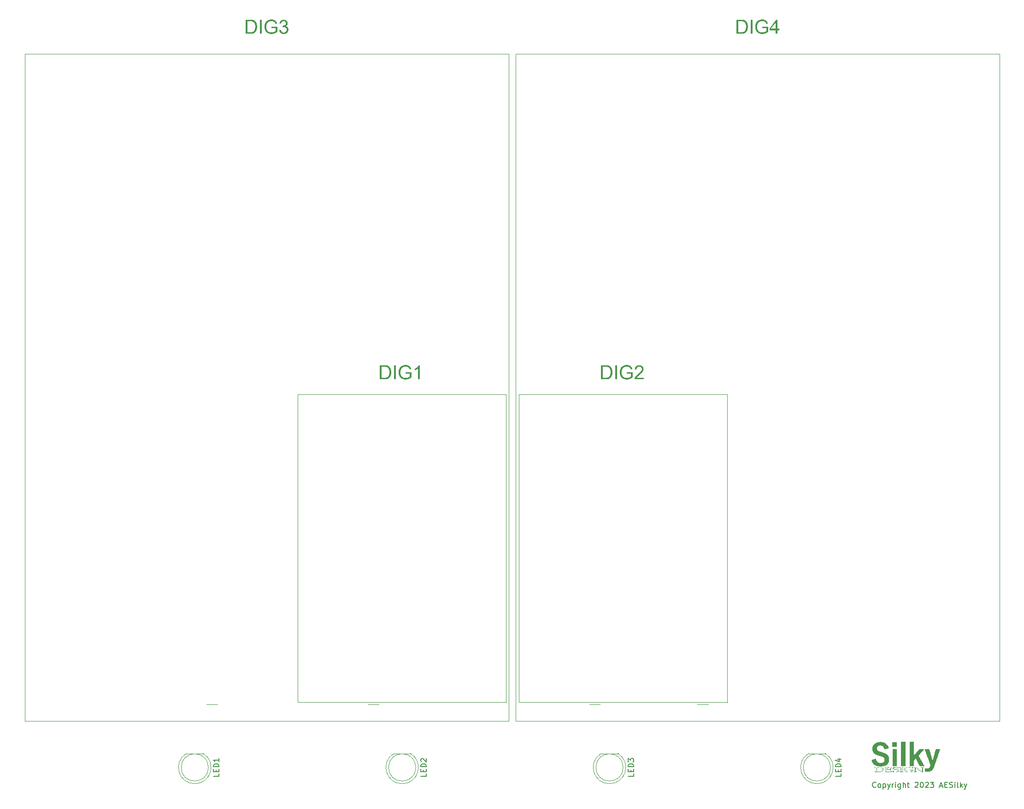
<source format=gbr>
%TF.GenerationSoftware,KiCad,Pcbnew,7.0.2*%
%TF.CreationDate,2023-07-06T23:20:30-07:00*%
%TF.ProjectId,Score-Board-Digits,53636f72-652d-4426-9f61-72642d446967,1*%
%TF.SameCoordinates,Original*%
%TF.FileFunction,Legend,Top*%
%TF.FilePolarity,Positive*%
%FSLAX46Y46*%
G04 Gerber Fmt 4.6, Leading zero omitted, Abs format (unit mm)*
G04 Created by KiCad (PCBNEW 7.0.2) date 2023-07-06 23:20:30*
%MOMM*%
%LPD*%
G01*
G04 APERTURE LIST*
%ADD10C,0.150000*%
%ADD11C,0.152400*%
%ADD12C,0.120000*%
G04 APERTURE END LIST*
D10*
X174194523Y-166857380D02*
X174146904Y-166905000D01*
X174146904Y-166905000D02*
X174004047Y-166952619D01*
X174004047Y-166952619D02*
X173908809Y-166952619D01*
X173908809Y-166952619D02*
X173765952Y-166905000D01*
X173765952Y-166905000D02*
X173670714Y-166809761D01*
X173670714Y-166809761D02*
X173623095Y-166714523D01*
X173623095Y-166714523D02*
X173575476Y-166524047D01*
X173575476Y-166524047D02*
X173575476Y-166381190D01*
X173575476Y-166381190D02*
X173623095Y-166190714D01*
X173623095Y-166190714D02*
X173670714Y-166095476D01*
X173670714Y-166095476D02*
X173765952Y-166000238D01*
X173765952Y-166000238D02*
X173908809Y-165952619D01*
X173908809Y-165952619D02*
X174004047Y-165952619D01*
X174004047Y-165952619D02*
X174146904Y-166000238D01*
X174146904Y-166000238D02*
X174194523Y-166047857D01*
X174765952Y-166952619D02*
X174670714Y-166905000D01*
X174670714Y-166905000D02*
X174623095Y-166857380D01*
X174623095Y-166857380D02*
X174575476Y-166762142D01*
X174575476Y-166762142D02*
X174575476Y-166476428D01*
X174575476Y-166476428D02*
X174623095Y-166381190D01*
X174623095Y-166381190D02*
X174670714Y-166333571D01*
X174670714Y-166333571D02*
X174765952Y-166285952D01*
X174765952Y-166285952D02*
X174908809Y-166285952D01*
X174908809Y-166285952D02*
X175004047Y-166333571D01*
X175004047Y-166333571D02*
X175051666Y-166381190D01*
X175051666Y-166381190D02*
X175099285Y-166476428D01*
X175099285Y-166476428D02*
X175099285Y-166762142D01*
X175099285Y-166762142D02*
X175051666Y-166857380D01*
X175051666Y-166857380D02*
X175004047Y-166905000D01*
X175004047Y-166905000D02*
X174908809Y-166952619D01*
X174908809Y-166952619D02*
X174765952Y-166952619D01*
X175527857Y-166285952D02*
X175527857Y-167285952D01*
X175527857Y-166333571D02*
X175623095Y-166285952D01*
X175623095Y-166285952D02*
X175813571Y-166285952D01*
X175813571Y-166285952D02*
X175908809Y-166333571D01*
X175908809Y-166333571D02*
X175956428Y-166381190D01*
X175956428Y-166381190D02*
X176004047Y-166476428D01*
X176004047Y-166476428D02*
X176004047Y-166762142D01*
X176004047Y-166762142D02*
X175956428Y-166857380D01*
X175956428Y-166857380D02*
X175908809Y-166905000D01*
X175908809Y-166905000D02*
X175813571Y-166952619D01*
X175813571Y-166952619D02*
X175623095Y-166952619D01*
X175623095Y-166952619D02*
X175527857Y-166905000D01*
X176337381Y-166285952D02*
X176575476Y-166952619D01*
X176813571Y-166285952D02*
X176575476Y-166952619D01*
X176575476Y-166952619D02*
X176480238Y-167190714D01*
X176480238Y-167190714D02*
X176432619Y-167238333D01*
X176432619Y-167238333D02*
X176337381Y-167285952D01*
X177194524Y-166952619D02*
X177194524Y-166285952D01*
X177194524Y-166476428D02*
X177242143Y-166381190D01*
X177242143Y-166381190D02*
X177289762Y-166333571D01*
X177289762Y-166333571D02*
X177385000Y-166285952D01*
X177385000Y-166285952D02*
X177480238Y-166285952D01*
X177813572Y-166952619D02*
X177813572Y-166285952D01*
X177813572Y-165952619D02*
X177765953Y-166000238D01*
X177765953Y-166000238D02*
X177813572Y-166047857D01*
X177813572Y-166047857D02*
X177861191Y-166000238D01*
X177861191Y-166000238D02*
X177813572Y-165952619D01*
X177813572Y-165952619D02*
X177813572Y-166047857D01*
X178718333Y-166285952D02*
X178718333Y-167095476D01*
X178718333Y-167095476D02*
X178670714Y-167190714D01*
X178670714Y-167190714D02*
X178623095Y-167238333D01*
X178623095Y-167238333D02*
X178527857Y-167285952D01*
X178527857Y-167285952D02*
X178385000Y-167285952D01*
X178385000Y-167285952D02*
X178289762Y-167238333D01*
X178718333Y-166905000D02*
X178623095Y-166952619D01*
X178623095Y-166952619D02*
X178432619Y-166952619D01*
X178432619Y-166952619D02*
X178337381Y-166905000D01*
X178337381Y-166905000D02*
X178289762Y-166857380D01*
X178289762Y-166857380D02*
X178242143Y-166762142D01*
X178242143Y-166762142D02*
X178242143Y-166476428D01*
X178242143Y-166476428D02*
X178289762Y-166381190D01*
X178289762Y-166381190D02*
X178337381Y-166333571D01*
X178337381Y-166333571D02*
X178432619Y-166285952D01*
X178432619Y-166285952D02*
X178623095Y-166285952D01*
X178623095Y-166285952D02*
X178718333Y-166333571D01*
X179194524Y-166952619D02*
X179194524Y-165952619D01*
X179623095Y-166952619D02*
X179623095Y-166428809D01*
X179623095Y-166428809D02*
X179575476Y-166333571D01*
X179575476Y-166333571D02*
X179480238Y-166285952D01*
X179480238Y-166285952D02*
X179337381Y-166285952D01*
X179337381Y-166285952D02*
X179242143Y-166333571D01*
X179242143Y-166333571D02*
X179194524Y-166381190D01*
X179956429Y-166285952D02*
X180337381Y-166285952D01*
X180099286Y-165952619D02*
X180099286Y-166809761D01*
X180099286Y-166809761D02*
X180146905Y-166905000D01*
X180146905Y-166905000D02*
X180242143Y-166952619D01*
X180242143Y-166952619D02*
X180337381Y-166952619D01*
X181385001Y-166047857D02*
X181432620Y-166000238D01*
X181432620Y-166000238D02*
X181527858Y-165952619D01*
X181527858Y-165952619D02*
X181765953Y-165952619D01*
X181765953Y-165952619D02*
X181861191Y-166000238D01*
X181861191Y-166000238D02*
X181908810Y-166047857D01*
X181908810Y-166047857D02*
X181956429Y-166143095D01*
X181956429Y-166143095D02*
X181956429Y-166238333D01*
X181956429Y-166238333D02*
X181908810Y-166381190D01*
X181908810Y-166381190D02*
X181337382Y-166952619D01*
X181337382Y-166952619D02*
X181956429Y-166952619D01*
X182575477Y-165952619D02*
X182670715Y-165952619D01*
X182670715Y-165952619D02*
X182765953Y-166000238D01*
X182765953Y-166000238D02*
X182813572Y-166047857D01*
X182813572Y-166047857D02*
X182861191Y-166143095D01*
X182861191Y-166143095D02*
X182908810Y-166333571D01*
X182908810Y-166333571D02*
X182908810Y-166571666D01*
X182908810Y-166571666D02*
X182861191Y-166762142D01*
X182861191Y-166762142D02*
X182813572Y-166857380D01*
X182813572Y-166857380D02*
X182765953Y-166905000D01*
X182765953Y-166905000D02*
X182670715Y-166952619D01*
X182670715Y-166952619D02*
X182575477Y-166952619D01*
X182575477Y-166952619D02*
X182480239Y-166905000D01*
X182480239Y-166905000D02*
X182432620Y-166857380D01*
X182432620Y-166857380D02*
X182385001Y-166762142D01*
X182385001Y-166762142D02*
X182337382Y-166571666D01*
X182337382Y-166571666D02*
X182337382Y-166333571D01*
X182337382Y-166333571D02*
X182385001Y-166143095D01*
X182385001Y-166143095D02*
X182432620Y-166047857D01*
X182432620Y-166047857D02*
X182480239Y-166000238D01*
X182480239Y-166000238D02*
X182575477Y-165952619D01*
X183289763Y-166047857D02*
X183337382Y-166000238D01*
X183337382Y-166000238D02*
X183432620Y-165952619D01*
X183432620Y-165952619D02*
X183670715Y-165952619D01*
X183670715Y-165952619D02*
X183765953Y-166000238D01*
X183765953Y-166000238D02*
X183813572Y-166047857D01*
X183813572Y-166047857D02*
X183861191Y-166143095D01*
X183861191Y-166143095D02*
X183861191Y-166238333D01*
X183861191Y-166238333D02*
X183813572Y-166381190D01*
X183813572Y-166381190D02*
X183242144Y-166952619D01*
X183242144Y-166952619D02*
X183861191Y-166952619D01*
X184194525Y-165952619D02*
X184813572Y-165952619D01*
X184813572Y-165952619D02*
X184480239Y-166333571D01*
X184480239Y-166333571D02*
X184623096Y-166333571D01*
X184623096Y-166333571D02*
X184718334Y-166381190D01*
X184718334Y-166381190D02*
X184765953Y-166428809D01*
X184765953Y-166428809D02*
X184813572Y-166524047D01*
X184813572Y-166524047D02*
X184813572Y-166762142D01*
X184813572Y-166762142D02*
X184765953Y-166857380D01*
X184765953Y-166857380D02*
X184718334Y-166905000D01*
X184718334Y-166905000D02*
X184623096Y-166952619D01*
X184623096Y-166952619D02*
X184337382Y-166952619D01*
X184337382Y-166952619D02*
X184242144Y-166905000D01*
X184242144Y-166905000D02*
X184194525Y-166857380D01*
X185956430Y-166666904D02*
X186432620Y-166666904D01*
X185861192Y-166952619D02*
X186194525Y-165952619D01*
X186194525Y-165952619D02*
X186527858Y-166952619D01*
X186861192Y-166428809D02*
X187194525Y-166428809D01*
X187337382Y-166952619D02*
X186861192Y-166952619D01*
X186861192Y-166952619D02*
X186861192Y-165952619D01*
X186861192Y-165952619D02*
X187337382Y-165952619D01*
X187718335Y-166905000D02*
X187861192Y-166952619D01*
X187861192Y-166952619D02*
X188099287Y-166952619D01*
X188099287Y-166952619D02*
X188194525Y-166905000D01*
X188194525Y-166905000D02*
X188242144Y-166857380D01*
X188242144Y-166857380D02*
X188289763Y-166762142D01*
X188289763Y-166762142D02*
X188289763Y-166666904D01*
X188289763Y-166666904D02*
X188242144Y-166571666D01*
X188242144Y-166571666D02*
X188194525Y-166524047D01*
X188194525Y-166524047D02*
X188099287Y-166476428D01*
X188099287Y-166476428D02*
X187908811Y-166428809D01*
X187908811Y-166428809D02*
X187813573Y-166381190D01*
X187813573Y-166381190D02*
X187765954Y-166333571D01*
X187765954Y-166333571D02*
X187718335Y-166238333D01*
X187718335Y-166238333D02*
X187718335Y-166143095D01*
X187718335Y-166143095D02*
X187765954Y-166047857D01*
X187765954Y-166047857D02*
X187813573Y-166000238D01*
X187813573Y-166000238D02*
X187908811Y-165952619D01*
X187908811Y-165952619D02*
X188146906Y-165952619D01*
X188146906Y-165952619D02*
X188289763Y-166000238D01*
X188718335Y-166952619D02*
X188718335Y-166285952D01*
X188718335Y-165952619D02*
X188670716Y-166000238D01*
X188670716Y-166000238D02*
X188718335Y-166047857D01*
X188718335Y-166047857D02*
X188765954Y-166000238D01*
X188765954Y-166000238D02*
X188718335Y-165952619D01*
X188718335Y-165952619D02*
X188718335Y-166047857D01*
X189337382Y-166952619D02*
X189242144Y-166905000D01*
X189242144Y-166905000D02*
X189194525Y-166809761D01*
X189194525Y-166809761D02*
X189194525Y-165952619D01*
X189718335Y-166952619D02*
X189718335Y-165952619D01*
X189813573Y-166571666D02*
X190099287Y-166952619D01*
X190099287Y-166285952D02*
X189718335Y-166666904D01*
X190432621Y-166285952D02*
X190670716Y-166952619D01*
X190908811Y-166285952D02*
X190670716Y-166952619D01*
X190670716Y-166952619D02*
X190575478Y-167190714D01*
X190575478Y-167190714D02*
X190527859Y-167238333D01*
X190527859Y-167238333D02*
X190432621Y-167285952D01*
%TO.C,LED4*%
X167774619Y-164384047D02*
X167774619Y-164860237D01*
X167774619Y-164860237D02*
X166774619Y-164860237D01*
X167250809Y-164050713D02*
X167250809Y-163717380D01*
X167774619Y-163574523D02*
X167774619Y-164050713D01*
X167774619Y-164050713D02*
X166774619Y-164050713D01*
X166774619Y-164050713D02*
X166774619Y-163574523D01*
X167774619Y-163145951D02*
X166774619Y-163145951D01*
X166774619Y-163145951D02*
X166774619Y-162907856D01*
X166774619Y-162907856D02*
X166822238Y-162764999D01*
X166822238Y-162764999D02*
X166917476Y-162669761D01*
X166917476Y-162669761D02*
X167012714Y-162622142D01*
X167012714Y-162622142D02*
X167203190Y-162574523D01*
X167203190Y-162574523D02*
X167346047Y-162574523D01*
X167346047Y-162574523D02*
X167536523Y-162622142D01*
X167536523Y-162622142D02*
X167631761Y-162669761D01*
X167631761Y-162669761D02*
X167727000Y-162764999D01*
X167727000Y-162764999D02*
X167774619Y-162907856D01*
X167774619Y-162907856D02*
X167774619Y-163145951D01*
X167107952Y-161717380D02*
X167774619Y-161717380D01*
X166727000Y-161955475D02*
X167441285Y-162193570D01*
X167441285Y-162193570D02*
X167441285Y-161574523D01*
D11*
%TO.C,DIG4*%
G36*
X149475911Y-25848477D02*
G01*
X149511554Y-25848913D01*
X149546091Y-25849640D01*
X149579524Y-25850658D01*
X149611851Y-25851967D01*
X149643073Y-25853566D01*
X149673191Y-25855457D01*
X149702203Y-25857638D01*
X149730110Y-25860109D01*
X149756913Y-25862872D01*
X149782610Y-25865925D01*
X149807202Y-25869270D01*
X149842018Y-25874831D01*
X149874348Y-25881047D01*
X149894520Y-25885554D01*
X149921720Y-25892238D01*
X149948415Y-25899571D01*
X149974607Y-25907554D01*
X150000294Y-25916186D01*
X150025478Y-25925467D01*
X150050157Y-25935398D01*
X150074332Y-25945978D01*
X150098003Y-25957208D01*
X150121171Y-25969087D01*
X150143834Y-25981616D01*
X150165993Y-25994794D01*
X150187648Y-26008622D01*
X150208799Y-26023099D01*
X150229446Y-26038225D01*
X150249589Y-26054001D01*
X150269227Y-26070427D01*
X150294183Y-26092360D01*
X150318334Y-26115045D01*
X150341681Y-26138482D01*
X150364223Y-26162669D01*
X150385960Y-26187608D01*
X150406893Y-26213298D01*
X150427021Y-26239739D01*
X150446345Y-26266931D01*
X150464864Y-26294875D01*
X150482579Y-26323570D01*
X150499489Y-26353016D01*
X150515595Y-26383213D01*
X150530896Y-26414162D01*
X150545392Y-26445861D01*
X150559084Y-26478312D01*
X150571971Y-26511515D01*
X150584141Y-26545316D01*
X150595526Y-26579717D01*
X150606126Y-26614720D01*
X150615941Y-26650324D01*
X150624970Y-26686529D01*
X150633214Y-26723335D01*
X150640673Y-26760741D01*
X150647347Y-26798749D01*
X150653236Y-26837358D01*
X150658339Y-26876568D01*
X150662658Y-26916378D01*
X150666191Y-26956790D01*
X150668939Y-26997803D01*
X150670902Y-27039417D01*
X150672080Y-27081631D01*
X150672472Y-27124447D01*
X150672206Y-27160943D01*
X150671406Y-27196915D01*
X150670073Y-27232364D01*
X150668207Y-27267289D01*
X150665808Y-27301691D01*
X150662876Y-27335569D01*
X150659411Y-27368924D01*
X150655412Y-27401755D01*
X150650880Y-27434064D01*
X150645816Y-27465848D01*
X150640218Y-27497109D01*
X150634087Y-27527847D01*
X150627422Y-27558061D01*
X150620225Y-27587752D01*
X150612495Y-27616920D01*
X150604231Y-27645564D01*
X150595626Y-27673640D01*
X150586715Y-27701107D01*
X150577499Y-27727962D01*
X150567978Y-27754207D01*
X150558151Y-27779841D01*
X150548019Y-27804865D01*
X150537582Y-27829277D01*
X150526839Y-27853080D01*
X150515791Y-27876271D01*
X150504438Y-27898852D01*
X150492779Y-27920822D01*
X150474718Y-27952632D01*
X150455971Y-27983068D01*
X150436536Y-28012130D01*
X150429905Y-28021512D01*
X150409834Y-28048873D01*
X150389404Y-28075121D01*
X150368613Y-28100257D01*
X150347463Y-28124281D01*
X150325953Y-28147193D01*
X150304082Y-28168992D01*
X150281853Y-28189679D01*
X150259263Y-28209253D01*
X150236313Y-28227716D01*
X150213003Y-28245066D01*
X150197264Y-28256014D01*
X150173071Y-28271590D01*
X150147951Y-28286447D01*
X150121904Y-28300583D01*
X150094931Y-28314000D01*
X150067030Y-28326697D01*
X150038203Y-28338675D01*
X150008448Y-28349932D01*
X149977767Y-28360470D01*
X149946158Y-28370289D01*
X149913623Y-28379387D01*
X149891418Y-28385053D01*
X149857449Y-28392924D01*
X149822542Y-28400022D01*
X149786697Y-28406345D01*
X149749914Y-28411894D01*
X149724871Y-28415163D01*
X149699411Y-28418088D01*
X149673535Y-28420669D01*
X149647242Y-28422905D01*
X149620531Y-28424798D01*
X149593404Y-28426347D01*
X149565861Y-28427551D01*
X149537900Y-28428411D01*
X149509523Y-28428927D01*
X149480729Y-28429100D01*
X148557608Y-28429100D01*
X148557608Y-26146113D01*
X148896334Y-26146113D01*
X148896334Y-28131319D01*
X149442265Y-28131319D01*
X149473478Y-28131132D01*
X149503838Y-28130572D01*
X149533344Y-28129639D01*
X149561998Y-28128333D01*
X149589799Y-28126654D01*
X149616746Y-28124601D01*
X149642841Y-28122175D01*
X149668082Y-28119376D01*
X149704345Y-28114478D01*
X149738689Y-28108740D01*
X149771113Y-28102163D01*
X149801618Y-28094745D01*
X149830204Y-28086489D01*
X149839306Y-28083550D01*
X149865780Y-28074249D01*
X149891229Y-28064262D01*
X149915653Y-28053588D01*
X149939051Y-28042227D01*
X149961425Y-28030178D01*
X149982773Y-28017443D01*
X150009643Y-27999394D01*
X150034691Y-27980124D01*
X150057916Y-27959632D01*
X150068846Y-27948928D01*
X150090943Y-27925271D01*
X150112103Y-27900131D01*
X150132324Y-27873508D01*
X150151608Y-27845402D01*
X150169954Y-27815813D01*
X150187362Y-27784741D01*
X150203832Y-27752186D01*
X150214291Y-27729659D01*
X150224334Y-27706472D01*
X150233959Y-27682626D01*
X150243168Y-27658121D01*
X150251960Y-27632957D01*
X150256200Y-27620128D01*
X150264388Y-27593963D01*
X150272048Y-27567115D01*
X150279180Y-27539583D01*
X150285784Y-27511368D01*
X150291859Y-27482470D01*
X150297406Y-27452888D01*
X150302425Y-27422623D01*
X150306915Y-27391674D01*
X150310878Y-27360042D01*
X150314311Y-27327727D01*
X150317217Y-27294728D01*
X150319594Y-27261046D01*
X150321443Y-27226681D01*
X150322764Y-27191632D01*
X150323557Y-27155900D01*
X150323821Y-27119484D01*
X150323692Y-27094156D01*
X150323304Y-27069200D01*
X150321756Y-27020398D01*
X150319175Y-26973080D01*
X150315562Y-26927245D01*
X150310916Y-26882893D01*
X150305238Y-26840024D01*
X150298528Y-26798638D01*
X150290786Y-26758735D01*
X150282011Y-26720315D01*
X150272203Y-26683378D01*
X150261364Y-26647925D01*
X150249492Y-26613954D01*
X150236587Y-26581467D01*
X150222651Y-26550463D01*
X150207682Y-26520942D01*
X150191680Y-26492903D01*
X150175017Y-26466094D01*
X150157909Y-26440414D01*
X150140354Y-26415863D01*
X150122353Y-26392441D01*
X150103907Y-26370149D01*
X150085014Y-26348986D01*
X150065676Y-26328952D01*
X150045892Y-26310047D01*
X150025662Y-26292272D01*
X150004986Y-26275626D01*
X149983864Y-26260109D01*
X149962296Y-26245722D01*
X149940282Y-26232464D01*
X149917823Y-26220335D01*
X149894917Y-26209335D01*
X149871566Y-26199465D01*
X149844630Y-26189931D01*
X149814772Y-26181334D01*
X149781992Y-26173675D01*
X149746289Y-26166954D01*
X149720863Y-26162994D01*
X149694138Y-26159451D01*
X149666115Y-26156325D01*
X149636792Y-26153615D01*
X149606171Y-26151323D01*
X149574250Y-26149447D01*
X149541031Y-26147988D01*
X149506513Y-26146946D01*
X149470696Y-26146321D01*
X149433580Y-26146113D01*
X148896334Y-26146113D01*
X148557608Y-26146113D01*
X148557608Y-25848332D01*
X149439163Y-25848332D01*
X149475911Y-25848477D01*
G37*
G36*
X151181181Y-28429100D02*
G01*
X151181181Y-25848332D01*
X151519907Y-25848332D01*
X151519907Y-28429100D01*
X151181181Y-28429100D01*
G37*
G36*
X153308454Y-27416645D02*
G01*
X153308454Y-27118864D01*
X154391632Y-27117003D01*
X154391632Y-28071762D01*
X154360395Y-28096117D01*
X154329032Y-28119706D01*
X154297543Y-28142529D01*
X154265928Y-28164586D01*
X154234187Y-28185878D01*
X154202320Y-28206404D01*
X154170327Y-28226164D01*
X154138208Y-28245158D01*
X154105963Y-28263386D01*
X154073591Y-28280849D01*
X154041094Y-28297546D01*
X154008471Y-28313477D01*
X153975722Y-28328642D01*
X153942847Y-28343042D01*
X153909846Y-28356675D01*
X153876719Y-28369543D01*
X153843550Y-28381563D01*
X153810271Y-28392807D01*
X153776879Y-28403276D01*
X153743377Y-28412970D01*
X153709762Y-28421888D01*
X153676037Y-28430030D01*
X153642199Y-28437397D01*
X153608251Y-28443989D01*
X153574191Y-28449805D01*
X153540019Y-28454845D01*
X153505736Y-28459110D01*
X153471341Y-28462600D01*
X153436835Y-28465314D01*
X153402218Y-28467253D01*
X153367489Y-28468416D01*
X153332648Y-28468804D01*
X153285844Y-28468171D01*
X153239572Y-28466274D01*
X153193834Y-28463111D01*
X153148629Y-28458684D01*
X153103957Y-28452991D01*
X153059818Y-28446034D01*
X153016212Y-28437811D01*
X152973140Y-28428324D01*
X152930600Y-28417572D01*
X152888594Y-28405554D01*
X152847121Y-28392272D01*
X152806181Y-28377725D01*
X152765774Y-28361912D01*
X152725900Y-28344835D01*
X152686560Y-28326493D01*
X152647752Y-28306885D01*
X152609878Y-28286003D01*
X152573181Y-28263992D01*
X152537662Y-28240851D01*
X152503321Y-28216582D01*
X152470157Y-28191183D01*
X152438172Y-28164654D01*
X152407364Y-28136997D01*
X152377733Y-28108210D01*
X152349281Y-28078293D01*
X152322006Y-28047248D01*
X152295909Y-28015073D01*
X152270990Y-27981769D01*
X152247248Y-27947336D01*
X152224684Y-27911773D01*
X152203298Y-27875081D01*
X152183090Y-27837260D01*
X152164084Y-27798593D01*
X152146304Y-27759364D01*
X152129750Y-27719573D01*
X152114422Y-27679219D01*
X152100321Y-27638303D01*
X152087445Y-27596825D01*
X152075796Y-27554785D01*
X152065374Y-27512183D01*
X152056177Y-27469018D01*
X152048207Y-27425291D01*
X152041462Y-27381002D01*
X152035944Y-27336151D01*
X152031653Y-27290737D01*
X152028587Y-27244761D01*
X152026748Y-27198223D01*
X152026135Y-27151123D01*
X152026743Y-27104401D01*
X152028568Y-27058067D01*
X152031609Y-27012120D01*
X152035867Y-26966561D01*
X152041341Y-26921390D01*
X152048032Y-26876606D01*
X152055939Y-26832211D01*
X152065063Y-26788203D01*
X152075404Y-26744583D01*
X152086961Y-26701350D01*
X152099734Y-26658505D01*
X152113724Y-26616048D01*
X152128931Y-26573979D01*
X152145354Y-26532297D01*
X152162993Y-26491004D01*
X152181849Y-26450097D01*
X152201924Y-26410042D01*
X152223066Y-26371300D01*
X152245273Y-26333871D01*
X152268547Y-26297756D01*
X152292887Y-26262954D01*
X152318293Y-26229466D01*
X152344766Y-26197291D01*
X152372305Y-26166430D01*
X152400910Y-26136882D01*
X152430582Y-26108648D01*
X152461319Y-26081727D01*
X152493123Y-26056119D01*
X152525994Y-26031825D01*
X152559930Y-26008845D01*
X152594933Y-25987178D01*
X152631002Y-25966824D01*
X152668028Y-25947667D01*
X152705748Y-25929747D01*
X152744160Y-25913062D01*
X152783266Y-25897613D01*
X152823064Y-25883400D01*
X152863556Y-25870423D01*
X152904741Y-25858682D01*
X152946619Y-25848177D01*
X152989190Y-25838907D01*
X153032454Y-25830874D01*
X153076411Y-25824077D01*
X153121061Y-25818515D01*
X153166404Y-25814189D01*
X153212441Y-25811100D01*
X153259170Y-25809246D01*
X153306592Y-25808628D01*
X153341048Y-25808974D01*
X153375086Y-25810014D01*
X153408707Y-25811747D01*
X153441912Y-25814172D01*
X153474700Y-25817291D01*
X153507071Y-25821103D01*
X153539025Y-25825608D01*
X153570563Y-25830806D01*
X153601683Y-25836697D01*
X153632387Y-25843282D01*
X153662674Y-25850559D01*
X153692544Y-25858529D01*
X153721998Y-25867193D01*
X153751034Y-25876549D01*
X153779654Y-25886599D01*
X153807857Y-25897342D01*
X153835549Y-25908705D01*
X153862479Y-25920615D01*
X153888649Y-25933074D01*
X153914058Y-25946080D01*
X153938706Y-25959634D01*
X153962592Y-25973735D01*
X153985718Y-25988384D01*
X154008084Y-26003581D01*
X154029688Y-26019326D01*
X154050531Y-26035618D01*
X154070613Y-26052458D01*
X154089935Y-26069845D01*
X154108495Y-26087780D01*
X154126294Y-26106263D01*
X154143333Y-26125294D01*
X154159611Y-26144872D01*
X154175343Y-26165100D01*
X154190591Y-26186079D01*
X154205354Y-26207809D01*
X154219632Y-26230290D01*
X154233426Y-26253523D01*
X154246735Y-26277507D01*
X154259559Y-26302242D01*
X154271899Y-26327728D01*
X154283754Y-26353966D01*
X154295124Y-26380954D01*
X154306010Y-26408695D01*
X154316411Y-26437186D01*
X154326327Y-26466428D01*
X154335759Y-26496422D01*
X154344706Y-26527167D01*
X154353168Y-26558663D01*
X154047943Y-26642414D01*
X154040622Y-26618622D01*
X154029232Y-26584151D01*
X154017350Y-26551141D01*
X154004979Y-26519593D01*
X153992116Y-26489506D01*
X153978763Y-26460880D01*
X153964919Y-26433716D01*
X153950584Y-26408012D01*
X153935759Y-26383770D01*
X153920443Y-26360990D01*
X153904636Y-26339670D01*
X153888051Y-26319352D01*
X153870168Y-26299809D01*
X153850988Y-26281039D01*
X153830510Y-26263044D01*
X153808735Y-26245823D01*
X153785662Y-26229377D01*
X153761291Y-26213704D01*
X153735622Y-26198806D01*
X153708655Y-26184682D01*
X153680391Y-26171333D01*
X153660828Y-26162863D01*
X153630744Y-26151000D01*
X153600050Y-26140304D01*
X153568745Y-26130775D01*
X153536830Y-26122412D01*
X153504304Y-26115217D01*
X153471167Y-26109188D01*
X153437419Y-26104326D01*
X153403061Y-26100631D01*
X153368092Y-26098103D01*
X153332513Y-26096742D01*
X153308454Y-26096483D01*
X153279696Y-26096764D01*
X153251427Y-26097607D01*
X153223649Y-26099013D01*
X153196359Y-26100980D01*
X153169559Y-26103510D01*
X153143249Y-26106603D01*
X153117428Y-26110257D01*
X153092097Y-26114474D01*
X153067255Y-26119252D01*
X153042903Y-26124593D01*
X153007293Y-26133659D01*
X152972784Y-26143990D01*
X152939376Y-26155586D01*
X152907070Y-26168446D01*
X152875887Y-26182338D01*
X152845849Y-26197025D01*
X152816956Y-26212508D01*
X152789208Y-26228788D01*
X152762605Y-26245863D01*
X152737147Y-26263735D01*
X152712834Y-26282402D01*
X152689666Y-26301866D01*
X152667644Y-26322126D01*
X152646766Y-26343182D01*
X152633484Y-26357661D01*
X152614467Y-26379737D01*
X152596268Y-26402227D01*
X152578887Y-26425131D01*
X152562324Y-26448450D01*
X152546579Y-26472183D01*
X152531652Y-26496330D01*
X152517543Y-26520892D01*
X152504251Y-26545868D01*
X152491778Y-26571259D01*
X152480122Y-26597064D01*
X152472806Y-26614497D01*
X152460936Y-26644823D01*
X152449833Y-26675469D01*
X152439495Y-26706434D01*
X152429922Y-26737720D01*
X152421116Y-26769325D01*
X152413075Y-26801250D01*
X152405800Y-26833495D01*
X152399291Y-26866060D01*
X152393548Y-26898945D01*
X152388570Y-26932150D01*
X152384359Y-26965674D01*
X152380913Y-26999519D01*
X152378232Y-27033683D01*
X152376318Y-27068167D01*
X152375169Y-27102971D01*
X152374786Y-27138095D01*
X152375247Y-27181081D01*
X152376628Y-27223184D01*
X152378930Y-27264405D01*
X152382153Y-27304744D01*
X152386297Y-27344201D01*
X152391362Y-27382776D01*
X152397348Y-27420469D01*
X152404254Y-27457279D01*
X152412082Y-27493208D01*
X152420830Y-27528254D01*
X152430499Y-27562419D01*
X152441089Y-27595701D01*
X152452600Y-27628101D01*
X152465032Y-27659619D01*
X152478385Y-27690255D01*
X152492658Y-27720009D01*
X152507809Y-27748774D01*
X152523793Y-27776599D01*
X152540611Y-27803483D01*
X152558263Y-27829428D01*
X152576748Y-27854432D01*
X152596067Y-27878496D01*
X152616220Y-27901619D01*
X152637206Y-27923803D01*
X152659026Y-27945046D01*
X152681679Y-27965348D01*
X152705166Y-27984711D01*
X152729487Y-28003133D01*
X152754641Y-28020615D01*
X152780629Y-28037157D01*
X152807451Y-28052759D01*
X152835106Y-28067420D01*
X152863365Y-28081167D01*
X152891841Y-28094028D01*
X152920536Y-28106002D01*
X152949449Y-28117089D01*
X152978580Y-28127289D01*
X153007929Y-28136602D01*
X153037497Y-28145027D01*
X153067282Y-28152567D01*
X153097286Y-28159219D01*
X153127507Y-28164984D01*
X153157947Y-28169862D01*
X153188605Y-28173853D01*
X153219480Y-28176958D01*
X153250574Y-28179175D01*
X153281886Y-28180505D01*
X153313417Y-28180949D01*
X153340902Y-28180614D01*
X153368301Y-28179611D01*
X153395612Y-28177939D01*
X153422836Y-28175598D01*
X153449972Y-28172588D01*
X153477022Y-28168910D01*
X153503984Y-28164562D01*
X153530859Y-28159546D01*
X153557646Y-28153861D01*
X153584347Y-28147507D01*
X153610960Y-28140484D01*
X153637486Y-28132792D01*
X153663925Y-28124431D01*
X153690276Y-28115402D01*
X153716540Y-28105704D01*
X153742717Y-28095337D01*
X153768531Y-28084592D01*
X153793550Y-28073759D01*
X153817773Y-28062840D01*
X153841202Y-28051833D01*
X153863836Y-28040739D01*
X153896297Y-28023934D01*
X153926969Y-28006933D01*
X153955853Y-27989736D01*
X153982949Y-27972342D01*
X154008256Y-27954752D01*
X154031774Y-27936966D01*
X154053504Y-27918984D01*
X154060350Y-27912946D01*
X154060350Y-27416645D01*
X153308454Y-27416645D01*
G37*
G36*
X156069130Y-27515905D02*
G01*
X156414680Y-27515905D01*
X156414680Y-27803760D01*
X156069130Y-27803760D01*
X156069130Y-28429100D01*
X155755220Y-28429100D01*
X155755220Y-27803760D01*
X154645366Y-27803760D01*
X154645366Y-27515905D01*
X154954313Y-27515905D01*
X155755220Y-27515905D01*
X155755220Y-26355800D01*
X154954313Y-27515905D01*
X154645366Y-27515905D01*
X155812915Y-25848332D01*
X156069130Y-25848332D01*
X156069130Y-27515905D01*
G37*
%TO.C,DIG1*%
G36*
X83947911Y-89348477D02*
G01*
X83983554Y-89348913D01*
X84018091Y-89349640D01*
X84051524Y-89350658D01*
X84083851Y-89351967D01*
X84115073Y-89353566D01*
X84145191Y-89355457D01*
X84174203Y-89357638D01*
X84202110Y-89360109D01*
X84228913Y-89362872D01*
X84254610Y-89365925D01*
X84279202Y-89369270D01*
X84314018Y-89374831D01*
X84346348Y-89381047D01*
X84366520Y-89385554D01*
X84393720Y-89392238D01*
X84420415Y-89399571D01*
X84446607Y-89407554D01*
X84472294Y-89416186D01*
X84497478Y-89425467D01*
X84522157Y-89435398D01*
X84546332Y-89445978D01*
X84570003Y-89457208D01*
X84593171Y-89469087D01*
X84615834Y-89481616D01*
X84637993Y-89494794D01*
X84659648Y-89508622D01*
X84680799Y-89523099D01*
X84701446Y-89538225D01*
X84721589Y-89554001D01*
X84741227Y-89570427D01*
X84766183Y-89592360D01*
X84790334Y-89615045D01*
X84813681Y-89638482D01*
X84836223Y-89662669D01*
X84857960Y-89687608D01*
X84878893Y-89713298D01*
X84899021Y-89739739D01*
X84918345Y-89766931D01*
X84936864Y-89794875D01*
X84954579Y-89823570D01*
X84971489Y-89853016D01*
X84987595Y-89883213D01*
X85002896Y-89914162D01*
X85017392Y-89945861D01*
X85031084Y-89978312D01*
X85043971Y-90011515D01*
X85056141Y-90045316D01*
X85067526Y-90079717D01*
X85078126Y-90114720D01*
X85087941Y-90150324D01*
X85096970Y-90186529D01*
X85105214Y-90223335D01*
X85112673Y-90260741D01*
X85119347Y-90298749D01*
X85125236Y-90337358D01*
X85130339Y-90376568D01*
X85134658Y-90416378D01*
X85138191Y-90456790D01*
X85140939Y-90497803D01*
X85142902Y-90539417D01*
X85144080Y-90581631D01*
X85144472Y-90624447D01*
X85144206Y-90660943D01*
X85143406Y-90696915D01*
X85142073Y-90732364D01*
X85140207Y-90767289D01*
X85137808Y-90801691D01*
X85134876Y-90835569D01*
X85131411Y-90868924D01*
X85127412Y-90901755D01*
X85122880Y-90934064D01*
X85117816Y-90965848D01*
X85112218Y-90997109D01*
X85106087Y-91027847D01*
X85099422Y-91058061D01*
X85092225Y-91087752D01*
X85084495Y-91116920D01*
X85076231Y-91145564D01*
X85067626Y-91173640D01*
X85058715Y-91201107D01*
X85049499Y-91227962D01*
X85039978Y-91254207D01*
X85030151Y-91279841D01*
X85020019Y-91304865D01*
X85009582Y-91329277D01*
X84998839Y-91353080D01*
X84987791Y-91376271D01*
X84976438Y-91398852D01*
X84964779Y-91420822D01*
X84946718Y-91452632D01*
X84927971Y-91483068D01*
X84908536Y-91512130D01*
X84901905Y-91521512D01*
X84881834Y-91548873D01*
X84861404Y-91575121D01*
X84840613Y-91600257D01*
X84819463Y-91624281D01*
X84797953Y-91647193D01*
X84776082Y-91668992D01*
X84753853Y-91689679D01*
X84731263Y-91709253D01*
X84708313Y-91727716D01*
X84685003Y-91745066D01*
X84669264Y-91756014D01*
X84645071Y-91771590D01*
X84619951Y-91786447D01*
X84593904Y-91800583D01*
X84566931Y-91814000D01*
X84539030Y-91826697D01*
X84510203Y-91838675D01*
X84480448Y-91849932D01*
X84449767Y-91860470D01*
X84418158Y-91870289D01*
X84385623Y-91879387D01*
X84363418Y-91885053D01*
X84329449Y-91892924D01*
X84294542Y-91900022D01*
X84258697Y-91906345D01*
X84221914Y-91911894D01*
X84196871Y-91915163D01*
X84171411Y-91918088D01*
X84145535Y-91920669D01*
X84119242Y-91922905D01*
X84092531Y-91924798D01*
X84065404Y-91926347D01*
X84037861Y-91927551D01*
X84009900Y-91928411D01*
X83981523Y-91928927D01*
X83952729Y-91929100D01*
X83029608Y-91929100D01*
X83029608Y-89646113D01*
X83368334Y-89646113D01*
X83368334Y-91631319D01*
X83914265Y-91631319D01*
X83945478Y-91631132D01*
X83975838Y-91630572D01*
X84005344Y-91629639D01*
X84033998Y-91628333D01*
X84061799Y-91626654D01*
X84088746Y-91624601D01*
X84114841Y-91622175D01*
X84140082Y-91619376D01*
X84176345Y-91614478D01*
X84210689Y-91608740D01*
X84243113Y-91602163D01*
X84273618Y-91594745D01*
X84302204Y-91586489D01*
X84311306Y-91583550D01*
X84337780Y-91574249D01*
X84363229Y-91564262D01*
X84387653Y-91553588D01*
X84411051Y-91542227D01*
X84433425Y-91530178D01*
X84454773Y-91517443D01*
X84481643Y-91499394D01*
X84506691Y-91480124D01*
X84529916Y-91459632D01*
X84540846Y-91448928D01*
X84562943Y-91425271D01*
X84584103Y-91400131D01*
X84604324Y-91373508D01*
X84623608Y-91345402D01*
X84641954Y-91315813D01*
X84659362Y-91284741D01*
X84675832Y-91252186D01*
X84686291Y-91229659D01*
X84696334Y-91206472D01*
X84705959Y-91182626D01*
X84715168Y-91158121D01*
X84723960Y-91132957D01*
X84728200Y-91120128D01*
X84736388Y-91093963D01*
X84744048Y-91067115D01*
X84751180Y-91039583D01*
X84757784Y-91011368D01*
X84763859Y-90982470D01*
X84769406Y-90952888D01*
X84774425Y-90922623D01*
X84778915Y-90891674D01*
X84782878Y-90860042D01*
X84786311Y-90827727D01*
X84789217Y-90794728D01*
X84791594Y-90761046D01*
X84793443Y-90726681D01*
X84794764Y-90691632D01*
X84795557Y-90655900D01*
X84795821Y-90619484D01*
X84795692Y-90594156D01*
X84795304Y-90569200D01*
X84793756Y-90520398D01*
X84791175Y-90473080D01*
X84787562Y-90427245D01*
X84782916Y-90382893D01*
X84777238Y-90340024D01*
X84770528Y-90298638D01*
X84762786Y-90258735D01*
X84754011Y-90220315D01*
X84744203Y-90183378D01*
X84733364Y-90147925D01*
X84721492Y-90113954D01*
X84708587Y-90081467D01*
X84694651Y-90050463D01*
X84679682Y-90020942D01*
X84663680Y-89992903D01*
X84647017Y-89966094D01*
X84629909Y-89940414D01*
X84612354Y-89915863D01*
X84594353Y-89892441D01*
X84575907Y-89870149D01*
X84557014Y-89848986D01*
X84537676Y-89828952D01*
X84517892Y-89810047D01*
X84497662Y-89792272D01*
X84476986Y-89775626D01*
X84455864Y-89760109D01*
X84434296Y-89745722D01*
X84412282Y-89732464D01*
X84389823Y-89720335D01*
X84366917Y-89709335D01*
X84343566Y-89699465D01*
X84316630Y-89689931D01*
X84286772Y-89681334D01*
X84253992Y-89673675D01*
X84218289Y-89666954D01*
X84192863Y-89662994D01*
X84166138Y-89659451D01*
X84138115Y-89656325D01*
X84108792Y-89653615D01*
X84078171Y-89651323D01*
X84046250Y-89649447D01*
X84013031Y-89647988D01*
X83978513Y-89646946D01*
X83942696Y-89646321D01*
X83905580Y-89646113D01*
X83368334Y-89646113D01*
X83029608Y-89646113D01*
X83029608Y-89348332D01*
X83911163Y-89348332D01*
X83947911Y-89348477D01*
G37*
G36*
X85653181Y-91929100D02*
G01*
X85653181Y-89348332D01*
X85991907Y-89348332D01*
X85991907Y-91929100D01*
X85653181Y-91929100D01*
G37*
G36*
X87780454Y-90916645D02*
G01*
X87780454Y-90618864D01*
X88863632Y-90617003D01*
X88863632Y-91571762D01*
X88832395Y-91596117D01*
X88801032Y-91619706D01*
X88769543Y-91642529D01*
X88737928Y-91664586D01*
X88706187Y-91685878D01*
X88674320Y-91706404D01*
X88642327Y-91726164D01*
X88610208Y-91745158D01*
X88577963Y-91763386D01*
X88545591Y-91780849D01*
X88513094Y-91797546D01*
X88480471Y-91813477D01*
X88447722Y-91828642D01*
X88414847Y-91843042D01*
X88381846Y-91856675D01*
X88348719Y-91869543D01*
X88315550Y-91881563D01*
X88282271Y-91892807D01*
X88248879Y-91903276D01*
X88215377Y-91912970D01*
X88181762Y-91921888D01*
X88148037Y-91930030D01*
X88114199Y-91937397D01*
X88080251Y-91943989D01*
X88046191Y-91949805D01*
X88012019Y-91954845D01*
X87977736Y-91959110D01*
X87943341Y-91962600D01*
X87908835Y-91965314D01*
X87874218Y-91967253D01*
X87839489Y-91968416D01*
X87804648Y-91968804D01*
X87757844Y-91968171D01*
X87711572Y-91966274D01*
X87665834Y-91963111D01*
X87620629Y-91958684D01*
X87575957Y-91952991D01*
X87531818Y-91946034D01*
X87488212Y-91937811D01*
X87445140Y-91928324D01*
X87402600Y-91917572D01*
X87360594Y-91905554D01*
X87319121Y-91892272D01*
X87278181Y-91877725D01*
X87237774Y-91861912D01*
X87197900Y-91844835D01*
X87158560Y-91826493D01*
X87119752Y-91806885D01*
X87081878Y-91786003D01*
X87045181Y-91763992D01*
X87009662Y-91740851D01*
X86975321Y-91716582D01*
X86942157Y-91691183D01*
X86910172Y-91664654D01*
X86879364Y-91636997D01*
X86849733Y-91608210D01*
X86821281Y-91578293D01*
X86794006Y-91547248D01*
X86767909Y-91515073D01*
X86742990Y-91481769D01*
X86719248Y-91447336D01*
X86696684Y-91411773D01*
X86675298Y-91375081D01*
X86655090Y-91337260D01*
X86636084Y-91298593D01*
X86618304Y-91259364D01*
X86601750Y-91219573D01*
X86586422Y-91179219D01*
X86572321Y-91138303D01*
X86559445Y-91096825D01*
X86547796Y-91054785D01*
X86537374Y-91012183D01*
X86528177Y-90969018D01*
X86520207Y-90925291D01*
X86513462Y-90881002D01*
X86507944Y-90836151D01*
X86503653Y-90790737D01*
X86500587Y-90744761D01*
X86498748Y-90698223D01*
X86498135Y-90651123D01*
X86498743Y-90604401D01*
X86500568Y-90558067D01*
X86503609Y-90512120D01*
X86507867Y-90466561D01*
X86513341Y-90421390D01*
X86520032Y-90376606D01*
X86527939Y-90332211D01*
X86537063Y-90288203D01*
X86547404Y-90244583D01*
X86558961Y-90201350D01*
X86571734Y-90158505D01*
X86585724Y-90116048D01*
X86600931Y-90073979D01*
X86617354Y-90032297D01*
X86634993Y-89991004D01*
X86653849Y-89950097D01*
X86673924Y-89910042D01*
X86695066Y-89871300D01*
X86717273Y-89833871D01*
X86740547Y-89797756D01*
X86764887Y-89762954D01*
X86790293Y-89729466D01*
X86816766Y-89697291D01*
X86844305Y-89666430D01*
X86872910Y-89636882D01*
X86902582Y-89608648D01*
X86933319Y-89581727D01*
X86965123Y-89556119D01*
X86997994Y-89531825D01*
X87031930Y-89508845D01*
X87066933Y-89487178D01*
X87103002Y-89466824D01*
X87140028Y-89447667D01*
X87177748Y-89429747D01*
X87216160Y-89413062D01*
X87255266Y-89397613D01*
X87295064Y-89383400D01*
X87335556Y-89370423D01*
X87376741Y-89358682D01*
X87418619Y-89348177D01*
X87461190Y-89338907D01*
X87504454Y-89330874D01*
X87548411Y-89324077D01*
X87593061Y-89318515D01*
X87638404Y-89314189D01*
X87684441Y-89311100D01*
X87731170Y-89309246D01*
X87778592Y-89308628D01*
X87813048Y-89308974D01*
X87847086Y-89310014D01*
X87880707Y-89311747D01*
X87913912Y-89314172D01*
X87946700Y-89317291D01*
X87979071Y-89321103D01*
X88011025Y-89325608D01*
X88042563Y-89330806D01*
X88073683Y-89336697D01*
X88104387Y-89343282D01*
X88134674Y-89350559D01*
X88164544Y-89358529D01*
X88193998Y-89367193D01*
X88223034Y-89376549D01*
X88251654Y-89386599D01*
X88279857Y-89397342D01*
X88307549Y-89408705D01*
X88334479Y-89420615D01*
X88360649Y-89433074D01*
X88386058Y-89446080D01*
X88410706Y-89459634D01*
X88434592Y-89473735D01*
X88457718Y-89488384D01*
X88480084Y-89503581D01*
X88501688Y-89519326D01*
X88522531Y-89535618D01*
X88542613Y-89552458D01*
X88561935Y-89569845D01*
X88580495Y-89587780D01*
X88598294Y-89606263D01*
X88615333Y-89625294D01*
X88631611Y-89644872D01*
X88647343Y-89665100D01*
X88662591Y-89686079D01*
X88677354Y-89707809D01*
X88691632Y-89730290D01*
X88705426Y-89753523D01*
X88718735Y-89777507D01*
X88731559Y-89802242D01*
X88743899Y-89827728D01*
X88755754Y-89853966D01*
X88767124Y-89880954D01*
X88778010Y-89908695D01*
X88788411Y-89937186D01*
X88798327Y-89966428D01*
X88807759Y-89996422D01*
X88816706Y-90027167D01*
X88825168Y-90058663D01*
X88519943Y-90142414D01*
X88512622Y-90118622D01*
X88501232Y-90084151D01*
X88489350Y-90051141D01*
X88476979Y-90019593D01*
X88464116Y-89989506D01*
X88450763Y-89960880D01*
X88436919Y-89933716D01*
X88422584Y-89908012D01*
X88407759Y-89883770D01*
X88392443Y-89860990D01*
X88376636Y-89839670D01*
X88360051Y-89819352D01*
X88342168Y-89799809D01*
X88322988Y-89781039D01*
X88302510Y-89763044D01*
X88280735Y-89745823D01*
X88257662Y-89729377D01*
X88233291Y-89713704D01*
X88207622Y-89698806D01*
X88180655Y-89684682D01*
X88152391Y-89671333D01*
X88132828Y-89662863D01*
X88102744Y-89651000D01*
X88072050Y-89640304D01*
X88040745Y-89630775D01*
X88008830Y-89622412D01*
X87976304Y-89615217D01*
X87943167Y-89609188D01*
X87909419Y-89604326D01*
X87875061Y-89600631D01*
X87840092Y-89598103D01*
X87804513Y-89596742D01*
X87780454Y-89596483D01*
X87751696Y-89596764D01*
X87723427Y-89597607D01*
X87695649Y-89599013D01*
X87668359Y-89600980D01*
X87641559Y-89603510D01*
X87615249Y-89606603D01*
X87589428Y-89610257D01*
X87564097Y-89614474D01*
X87539255Y-89619252D01*
X87514903Y-89624593D01*
X87479293Y-89633659D01*
X87444784Y-89643990D01*
X87411376Y-89655586D01*
X87379070Y-89668446D01*
X87347887Y-89682338D01*
X87317849Y-89697025D01*
X87288956Y-89712508D01*
X87261208Y-89728788D01*
X87234605Y-89745863D01*
X87209147Y-89763735D01*
X87184834Y-89782402D01*
X87161666Y-89801866D01*
X87139644Y-89822126D01*
X87118766Y-89843182D01*
X87105484Y-89857661D01*
X87086467Y-89879737D01*
X87068268Y-89902227D01*
X87050887Y-89925131D01*
X87034324Y-89948450D01*
X87018579Y-89972183D01*
X87003652Y-89996330D01*
X86989543Y-90020892D01*
X86976251Y-90045868D01*
X86963778Y-90071259D01*
X86952122Y-90097064D01*
X86944806Y-90114497D01*
X86932936Y-90144823D01*
X86921833Y-90175469D01*
X86911495Y-90206434D01*
X86901922Y-90237720D01*
X86893116Y-90269325D01*
X86885075Y-90301250D01*
X86877800Y-90333495D01*
X86871291Y-90366060D01*
X86865548Y-90398945D01*
X86860570Y-90432150D01*
X86856359Y-90465674D01*
X86852913Y-90499519D01*
X86850232Y-90533683D01*
X86848318Y-90568167D01*
X86847169Y-90602971D01*
X86846786Y-90638095D01*
X86847247Y-90681081D01*
X86848628Y-90723184D01*
X86850930Y-90764405D01*
X86854153Y-90804744D01*
X86858297Y-90844201D01*
X86863362Y-90882776D01*
X86869348Y-90920469D01*
X86876254Y-90957279D01*
X86884082Y-90993208D01*
X86892830Y-91028254D01*
X86902499Y-91062419D01*
X86913089Y-91095701D01*
X86924600Y-91128101D01*
X86937032Y-91159619D01*
X86950385Y-91190255D01*
X86964658Y-91220009D01*
X86979809Y-91248774D01*
X86995793Y-91276599D01*
X87012611Y-91303483D01*
X87030263Y-91329428D01*
X87048748Y-91354432D01*
X87068067Y-91378496D01*
X87088220Y-91401619D01*
X87109206Y-91423803D01*
X87131026Y-91445046D01*
X87153679Y-91465348D01*
X87177166Y-91484711D01*
X87201487Y-91503133D01*
X87226641Y-91520615D01*
X87252629Y-91537157D01*
X87279451Y-91552759D01*
X87307106Y-91567420D01*
X87335365Y-91581167D01*
X87363841Y-91594028D01*
X87392536Y-91606002D01*
X87421449Y-91617089D01*
X87450580Y-91627289D01*
X87479929Y-91636602D01*
X87509497Y-91645027D01*
X87539282Y-91652567D01*
X87569286Y-91659219D01*
X87599507Y-91664984D01*
X87629947Y-91669862D01*
X87660605Y-91673853D01*
X87691480Y-91676958D01*
X87722574Y-91679175D01*
X87753886Y-91680505D01*
X87785417Y-91680949D01*
X87812902Y-91680614D01*
X87840301Y-91679611D01*
X87867612Y-91677939D01*
X87894836Y-91675598D01*
X87921972Y-91672588D01*
X87949022Y-91668910D01*
X87975984Y-91664562D01*
X88002859Y-91659546D01*
X88029646Y-91653861D01*
X88056347Y-91647507D01*
X88082960Y-91640484D01*
X88109486Y-91632792D01*
X88135925Y-91624431D01*
X88162276Y-91615402D01*
X88188540Y-91605704D01*
X88214717Y-91595337D01*
X88240531Y-91584592D01*
X88265550Y-91573759D01*
X88289773Y-91562840D01*
X88313202Y-91551833D01*
X88335836Y-91540739D01*
X88368297Y-91523934D01*
X88398969Y-91506933D01*
X88427853Y-91489736D01*
X88454949Y-91472342D01*
X88480256Y-91454752D01*
X88503774Y-91436966D01*
X88525504Y-91418984D01*
X88532350Y-91412946D01*
X88532350Y-90916645D01*
X87780454Y-90916645D01*
G37*
G36*
X90403407Y-91929100D02*
G01*
X90089496Y-91929100D01*
X90089496Y-89917838D01*
X90067588Y-89938427D01*
X90044436Y-89959015D01*
X90020042Y-89979604D01*
X89994404Y-90000193D01*
X89967523Y-90020782D01*
X89939399Y-90041370D01*
X89910032Y-90061959D01*
X89879421Y-90082548D01*
X89858323Y-90096274D01*
X89836673Y-90110000D01*
X89814471Y-90123725D01*
X89791715Y-90137451D01*
X89768832Y-90150886D01*
X89746244Y-90163895D01*
X89723951Y-90176477D01*
X89701955Y-90188632D01*
X89669514Y-90206066D01*
X89637738Y-90222540D01*
X89606628Y-90238054D01*
X89576183Y-90252609D01*
X89546403Y-90266204D01*
X89517288Y-90278839D01*
X89488839Y-90290515D01*
X89461054Y-90301231D01*
X89461054Y-89983598D01*
X89493753Y-89968042D01*
X89525932Y-89952085D01*
X89557593Y-89935725D01*
X89588736Y-89918962D01*
X89619360Y-89901798D01*
X89649465Y-89884231D01*
X89679051Y-89866262D01*
X89708120Y-89847890D01*
X89736669Y-89829117D01*
X89764700Y-89809941D01*
X89792212Y-89790362D01*
X89819206Y-89770382D01*
X89845681Y-89749999D01*
X89871637Y-89729214D01*
X89897075Y-89708027D01*
X89921994Y-89686437D01*
X89946204Y-89664688D01*
X89969511Y-89643021D01*
X89991918Y-89621436D01*
X90013422Y-89599933D01*
X90034026Y-89578513D01*
X90053728Y-89557176D01*
X90072528Y-89535921D01*
X90090427Y-89514748D01*
X90107424Y-89493658D01*
X90123520Y-89472650D01*
X90138714Y-89451724D01*
X90153007Y-89430881D01*
X90172756Y-89399770D01*
X90190477Y-89368846D01*
X90201164Y-89348332D01*
X90403407Y-89348332D01*
X90403407Y-91929100D01*
G37*
%TO.C,DIG3*%
G36*
X59305911Y-25848477D02*
G01*
X59341554Y-25848913D01*
X59376091Y-25849640D01*
X59409524Y-25850658D01*
X59441851Y-25851967D01*
X59473073Y-25853566D01*
X59503191Y-25855457D01*
X59532203Y-25857638D01*
X59560110Y-25860109D01*
X59586913Y-25862872D01*
X59612610Y-25865925D01*
X59637202Y-25869270D01*
X59672018Y-25874831D01*
X59704348Y-25881047D01*
X59724520Y-25885554D01*
X59751720Y-25892238D01*
X59778415Y-25899571D01*
X59804607Y-25907554D01*
X59830294Y-25916186D01*
X59855478Y-25925467D01*
X59880157Y-25935398D01*
X59904332Y-25945978D01*
X59928003Y-25957208D01*
X59951171Y-25969087D01*
X59973834Y-25981616D01*
X59995993Y-25994794D01*
X60017648Y-26008622D01*
X60038799Y-26023099D01*
X60059446Y-26038225D01*
X60079589Y-26054001D01*
X60099227Y-26070427D01*
X60124183Y-26092360D01*
X60148334Y-26115045D01*
X60171681Y-26138482D01*
X60194223Y-26162669D01*
X60215960Y-26187608D01*
X60236893Y-26213298D01*
X60257021Y-26239739D01*
X60276345Y-26266931D01*
X60294864Y-26294875D01*
X60312579Y-26323570D01*
X60329489Y-26353016D01*
X60345595Y-26383213D01*
X60360896Y-26414162D01*
X60375392Y-26445861D01*
X60389084Y-26478312D01*
X60401971Y-26511515D01*
X60414141Y-26545316D01*
X60425526Y-26579717D01*
X60436126Y-26614720D01*
X60445941Y-26650324D01*
X60454970Y-26686529D01*
X60463214Y-26723335D01*
X60470673Y-26760741D01*
X60477347Y-26798749D01*
X60483236Y-26837358D01*
X60488339Y-26876568D01*
X60492658Y-26916378D01*
X60496191Y-26956790D01*
X60498939Y-26997803D01*
X60500902Y-27039417D01*
X60502080Y-27081631D01*
X60502472Y-27124447D01*
X60502206Y-27160943D01*
X60501406Y-27196915D01*
X60500073Y-27232364D01*
X60498207Y-27267289D01*
X60495808Y-27301691D01*
X60492876Y-27335569D01*
X60489411Y-27368924D01*
X60485412Y-27401755D01*
X60480880Y-27434064D01*
X60475816Y-27465848D01*
X60470218Y-27497109D01*
X60464087Y-27527847D01*
X60457422Y-27558061D01*
X60450225Y-27587752D01*
X60442495Y-27616920D01*
X60434231Y-27645564D01*
X60425626Y-27673640D01*
X60416715Y-27701107D01*
X60407499Y-27727962D01*
X60397978Y-27754207D01*
X60388151Y-27779841D01*
X60378019Y-27804865D01*
X60367582Y-27829277D01*
X60356839Y-27853080D01*
X60345791Y-27876271D01*
X60334438Y-27898852D01*
X60322779Y-27920822D01*
X60304718Y-27952632D01*
X60285971Y-27983068D01*
X60266536Y-28012130D01*
X60259905Y-28021512D01*
X60239834Y-28048873D01*
X60219404Y-28075121D01*
X60198613Y-28100257D01*
X60177463Y-28124281D01*
X60155953Y-28147193D01*
X60134082Y-28168992D01*
X60111853Y-28189679D01*
X60089263Y-28209253D01*
X60066313Y-28227716D01*
X60043003Y-28245066D01*
X60027264Y-28256014D01*
X60003071Y-28271590D01*
X59977951Y-28286447D01*
X59951904Y-28300583D01*
X59924931Y-28314000D01*
X59897030Y-28326697D01*
X59868203Y-28338675D01*
X59838448Y-28349932D01*
X59807767Y-28360470D01*
X59776158Y-28370289D01*
X59743623Y-28379387D01*
X59721418Y-28385053D01*
X59687449Y-28392924D01*
X59652542Y-28400022D01*
X59616697Y-28406345D01*
X59579914Y-28411894D01*
X59554871Y-28415163D01*
X59529411Y-28418088D01*
X59503535Y-28420669D01*
X59477242Y-28422905D01*
X59450531Y-28424798D01*
X59423404Y-28426347D01*
X59395861Y-28427551D01*
X59367900Y-28428411D01*
X59339523Y-28428927D01*
X59310729Y-28429100D01*
X58387608Y-28429100D01*
X58387608Y-26146113D01*
X58726334Y-26146113D01*
X58726334Y-28131319D01*
X59272265Y-28131319D01*
X59303478Y-28131132D01*
X59333838Y-28130572D01*
X59363344Y-28129639D01*
X59391998Y-28128333D01*
X59419799Y-28126654D01*
X59446746Y-28124601D01*
X59472841Y-28122175D01*
X59498082Y-28119376D01*
X59534345Y-28114478D01*
X59568689Y-28108740D01*
X59601113Y-28102163D01*
X59631618Y-28094745D01*
X59660204Y-28086489D01*
X59669306Y-28083550D01*
X59695780Y-28074249D01*
X59721229Y-28064262D01*
X59745653Y-28053588D01*
X59769051Y-28042227D01*
X59791425Y-28030178D01*
X59812773Y-28017443D01*
X59839643Y-27999394D01*
X59864691Y-27980124D01*
X59887916Y-27959632D01*
X59898846Y-27948928D01*
X59920943Y-27925271D01*
X59942103Y-27900131D01*
X59962324Y-27873508D01*
X59981608Y-27845402D01*
X59999954Y-27815813D01*
X60017362Y-27784741D01*
X60033832Y-27752186D01*
X60044291Y-27729659D01*
X60054334Y-27706472D01*
X60063959Y-27682626D01*
X60073168Y-27658121D01*
X60081960Y-27632957D01*
X60086200Y-27620128D01*
X60094388Y-27593963D01*
X60102048Y-27567115D01*
X60109180Y-27539583D01*
X60115784Y-27511368D01*
X60121859Y-27482470D01*
X60127406Y-27452888D01*
X60132425Y-27422623D01*
X60136915Y-27391674D01*
X60140878Y-27360042D01*
X60144311Y-27327727D01*
X60147217Y-27294728D01*
X60149594Y-27261046D01*
X60151443Y-27226681D01*
X60152764Y-27191632D01*
X60153557Y-27155900D01*
X60153821Y-27119484D01*
X60153692Y-27094156D01*
X60153304Y-27069200D01*
X60151756Y-27020398D01*
X60149175Y-26973080D01*
X60145562Y-26927245D01*
X60140916Y-26882893D01*
X60135238Y-26840024D01*
X60128528Y-26798638D01*
X60120786Y-26758735D01*
X60112011Y-26720315D01*
X60102203Y-26683378D01*
X60091364Y-26647925D01*
X60079492Y-26613954D01*
X60066587Y-26581467D01*
X60052651Y-26550463D01*
X60037682Y-26520942D01*
X60021680Y-26492903D01*
X60005017Y-26466094D01*
X59987909Y-26440414D01*
X59970354Y-26415863D01*
X59952353Y-26392441D01*
X59933907Y-26370149D01*
X59915014Y-26348986D01*
X59895676Y-26328952D01*
X59875892Y-26310047D01*
X59855662Y-26292272D01*
X59834986Y-26275626D01*
X59813864Y-26260109D01*
X59792296Y-26245722D01*
X59770282Y-26232464D01*
X59747823Y-26220335D01*
X59724917Y-26209335D01*
X59701566Y-26199465D01*
X59674630Y-26189931D01*
X59644772Y-26181334D01*
X59611992Y-26173675D01*
X59576289Y-26166954D01*
X59550863Y-26162994D01*
X59524138Y-26159451D01*
X59496115Y-26156325D01*
X59466792Y-26153615D01*
X59436171Y-26151323D01*
X59404250Y-26149447D01*
X59371031Y-26147988D01*
X59336513Y-26146946D01*
X59300696Y-26146321D01*
X59263580Y-26146113D01*
X58726334Y-26146113D01*
X58387608Y-26146113D01*
X58387608Y-25848332D01*
X59269163Y-25848332D01*
X59305911Y-25848477D01*
G37*
G36*
X61011181Y-28429100D02*
G01*
X61011181Y-25848332D01*
X61349907Y-25848332D01*
X61349907Y-28429100D01*
X61011181Y-28429100D01*
G37*
G36*
X63138454Y-27416645D02*
G01*
X63138454Y-27118864D01*
X64221632Y-27117003D01*
X64221632Y-28071762D01*
X64190395Y-28096117D01*
X64159032Y-28119706D01*
X64127543Y-28142529D01*
X64095928Y-28164586D01*
X64064187Y-28185878D01*
X64032320Y-28206404D01*
X64000327Y-28226164D01*
X63968208Y-28245158D01*
X63935963Y-28263386D01*
X63903591Y-28280849D01*
X63871094Y-28297546D01*
X63838471Y-28313477D01*
X63805722Y-28328642D01*
X63772847Y-28343042D01*
X63739846Y-28356675D01*
X63706719Y-28369543D01*
X63673550Y-28381563D01*
X63640271Y-28392807D01*
X63606879Y-28403276D01*
X63573377Y-28412970D01*
X63539762Y-28421888D01*
X63506037Y-28430030D01*
X63472199Y-28437397D01*
X63438251Y-28443989D01*
X63404191Y-28449805D01*
X63370019Y-28454845D01*
X63335736Y-28459110D01*
X63301341Y-28462600D01*
X63266835Y-28465314D01*
X63232218Y-28467253D01*
X63197489Y-28468416D01*
X63162648Y-28468804D01*
X63115844Y-28468171D01*
X63069572Y-28466274D01*
X63023834Y-28463111D01*
X62978629Y-28458684D01*
X62933957Y-28452991D01*
X62889818Y-28446034D01*
X62846212Y-28437811D01*
X62803140Y-28428324D01*
X62760600Y-28417572D01*
X62718594Y-28405554D01*
X62677121Y-28392272D01*
X62636181Y-28377725D01*
X62595774Y-28361912D01*
X62555900Y-28344835D01*
X62516560Y-28326493D01*
X62477752Y-28306885D01*
X62439878Y-28286003D01*
X62403181Y-28263992D01*
X62367662Y-28240851D01*
X62333321Y-28216582D01*
X62300157Y-28191183D01*
X62268172Y-28164654D01*
X62237364Y-28136997D01*
X62207733Y-28108210D01*
X62179281Y-28078293D01*
X62152006Y-28047248D01*
X62125909Y-28015073D01*
X62100990Y-27981769D01*
X62077248Y-27947336D01*
X62054684Y-27911773D01*
X62033298Y-27875081D01*
X62013090Y-27837260D01*
X61994084Y-27798593D01*
X61976304Y-27759364D01*
X61959750Y-27719573D01*
X61944422Y-27679219D01*
X61930321Y-27638303D01*
X61917445Y-27596825D01*
X61905796Y-27554785D01*
X61895374Y-27512183D01*
X61886177Y-27469018D01*
X61878207Y-27425291D01*
X61871462Y-27381002D01*
X61865944Y-27336151D01*
X61861653Y-27290737D01*
X61858587Y-27244761D01*
X61856748Y-27198223D01*
X61856135Y-27151123D01*
X61856743Y-27104401D01*
X61858568Y-27058067D01*
X61861609Y-27012120D01*
X61865867Y-26966561D01*
X61871341Y-26921390D01*
X61878032Y-26876606D01*
X61885939Y-26832211D01*
X61895063Y-26788203D01*
X61905404Y-26744583D01*
X61916961Y-26701350D01*
X61929734Y-26658505D01*
X61943724Y-26616048D01*
X61958931Y-26573979D01*
X61975354Y-26532297D01*
X61992993Y-26491004D01*
X62011849Y-26450097D01*
X62031924Y-26410042D01*
X62053066Y-26371300D01*
X62075273Y-26333871D01*
X62098547Y-26297756D01*
X62122887Y-26262954D01*
X62148293Y-26229466D01*
X62174766Y-26197291D01*
X62202305Y-26166430D01*
X62230910Y-26136882D01*
X62260582Y-26108648D01*
X62291319Y-26081727D01*
X62323123Y-26056119D01*
X62355994Y-26031825D01*
X62389930Y-26008845D01*
X62424933Y-25987178D01*
X62461002Y-25966824D01*
X62498028Y-25947667D01*
X62535748Y-25929747D01*
X62574160Y-25913062D01*
X62613266Y-25897613D01*
X62653064Y-25883400D01*
X62693556Y-25870423D01*
X62734741Y-25858682D01*
X62776619Y-25848177D01*
X62819190Y-25838907D01*
X62862454Y-25830874D01*
X62906411Y-25824077D01*
X62951061Y-25818515D01*
X62996404Y-25814189D01*
X63042441Y-25811100D01*
X63089170Y-25809246D01*
X63136592Y-25808628D01*
X63171048Y-25808974D01*
X63205086Y-25810014D01*
X63238707Y-25811747D01*
X63271912Y-25814172D01*
X63304700Y-25817291D01*
X63337071Y-25821103D01*
X63369025Y-25825608D01*
X63400563Y-25830806D01*
X63431683Y-25836697D01*
X63462387Y-25843282D01*
X63492674Y-25850559D01*
X63522544Y-25858529D01*
X63551998Y-25867193D01*
X63581034Y-25876549D01*
X63609654Y-25886599D01*
X63637857Y-25897342D01*
X63665549Y-25908705D01*
X63692479Y-25920615D01*
X63718649Y-25933074D01*
X63744058Y-25946080D01*
X63768706Y-25959634D01*
X63792592Y-25973735D01*
X63815718Y-25988384D01*
X63838084Y-26003581D01*
X63859688Y-26019326D01*
X63880531Y-26035618D01*
X63900613Y-26052458D01*
X63919935Y-26069845D01*
X63938495Y-26087780D01*
X63956294Y-26106263D01*
X63973333Y-26125294D01*
X63989611Y-26144872D01*
X64005343Y-26165100D01*
X64020591Y-26186079D01*
X64035354Y-26207809D01*
X64049632Y-26230290D01*
X64063426Y-26253523D01*
X64076735Y-26277507D01*
X64089559Y-26302242D01*
X64101899Y-26327728D01*
X64113754Y-26353966D01*
X64125124Y-26380954D01*
X64136010Y-26408695D01*
X64146411Y-26437186D01*
X64156327Y-26466428D01*
X64165759Y-26496422D01*
X64174706Y-26527167D01*
X64183168Y-26558663D01*
X63877943Y-26642414D01*
X63870622Y-26618622D01*
X63859232Y-26584151D01*
X63847350Y-26551141D01*
X63834979Y-26519593D01*
X63822116Y-26489506D01*
X63808763Y-26460880D01*
X63794919Y-26433716D01*
X63780584Y-26408012D01*
X63765759Y-26383770D01*
X63750443Y-26360990D01*
X63734636Y-26339670D01*
X63718051Y-26319352D01*
X63700168Y-26299809D01*
X63680988Y-26281039D01*
X63660510Y-26263044D01*
X63638735Y-26245823D01*
X63615662Y-26229377D01*
X63591291Y-26213704D01*
X63565622Y-26198806D01*
X63538655Y-26184682D01*
X63510391Y-26171333D01*
X63490828Y-26162863D01*
X63460744Y-26151000D01*
X63430050Y-26140304D01*
X63398745Y-26130775D01*
X63366830Y-26122412D01*
X63334304Y-26115217D01*
X63301167Y-26109188D01*
X63267419Y-26104326D01*
X63233061Y-26100631D01*
X63198092Y-26098103D01*
X63162513Y-26096742D01*
X63138454Y-26096483D01*
X63109696Y-26096764D01*
X63081427Y-26097607D01*
X63053649Y-26099013D01*
X63026359Y-26100980D01*
X62999559Y-26103510D01*
X62973249Y-26106603D01*
X62947428Y-26110257D01*
X62922097Y-26114474D01*
X62897255Y-26119252D01*
X62872903Y-26124593D01*
X62837293Y-26133659D01*
X62802784Y-26143990D01*
X62769376Y-26155586D01*
X62737070Y-26168446D01*
X62705887Y-26182338D01*
X62675849Y-26197025D01*
X62646956Y-26212508D01*
X62619208Y-26228788D01*
X62592605Y-26245863D01*
X62567147Y-26263735D01*
X62542834Y-26282402D01*
X62519666Y-26301866D01*
X62497644Y-26322126D01*
X62476766Y-26343182D01*
X62463484Y-26357661D01*
X62444467Y-26379737D01*
X62426268Y-26402227D01*
X62408887Y-26425131D01*
X62392324Y-26448450D01*
X62376579Y-26472183D01*
X62361652Y-26496330D01*
X62347543Y-26520892D01*
X62334251Y-26545868D01*
X62321778Y-26571259D01*
X62310122Y-26597064D01*
X62302806Y-26614497D01*
X62290936Y-26644823D01*
X62279833Y-26675469D01*
X62269495Y-26706434D01*
X62259922Y-26737720D01*
X62251116Y-26769325D01*
X62243075Y-26801250D01*
X62235800Y-26833495D01*
X62229291Y-26866060D01*
X62223548Y-26898945D01*
X62218570Y-26932150D01*
X62214359Y-26965674D01*
X62210913Y-26999519D01*
X62208232Y-27033683D01*
X62206318Y-27068167D01*
X62205169Y-27102971D01*
X62204786Y-27138095D01*
X62205247Y-27181081D01*
X62206628Y-27223184D01*
X62208930Y-27264405D01*
X62212153Y-27304744D01*
X62216297Y-27344201D01*
X62221362Y-27382776D01*
X62227348Y-27420469D01*
X62234254Y-27457279D01*
X62242082Y-27493208D01*
X62250830Y-27528254D01*
X62260499Y-27562419D01*
X62271089Y-27595701D01*
X62282600Y-27628101D01*
X62295032Y-27659619D01*
X62308385Y-27690255D01*
X62322658Y-27720009D01*
X62337809Y-27748774D01*
X62353793Y-27776599D01*
X62370611Y-27803483D01*
X62388263Y-27829428D01*
X62406748Y-27854432D01*
X62426067Y-27878496D01*
X62446220Y-27901619D01*
X62467206Y-27923803D01*
X62489026Y-27945046D01*
X62511679Y-27965348D01*
X62535166Y-27984711D01*
X62559487Y-28003133D01*
X62584641Y-28020615D01*
X62610629Y-28037157D01*
X62637451Y-28052759D01*
X62665106Y-28067420D01*
X62693365Y-28081167D01*
X62721841Y-28094028D01*
X62750536Y-28106002D01*
X62779449Y-28117089D01*
X62808580Y-28127289D01*
X62837929Y-28136602D01*
X62867497Y-28145027D01*
X62897282Y-28152567D01*
X62927286Y-28159219D01*
X62957507Y-28164984D01*
X62987947Y-28169862D01*
X63018605Y-28173853D01*
X63049480Y-28176958D01*
X63080574Y-28179175D01*
X63111886Y-28180505D01*
X63143417Y-28180949D01*
X63170902Y-28180614D01*
X63198301Y-28179611D01*
X63225612Y-28177939D01*
X63252836Y-28175598D01*
X63279972Y-28172588D01*
X63307022Y-28168910D01*
X63333984Y-28164562D01*
X63360859Y-28159546D01*
X63387646Y-28153861D01*
X63414347Y-28147507D01*
X63440960Y-28140484D01*
X63467486Y-28132792D01*
X63493925Y-28124431D01*
X63520276Y-28115402D01*
X63546540Y-28105704D01*
X63572717Y-28095337D01*
X63598531Y-28084592D01*
X63623550Y-28073759D01*
X63647773Y-28062840D01*
X63671202Y-28051833D01*
X63693836Y-28040739D01*
X63726297Y-28023934D01*
X63756969Y-28006933D01*
X63785853Y-27989736D01*
X63812949Y-27972342D01*
X63838256Y-27954752D01*
X63861774Y-27936966D01*
X63883504Y-27918984D01*
X63890350Y-27912946D01*
X63890350Y-27416645D01*
X63138454Y-27416645D01*
G37*
G36*
X64580209Y-27756611D02*
G01*
X64894120Y-27714425D01*
X64901162Y-27746809D01*
X64908796Y-27778043D01*
X64917021Y-27808129D01*
X64925837Y-27837066D01*
X64935244Y-27864855D01*
X64945243Y-27891495D01*
X64955833Y-27916986D01*
X64967014Y-27941328D01*
X64978787Y-27964522D01*
X64991151Y-27986567D01*
X65010805Y-28017481D01*
X65031790Y-28045811D01*
X65054106Y-28071556D01*
X65077752Y-28094716D01*
X65102675Y-28115449D01*
X65128591Y-28134142D01*
X65155499Y-28150796D01*
X65183400Y-28165410D01*
X65212293Y-28177986D01*
X65242178Y-28188522D01*
X65273056Y-28197019D01*
X65304926Y-28203476D01*
X65337788Y-28207895D01*
X65371643Y-28210274D01*
X65394764Y-28210727D01*
X65422255Y-28210126D01*
X65449202Y-28208323D01*
X65475607Y-28205318D01*
X65501469Y-28201111D01*
X65526788Y-28195702D01*
X65551564Y-28189091D01*
X65575798Y-28181278D01*
X65599488Y-28172263D01*
X65622636Y-28162047D01*
X65645241Y-28150628D01*
X65667303Y-28138007D01*
X65688823Y-28124184D01*
X65709799Y-28109160D01*
X65730233Y-28092933D01*
X65750124Y-28075504D01*
X65769472Y-28056873D01*
X65787952Y-28037356D01*
X65805240Y-28017266D01*
X65821336Y-27996605D01*
X65836240Y-27975371D01*
X65849951Y-27953566D01*
X65862470Y-27931189D01*
X65873797Y-27908240D01*
X65883931Y-27884719D01*
X65892873Y-27860626D01*
X65900623Y-27835961D01*
X65907181Y-27810724D01*
X65912546Y-27784916D01*
X65916719Y-27758535D01*
X65919700Y-27731583D01*
X65921488Y-27704058D01*
X65922084Y-27675962D01*
X65921532Y-27649196D01*
X65919874Y-27623026D01*
X65917112Y-27597453D01*
X65913244Y-27572475D01*
X65908271Y-27548094D01*
X65898740Y-27512640D01*
X65886723Y-27478527D01*
X65872219Y-27445756D01*
X65855229Y-27414325D01*
X65835753Y-27384236D01*
X65813790Y-27355489D01*
X65789341Y-27328083D01*
X65780639Y-27319245D01*
X65753447Y-27294078D01*
X65724914Y-27271387D01*
X65695039Y-27251171D01*
X65663823Y-27233430D01*
X65631266Y-27218165D01*
X65597368Y-27205375D01*
X65562128Y-27195060D01*
X65537890Y-27189559D01*
X65513056Y-27185159D01*
X65487625Y-27181858D01*
X65461598Y-27179658D01*
X65434975Y-27178557D01*
X65421440Y-27178420D01*
X65392463Y-27179268D01*
X65361366Y-27181812D01*
X65334961Y-27185069D01*
X65307199Y-27189412D01*
X65278080Y-27194840D01*
X65247604Y-27201354D01*
X65215771Y-27208954D01*
X65199345Y-27213161D01*
X65234707Y-26917241D01*
X65259592Y-26919362D01*
X65284957Y-26920343D01*
X65309923Y-26919941D01*
X65346771Y-26917829D01*
X65382899Y-26913907D01*
X65418308Y-26908174D01*
X65452997Y-26900632D01*
X65486966Y-26891279D01*
X65520216Y-26880115D01*
X65552746Y-26867142D01*
X65584556Y-26852358D01*
X65615646Y-26835765D01*
X65646017Y-26817360D01*
X65674732Y-26797070D01*
X65700622Y-26774816D01*
X65723688Y-26750600D01*
X65743930Y-26724420D01*
X65761347Y-26696278D01*
X65775940Y-26666173D01*
X65787708Y-26634105D01*
X65796652Y-26600074D01*
X65802772Y-26564080D01*
X65805282Y-26538993D01*
X65806537Y-26513034D01*
X65806694Y-26499728D01*
X65805664Y-26468368D01*
X65802572Y-26438034D01*
X65797420Y-26408725D01*
X65790206Y-26380441D01*
X65780931Y-26353182D01*
X65769595Y-26326948D01*
X65756198Y-26301739D01*
X65740741Y-26277555D01*
X65723222Y-26254396D01*
X65703642Y-26232263D01*
X65689443Y-26218076D01*
X65666975Y-26198120D01*
X65643307Y-26180127D01*
X65618440Y-26164096D01*
X65592374Y-26150029D01*
X65565107Y-26137924D01*
X65536641Y-26127783D01*
X65506976Y-26119604D01*
X65476111Y-26113388D01*
X65444047Y-26109135D01*
X65410782Y-26106845D01*
X65387940Y-26106409D01*
X65354160Y-26107412D01*
X65321448Y-26110422D01*
X65289805Y-26115438D01*
X65259231Y-26122461D01*
X65229726Y-26131490D01*
X65201289Y-26142526D01*
X65173921Y-26155569D01*
X65147622Y-26170618D01*
X65122391Y-26187673D01*
X65098229Y-26206735D01*
X65082715Y-26220558D01*
X65060568Y-26242964D01*
X65039959Y-26267377D01*
X65020888Y-26293796D01*
X65003355Y-26322222D01*
X64987359Y-26352655D01*
X64972901Y-26385094D01*
X64959980Y-26419539D01*
X64952220Y-26443617D01*
X64945144Y-26468588D01*
X64938751Y-26494450D01*
X64933042Y-26521203D01*
X64928016Y-26548849D01*
X64925759Y-26563006D01*
X64611849Y-26507172D01*
X64619557Y-26468486D01*
X64628415Y-26430904D01*
X64638421Y-26394428D01*
X64649575Y-26359057D01*
X64661879Y-26324791D01*
X64675331Y-26291630D01*
X64689931Y-26259574D01*
X64705681Y-26228623D01*
X64722579Y-26198777D01*
X64740625Y-26170036D01*
X64759821Y-26142400D01*
X64780165Y-26115869D01*
X64801657Y-26090444D01*
X64824299Y-26066123D01*
X64848089Y-26042907D01*
X64873027Y-26020797D01*
X64898930Y-25999912D01*
X64925614Y-25980375D01*
X64953078Y-25962186D01*
X64981322Y-25945343D01*
X65010346Y-25929848D01*
X65040151Y-25915701D01*
X65070736Y-25902901D01*
X65102101Y-25891448D01*
X65134247Y-25881343D01*
X65167173Y-25872585D01*
X65200879Y-25865174D01*
X65235366Y-25859111D01*
X65270633Y-25854395D01*
X65306680Y-25851027D01*
X65343508Y-25849006D01*
X65381116Y-25848332D01*
X65407121Y-25848681D01*
X65432869Y-25849728D01*
X65458360Y-25851473D01*
X65483594Y-25853915D01*
X65508572Y-25857056D01*
X65533292Y-25860895D01*
X65557756Y-25865431D01*
X65593970Y-25873544D01*
X65629606Y-25883228D01*
X65664664Y-25894482D01*
X65699144Y-25907306D01*
X65733046Y-25921701D01*
X65766370Y-25937666D01*
X65798674Y-25954994D01*
X65829517Y-25973478D01*
X65858899Y-25993118D01*
X65886820Y-26013914D01*
X65913279Y-26035866D01*
X65938277Y-26058974D01*
X65961814Y-26083238D01*
X65983889Y-26108658D01*
X66004504Y-26135233D01*
X66023657Y-26162965D01*
X66035613Y-26182095D01*
X66052354Y-26211227D01*
X66067449Y-26240698D01*
X66080897Y-26270507D01*
X66092698Y-26300654D01*
X66102852Y-26331140D01*
X66111360Y-26361963D01*
X66118221Y-26393124D01*
X66123435Y-26424623D01*
X66127003Y-26456461D01*
X66128924Y-26488636D01*
X66129290Y-26510274D01*
X66128511Y-26540959D01*
X66126171Y-26571131D01*
X66122273Y-26600791D01*
X66116815Y-26629939D01*
X66109798Y-26658574D01*
X66101221Y-26686696D01*
X66091084Y-26714306D01*
X66079389Y-26741403D01*
X66066134Y-26767988D01*
X66051319Y-26794060D01*
X66040576Y-26811157D01*
X66023185Y-26836029D01*
X66004277Y-26859931D01*
X65983854Y-26882863D01*
X65961915Y-26904824D01*
X65938460Y-26925814D01*
X65913489Y-26945834D01*
X65887002Y-26964884D01*
X65859000Y-26982962D01*
X65829482Y-27000071D01*
X65798448Y-27016208D01*
X65776916Y-27026427D01*
X65804901Y-27033462D01*
X65832091Y-27041384D01*
X65858486Y-27050193D01*
X65884086Y-27059889D01*
X65908892Y-27070472D01*
X65932902Y-27081942D01*
X65956118Y-27094298D01*
X65978539Y-27107542D01*
X66000165Y-27121672D01*
X66020996Y-27136690D01*
X66041032Y-27152594D01*
X66060273Y-27169386D01*
X66078720Y-27187064D01*
X66096372Y-27205629D01*
X66113228Y-27225081D01*
X66129290Y-27245421D01*
X66144540Y-27266530D01*
X66158807Y-27288294D01*
X66172089Y-27310713D01*
X66184388Y-27333785D01*
X66195702Y-27357512D01*
X66206033Y-27381894D01*
X66215380Y-27406929D01*
X66223743Y-27432619D01*
X66231122Y-27458963D01*
X66237517Y-27485962D01*
X66242928Y-27513615D01*
X66247356Y-27541922D01*
X66250799Y-27570883D01*
X66253259Y-27600499D01*
X66254735Y-27630769D01*
X66255227Y-27661693D01*
X66254272Y-27703479D01*
X66251408Y-27744465D01*
X66246634Y-27784652D01*
X66239950Y-27824038D01*
X66231357Y-27862625D01*
X66220854Y-27900412D01*
X66208442Y-27937400D01*
X66194120Y-27973588D01*
X66177888Y-28008976D01*
X66159747Y-28043564D01*
X66139696Y-28077353D01*
X66117736Y-28110342D01*
X66093866Y-28142531D01*
X66068086Y-28173921D01*
X66040397Y-28204511D01*
X66010798Y-28234301D01*
X65979743Y-28262698D01*
X65947685Y-28289263D01*
X65914623Y-28313995D01*
X65880558Y-28336896D01*
X65845490Y-28357965D01*
X65809418Y-28377201D01*
X65772343Y-28394606D01*
X65734265Y-28410178D01*
X65695184Y-28423918D01*
X65655099Y-28435827D01*
X65614012Y-28445903D01*
X65571920Y-28454147D01*
X65528826Y-28460559D01*
X65484728Y-28465140D01*
X65439628Y-28467888D01*
X65393523Y-28468804D01*
X65351861Y-28468031D01*
X65311091Y-28465711D01*
X65271212Y-28461846D01*
X65232225Y-28456435D01*
X65194130Y-28449477D01*
X65156927Y-28440974D01*
X65120616Y-28430924D01*
X65085196Y-28419329D01*
X65050668Y-28406187D01*
X65017032Y-28391499D01*
X64984288Y-28375265D01*
X64952435Y-28357485D01*
X64921475Y-28338159D01*
X64891406Y-28317286D01*
X64862229Y-28294868D01*
X64833943Y-28270903D01*
X64806926Y-28245630D01*
X64781396Y-28219441D01*
X64757354Y-28192336D01*
X64734800Y-28164315D01*
X64713733Y-28135378D01*
X64694155Y-28105525D01*
X64676065Y-28074755D01*
X64659462Y-28043070D01*
X64644348Y-28010469D01*
X64630722Y-27976951D01*
X64618583Y-27942518D01*
X64607932Y-27907169D01*
X64598770Y-27870903D01*
X64591095Y-27833722D01*
X64584908Y-27795624D01*
X64580209Y-27756611D01*
G37*
D10*
%TO.C,LED1*%
X53474619Y-164384047D02*
X53474619Y-164860237D01*
X53474619Y-164860237D02*
X52474619Y-164860237D01*
X52950809Y-164050713D02*
X52950809Y-163717380D01*
X53474619Y-163574523D02*
X53474619Y-164050713D01*
X53474619Y-164050713D02*
X52474619Y-164050713D01*
X52474619Y-164050713D02*
X52474619Y-163574523D01*
X53474619Y-163145951D02*
X52474619Y-163145951D01*
X52474619Y-163145951D02*
X52474619Y-162907856D01*
X52474619Y-162907856D02*
X52522238Y-162764999D01*
X52522238Y-162764999D02*
X52617476Y-162669761D01*
X52617476Y-162669761D02*
X52712714Y-162622142D01*
X52712714Y-162622142D02*
X52903190Y-162574523D01*
X52903190Y-162574523D02*
X53046047Y-162574523D01*
X53046047Y-162574523D02*
X53236523Y-162622142D01*
X53236523Y-162622142D02*
X53331761Y-162669761D01*
X53331761Y-162669761D02*
X53427000Y-162764999D01*
X53427000Y-162764999D02*
X53474619Y-162907856D01*
X53474619Y-162907856D02*
X53474619Y-163145951D01*
X53474619Y-161622142D02*
X53474619Y-162193570D01*
X53474619Y-161907856D02*
X52474619Y-161907856D01*
X52474619Y-161907856D02*
X52617476Y-162003094D01*
X52617476Y-162003094D02*
X52712714Y-162098332D01*
X52712714Y-162098332D02*
X52760333Y-162193570D01*
%TO.C,LED3*%
X129674619Y-164384047D02*
X129674619Y-164860237D01*
X129674619Y-164860237D02*
X128674619Y-164860237D01*
X129150809Y-164050713D02*
X129150809Y-163717380D01*
X129674619Y-163574523D02*
X129674619Y-164050713D01*
X129674619Y-164050713D02*
X128674619Y-164050713D01*
X128674619Y-164050713D02*
X128674619Y-163574523D01*
X129674619Y-163145951D02*
X128674619Y-163145951D01*
X128674619Y-163145951D02*
X128674619Y-162907856D01*
X128674619Y-162907856D02*
X128722238Y-162764999D01*
X128722238Y-162764999D02*
X128817476Y-162669761D01*
X128817476Y-162669761D02*
X128912714Y-162622142D01*
X128912714Y-162622142D02*
X129103190Y-162574523D01*
X129103190Y-162574523D02*
X129246047Y-162574523D01*
X129246047Y-162574523D02*
X129436523Y-162622142D01*
X129436523Y-162622142D02*
X129531761Y-162669761D01*
X129531761Y-162669761D02*
X129627000Y-162764999D01*
X129627000Y-162764999D02*
X129674619Y-162907856D01*
X129674619Y-162907856D02*
X129674619Y-163145951D01*
X128674619Y-162241189D02*
X128674619Y-161622142D01*
X128674619Y-161622142D02*
X129055571Y-161955475D01*
X129055571Y-161955475D02*
X129055571Y-161812618D01*
X129055571Y-161812618D02*
X129103190Y-161717380D01*
X129103190Y-161717380D02*
X129150809Y-161669761D01*
X129150809Y-161669761D02*
X129246047Y-161622142D01*
X129246047Y-161622142D02*
X129484142Y-161622142D01*
X129484142Y-161622142D02*
X129579380Y-161669761D01*
X129579380Y-161669761D02*
X129627000Y-161717380D01*
X129627000Y-161717380D02*
X129674619Y-161812618D01*
X129674619Y-161812618D02*
X129674619Y-162098332D01*
X129674619Y-162098332D02*
X129627000Y-162193570D01*
X129627000Y-162193570D02*
X129579380Y-162241189D01*
%TO.C,LED2*%
X91574619Y-164384047D02*
X91574619Y-164860237D01*
X91574619Y-164860237D02*
X90574619Y-164860237D01*
X91050809Y-164050713D02*
X91050809Y-163717380D01*
X91574619Y-163574523D02*
X91574619Y-164050713D01*
X91574619Y-164050713D02*
X90574619Y-164050713D01*
X90574619Y-164050713D02*
X90574619Y-163574523D01*
X91574619Y-163145951D02*
X90574619Y-163145951D01*
X90574619Y-163145951D02*
X90574619Y-162907856D01*
X90574619Y-162907856D02*
X90622238Y-162764999D01*
X90622238Y-162764999D02*
X90717476Y-162669761D01*
X90717476Y-162669761D02*
X90812714Y-162622142D01*
X90812714Y-162622142D02*
X91003190Y-162574523D01*
X91003190Y-162574523D02*
X91146047Y-162574523D01*
X91146047Y-162574523D02*
X91336523Y-162622142D01*
X91336523Y-162622142D02*
X91431761Y-162669761D01*
X91431761Y-162669761D02*
X91527000Y-162764999D01*
X91527000Y-162764999D02*
X91574619Y-162907856D01*
X91574619Y-162907856D02*
X91574619Y-163145951D01*
X90669857Y-162193570D02*
X90622238Y-162145951D01*
X90622238Y-162145951D02*
X90574619Y-162050713D01*
X90574619Y-162050713D02*
X90574619Y-161812618D01*
X90574619Y-161812618D02*
X90622238Y-161717380D01*
X90622238Y-161717380D02*
X90669857Y-161669761D01*
X90669857Y-161669761D02*
X90765095Y-161622142D01*
X90765095Y-161622142D02*
X90860333Y-161622142D01*
X90860333Y-161622142D02*
X91003190Y-161669761D01*
X91003190Y-161669761D02*
X91574619Y-162241189D01*
X91574619Y-162241189D02*
X91574619Y-161622142D01*
D11*
%TO.C,DIG2*%
G36*
X124587911Y-89348477D02*
G01*
X124623554Y-89348913D01*
X124658091Y-89349640D01*
X124691524Y-89350658D01*
X124723851Y-89351967D01*
X124755073Y-89353566D01*
X124785191Y-89355457D01*
X124814203Y-89357638D01*
X124842110Y-89360109D01*
X124868913Y-89362872D01*
X124894610Y-89365925D01*
X124919202Y-89369270D01*
X124954018Y-89374831D01*
X124986348Y-89381047D01*
X125006520Y-89385554D01*
X125033720Y-89392238D01*
X125060415Y-89399571D01*
X125086607Y-89407554D01*
X125112294Y-89416186D01*
X125137478Y-89425467D01*
X125162157Y-89435398D01*
X125186332Y-89445978D01*
X125210003Y-89457208D01*
X125233171Y-89469087D01*
X125255834Y-89481616D01*
X125277993Y-89494794D01*
X125299648Y-89508622D01*
X125320799Y-89523099D01*
X125341446Y-89538225D01*
X125361589Y-89554001D01*
X125381227Y-89570427D01*
X125406183Y-89592360D01*
X125430334Y-89615045D01*
X125453681Y-89638482D01*
X125476223Y-89662669D01*
X125497960Y-89687608D01*
X125518893Y-89713298D01*
X125539021Y-89739739D01*
X125558345Y-89766931D01*
X125576864Y-89794875D01*
X125594579Y-89823570D01*
X125611489Y-89853016D01*
X125627595Y-89883213D01*
X125642896Y-89914162D01*
X125657392Y-89945861D01*
X125671084Y-89978312D01*
X125683971Y-90011515D01*
X125696141Y-90045316D01*
X125707526Y-90079717D01*
X125718126Y-90114720D01*
X125727941Y-90150324D01*
X125736970Y-90186529D01*
X125745214Y-90223335D01*
X125752673Y-90260741D01*
X125759347Y-90298749D01*
X125765236Y-90337358D01*
X125770339Y-90376568D01*
X125774658Y-90416378D01*
X125778191Y-90456790D01*
X125780939Y-90497803D01*
X125782902Y-90539417D01*
X125784080Y-90581631D01*
X125784472Y-90624447D01*
X125784206Y-90660943D01*
X125783406Y-90696915D01*
X125782073Y-90732364D01*
X125780207Y-90767289D01*
X125777808Y-90801691D01*
X125774876Y-90835569D01*
X125771411Y-90868924D01*
X125767412Y-90901755D01*
X125762880Y-90934064D01*
X125757816Y-90965848D01*
X125752218Y-90997109D01*
X125746087Y-91027847D01*
X125739422Y-91058061D01*
X125732225Y-91087752D01*
X125724495Y-91116920D01*
X125716231Y-91145564D01*
X125707626Y-91173640D01*
X125698715Y-91201107D01*
X125689499Y-91227962D01*
X125679978Y-91254207D01*
X125670151Y-91279841D01*
X125660019Y-91304865D01*
X125649582Y-91329277D01*
X125638839Y-91353080D01*
X125627791Y-91376271D01*
X125616438Y-91398852D01*
X125604779Y-91420822D01*
X125586718Y-91452632D01*
X125567971Y-91483068D01*
X125548536Y-91512130D01*
X125541905Y-91521512D01*
X125521834Y-91548873D01*
X125501404Y-91575121D01*
X125480613Y-91600257D01*
X125459463Y-91624281D01*
X125437953Y-91647193D01*
X125416082Y-91668992D01*
X125393853Y-91689679D01*
X125371263Y-91709253D01*
X125348313Y-91727716D01*
X125325003Y-91745066D01*
X125309264Y-91756014D01*
X125285071Y-91771590D01*
X125259951Y-91786447D01*
X125233904Y-91800583D01*
X125206931Y-91814000D01*
X125179030Y-91826697D01*
X125150203Y-91838675D01*
X125120448Y-91849932D01*
X125089767Y-91860470D01*
X125058158Y-91870289D01*
X125025623Y-91879387D01*
X125003418Y-91885053D01*
X124969449Y-91892924D01*
X124934542Y-91900022D01*
X124898697Y-91906345D01*
X124861914Y-91911894D01*
X124836871Y-91915163D01*
X124811411Y-91918088D01*
X124785535Y-91920669D01*
X124759242Y-91922905D01*
X124732531Y-91924798D01*
X124705404Y-91926347D01*
X124677861Y-91927551D01*
X124649900Y-91928411D01*
X124621523Y-91928927D01*
X124592729Y-91929100D01*
X123669608Y-91929100D01*
X123669608Y-89646113D01*
X124008334Y-89646113D01*
X124008334Y-91631319D01*
X124554265Y-91631319D01*
X124585478Y-91631132D01*
X124615838Y-91630572D01*
X124645344Y-91629639D01*
X124673998Y-91628333D01*
X124701799Y-91626654D01*
X124728746Y-91624601D01*
X124754841Y-91622175D01*
X124780082Y-91619376D01*
X124816345Y-91614478D01*
X124850689Y-91608740D01*
X124883113Y-91602163D01*
X124913618Y-91594745D01*
X124942204Y-91586489D01*
X124951306Y-91583550D01*
X124977780Y-91574249D01*
X125003229Y-91564262D01*
X125027653Y-91553588D01*
X125051051Y-91542227D01*
X125073425Y-91530178D01*
X125094773Y-91517443D01*
X125121643Y-91499394D01*
X125146691Y-91480124D01*
X125169916Y-91459632D01*
X125180846Y-91448928D01*
X125202943Y-91425271D01*
X125224103Y-91400131D01*
X125244324Y-91373508D01*
X125263608Y-91345402D01*
X125281954Y-91315813D01*
X125299362Y-91284741D01*
X125315832Y-91252186D01*
X125326291Y-91229659D01*
X125336334Y-91206472D01*
X125345959Y-91182626D01*
X125355168Y-91158121D01*
X125363960Y-91132957D01*
X125368200Y-91120128D01*
X125376388Y-91093963D01*
X125384048Y-91067115D01*
X125391180Y-91039583D01*
X125397784Y-91011368D01*
X125403859Y-90982470D01*
X125409406Y-90952888D01*
X125414425Y-90922623D01*
X125418915Y-90891674D01*
X125422878Y-90860042D01*
X125426311Y-90827727D01*
X125429217Y-90794728D01*
X125431594Y-90761046D01*
X125433443Y-90726681D01*
X125434764Y-90691632D01*
X125435557Y-90655900D01*
X125435821Y-90619484D01*
X125435692Y-90594156D01*
X125435304Y-90569200D01*
X125433756Y-90520398D01*
X125431175Y-90473080D01*
X125427562Y-90427245D01*
X125422916Y-90382893D01*
X125417238Y-90340024D01*
X125410528Y-90298638D01*
X125402786Y-90258735D01*
X125394011Y-90220315D01*
X125384203Y-90183378D01*
X125373364Y-90147925D01*
X125361492Y-90113954D01*
X125348587Y-90081467D01*
X125334651Y-90050463D01*
X125319682Y-90020942D01*
X125303680Y-89992903D01*
X125287017Y-89966094D01*
X125269909Y-89940414D01*
X125252354Y-89915863D01*
X125234353Y-89892441D01*
X125215907Y-89870149D01*
X125197014Y-89848986D01*
X125177676Y-89828952D01*
X125157892Y-89810047D01*
X125137662Y-89792272D01*
X125116986Y-89775626D01*
X125095864Y-89760109D01*
X125074296Y-89745722D01*
X125052282Y-89732464D01*
X125029823Y-89720335D01*
X125006917Y-89709335D01*
X124983566Y-89699465D01*
X124956630Y-89689931D01*
X124926772Y-89681334D01*
X124893992Y-89673675D01*
X124858289Y-89666954D01*
X124832863Y-89662994D01*
X124806138Y-89659451D01*
X124778115Y-89656325D01*
X124748792Y-89653615D01*
X124718171Y-89651323D01*
X124686250Y-89649447D01*
X124653031Y-89647988D01*
X124618513Y-89646946D01*
X124582696Y-89646321D01*
X124545580Y-89646113D01*
X124008334Y-89646113D01*
X123669608Y-89646113D01*
X123669608Y-89348332D01*
X124551163Y-89348332D01*
X124587911Y-89348477D01*
G37*
G36*
X126293181Y-91929100D02*
G01*
X126293181Y-89348332D01*
X126631907Y-89348332D01*
X126631907Y-91929100D01*
X126293181Y-91929100D01*
G37*
G36*
X128420454Y-90916645D02*
G01*
X128420454Y-90618864D01*
X129503632Y-90617003D01*
X129503632Y-91571762D01*
X129472395Y-91596117D01*
X129441032Y-91619706D01*
X129409543Y-91642529D01*
X129377928Y-91664586D01*
X129346187Y-91685878D01*
X129314320Y-91706404D01*
X129282327Y-91726164D01*
X129250208Y-91745158D01*
X129217963Y-91763386D01*
X129185591Y-91780849D01*
X129153094Y-91797546D01*
X129120471Y-91813477D01*
X129087722Y-91828642D01*
X129054847Y-91843042D01*
X129021846Y-91856675D01*
X128988719Y-91869543D01*
X128955550Y-91881563D01*
X128922271Y-91892807D01*
X128888879Y-91903276D01*
X128855377Y-91912970D01*
X128821762Y-91921888D01*
X128788037Y-91930030D01*
X128754199Y-91937397D01*
X128720251Y-91943989D01*
X128686191Y-91949805D01*
X128652019Y-91954845D01*
X128617736Y-91959110D01*
X128583341Y-91962600D01*
X128548835Y-91965314D01*
X128514218Y-91967253D01*
X128479489Y-91968416D01*
X128444648Y-91968804D01*
X128397844Y-91968171D01*
X128351572Y-91966274D01*
X128305834Y-91963111D01*
X128260629Y-91958684D01*
X128215957Y-91952991D01*
X128171818Y-91946034D01*
X128128212Y-91937811D01*
X128085140Y-91928324D01*
X128042600Y-91917572D01*
X128000594Y-91905554D01*
X127959121Y-91892272D01*
X127918181Y-91877725D01*
X127877774Y-91861912D01*
X127837900Y-91844835D01*
X127798560Y-91826493D01*
X127759752Y-91806885D01*
X127721878Y-91786003D01*
X127685181Y-91763992D01*
X127649662Y-91740851D01*
X127615321Y-91716582D01*
X127582157Y-91691183D01*
X127550172Y-91664654D01*
X127519364Y-91636997D01*
X127489733Y-91608210D01*
X127461281Y-91578293D01*
X127434006Y-91547248D01*
X127407909Y-91515073D01*
X127382990Y-91481769D01*
X127359248Y-91447336D01*
X127336684Y-91411773D01*
X127315298Y-91375081D01*
X127295090Y-91337260D01*
X127276084Y-91298593D01*
X127258304Y-91259364D01*
X127241750Y-91219573D01*
X127226422Y-91179219D01*
X127212321Y-91138303D01*
X127199445Y-91096825D01*
X127187796Y-91054785D01*
X127177374Y-91012183D01*
X127168177Y-90969018D01*
X127160207Y-90925291D01*
X127153462Y-90881002D01*
X127147944Y-90836151D01*
X127143653Y-90790737D01*
X127140587Y-90744761D01*
X127138748Y-90698223D01*
X127138135Y-90651123D01*
X127138743Y-90604401D01*
X127140568Y-90558067D01*
X127143609Y-90512120D01*
X127147867Y-90466561D01*
X127153341Y-90421390D01*
X127160032Y-90376606D01*
X127167939Y-90332211D01*
X127177063Y-90288203D01*
X127187404Y-90244583D01*
X127198961Y-90201350D01*
X127211734Y-90158505D01*
X127225724Y-90116048D01*
X127240931Y-90073979D01*
X127257354Y-90032297D01*
X127274993Y-89991004D01*
X127293849Y-89950097D01*
X127313924Y-89910042D01*
X127335066Y-89871300D01*
X127357273Y-89833871D01*
X127380547Y-89797756D01*
X127404887Y-89762954D01*
X127430293Y-89729466D01*
X127456766Y-89697291D01*
X127484305Y-89666430D01*
X127512910Y-89636882D01*
X127542582Y-89608648D01*
X127573319Y-89581727D01*
X127605123Y-89556119D01*
X127637994Y-89531825D01*
X127671930Y-89508845D01*
X127706933Y-89487178D01*
X127743002Y-89466824D01*
X127780028Y-89447667D01*
X127817748Y-89429747D01*
X127856160Y-89413062D01*
X127895266Y-89397613D01*
X127935064Y-89383400D01*
X127975556Y-89370423D01*
X128016741Y-89358682D01*
X128058619Y-89348177D01*
X128101190Y-89338907D01*
X128144454Y-89330874D01*
X128188411Y-89324077D01*
X128233061Y-89318515D01*
X128278404Y-89314189D01*
X128324441Y-89311100D01*
X128371170Y-89309246D01*
X128418592Y-89308628D01*
X128453048Y-89308974D01*
X128487086Y-89310014D01*
X128520707Y-89311747D01*
X128553912Y-89314172D01*
X128586700Y-89317291D01*
X128619071Y-89321103D01*
X128651025Y-89325608D01*
X128682563Y-89330806D01*
X128713683Y-89336697D01*
X128744387Y-89343282D01*
X128774674Y-89350559D01*
X128804544Y-89358529D01*
X128833998Y-89367193D01*
X128863034Y-89376549D01*
X128891654Y-89386599D01*
X128919857Y-89397342D01*
X128947549Y-89408705D01*
X128974479Y-89420615D01*
X129000649Y-89433074D01*
X129026058Y-89446080D01*
X129050706Y-89459634D01*
X129074592Y-89473735D01*
X129097718Y-89488384D01*
X129120084Y-89503581D01*
X129141688Y-89519326D01*
X129162531Y-89535618D01*
X129182613Y-89552458D01*
X129201935Y-89569845D01*
X129220495Y-89587780D01*
X129238294Y-89606263D01*
X129255333Y-89625294D01*
X129271611Y-89644872D01*
X129287343Y-89665100D01*
X129302591Y-89686079D01*
X129317354Y-89707809D01*
X129331632Y-89730290D01*
X129345426Y-89753523D01*
X129358735Y-89777507D01*
X129371559Y-89802242D01*
X129383899Y-89827728D01*
X129395754Y-89853966D01*
X129407124Y-89880954D01*
X129418010Y-89908695D01*
X129428411Y-89937186D01*
X129438327Y-89966428D01*
X129447759Y-89996422D01*
X129456706Y-90027167D01*
X129465168Y-90058663D01*
X129159943Y-90142414D01*
X129152622Y-90118622D01*
X129141232Y-90084151D01*
X129129350Y-90051141D01*
X129116979Y-90019593D01*
X129104116Y-89989506D01*
X129090763Y-89960880D01*
X129076919Y-89933716D01*
X129062584Y-89908012D01*
X129047759Y-89883770D01*
X129032443Y-89860990D01*
X129016636Y-89839670D01*
X129000051Y-89819352D01*
X128982168Y-89799809D01*
X128962988Y-89781039D01*
X128942510Y-89763044D01*
X128920735Y-89745823D01*
X128897662Y-89729377D01*
X128873291Y-89713704D01*
X128847622Y-89698806D01*
X128820655Y-89684682D01*
X128792391Y-89671333D01*
X128772828Y-89662863D01*
X128742744Y-89651000D01*
X128712050Y-89640304D01*
X128680745Y-89630775D01*
X128648830Y-89622412D01*
X128616304Y-89615217D01*
X128583167Y-89609188D01*
X128549419Y-89604326D01*
X128515061Y-89600631D01*
X128480092Y-89598103D01*
X128444513Y-89596742D01*
X128420454Y-89596483D01*
X128391696Y-89596764D01*
X128363427Y-89597607D01*
X128335649Y-89599013D01*
X128308359Y-89600980D01*
X128281559Y-89603510D01*
X128255249Y-89606603D01*
X128229428Y-89610257D01*
X128204097Y-89614474D01*
X128179255Y-89619252D01*
X128154903Y-89624593D01*
X128119293Y-89633659D01*
X128084784Y-89643990D01*
X128051376Y-89655586D01*
X128019070Y-89668446D01*
X127987887Y-89682338D01*
X127957849Y-89697025D01*
X127928956Y-89712508D01*
X127901208Y-89728788D01*
X127874605Y-89745863D01*
X127849147Y-89763735D01*
X127824834Y-89782402D01*
X127801666Y-89801866D01*
X127779644Y-89822126D01*
X127758766Y-89843182D01*
X127745484Y-89857661D01*
X127726467Y-89879737D01*
X127708268Y-89902227D01*
X127690887Y-89925131D01*
X127674324Y-89948450D01*
X127658579Y-89972183D01*
X127643652Y-89996330D01*
X127629543Y-90020892D01*
X127616251Y-90045868D01*
X127603778Y-90071259D01*
X127592122Y-90097064D01*
X127584806Y-90114497D01*
X127572936Y-90144823D01*
X127561833Y-90175469D01*
X127551495Y-90206434D01*
X127541922Y-90237720D01*
X127533116Y-90269325D01*
X127525075Y-90301250D01*
X127517800Y-90333495D01*
X127511291Y-90366060D01*
X127505548Y-90398945D01*
X127500570Y-90432150D01*
X127496359Y-90465674D01*
X127492913Y-90499519D01*
X127490232Y-90533683D01*
X127488318Y-90568167D01*
X127487169Y-90602971D01*
X127486786Y-90638095D01*
X127487247Y-90681081D01*
X127488628Y-90723184D01*
X127490930Y-90764405D01*
X127494153Y-90804744D01*
X127498297Y-90844201D01*
X127503362Y-90882776D01*
X127509348Y-90920469D01*
X127516254Y-90957279D01*
X127524082Y-90993208D01*
X127532830Y-91028254D01*
X127542499Y-91062419D01*
X127553089Y-91095701D01*
X127564600Y-91128101D01*
X127577032Y-91159619D01*
X127590385Y-91190255D01*
X127604658Y-91220009D01*
X127619809Y-91248774D01*
X127635793Y-91276599D01*
X127652611Y-91303483D01*
X127670263Y-91329428D01*
X127688748Y-91354432D01*
X127708067Y-91378496D01*
X127728220Y-91401619D01*
X127749206Y-91423803D01*
X127771026Y-91445046D01*
X127793679Y-91465348D01*
X127817166Y-91484711D01*
X127841487Y-91503133D01*
X127866641Y-91520615D01*
X127892629Y-91537157D01*
X127919451Y-91552759D01*
X127947106Y-91567420D01*
X127975365Y-91581167D01*
X128003841Y-91594028D01*
X128032536Y-91606002D01*
X128061449Y-91617089D01*
X128090580Y-91627289D01*
X128119929Y-91636602D01*
X128149497Y-91645027D01*
X128179282Y-91652567D01*
X128209286Y-91659219D01*
X128239507Y-91664984D01*
X128269947Y-91669862D01*
X128300605Y-91673853D01*
X128331480Y-91676958D01*
X128362574Y-91679175D01*
X128393886Y-91680505D01*
X128425417Y-91680949D01*
X128452902Y-91680614D01*
X128480301Y-91679611D01*
X128507612Y-91677939D01*
X128534836Y-91675598D01*
X128561972Y-91672588D01*
X128589022Y-91668910D01*
X128615984Y-91664562D01*
X128642859Y-91659546D01*
X128669646Y-91653861D01*
X128696347Y-91647507D01*
X128722960Y-91640484D01*
X128749486Y-91632792D01*
X128775925Y-91624431D01*
X128802276Y-91615402D01*
X128828540Y-91605704D01*
X128854717Y-91595337D01*
X128880531Y-91584592D01*
X128905550Y-91573759D01*
X128929773Y-91562840D01*
X128953202Y-91551833D01*
X128975836Y-91540739D01*
X129008297Y-91523934D01*
X129038969Y-91506933D01*
X129067853Y-91489736D01*
X129094949Y-91472342D01*
X129120256Y-91454752D01*
X129143774Y-91436966D01*
X129165504Y-91418984D01*
X129172350Y-91412946D01*
X129172350Y-90916645D01*
X128420454Y-90916645D01*
G37*
G36*
X131511171Y-91631319D02*
G01*
X131511171Y-91929100D01*
X129820024Y-91929100D01*
X129819917Y-91900853D01*
X129821148Y-91872878D01*
X129823717Y-91845174D01*
X129827623Y-91817742D01*
X129832867Y-91790581D01*
X129839449Y-91763692D01*
X129847369Y-91737073D01*
X129856626Y-91710727D01*
X129869516Y-91678322D01*
X129883758Y-91646016D01*
X129899352Y-91613808D01*
X129916298Y-91581698D01*
X129934597Y-91549686D01*
X129947548Y-91528400D01*
X129961099Y-91507157D01*
X129975251Y-91485957D01*
X129990005Y-91464801D01*
X130005359Y-91443689D01*
X130021314Y-91422621D01*
X130037871Y-91401596D01*
X130055028Y-91380614D01*
X130063832Y-91370140D01*
X130082084Y-91348921D01*
X130101326Y-91327295D01*
X130121556Y-91305262D01*
X130142775Y-91282822D01*
X130164982Y-91259975D01*
X130188179Y-91236720D01*
X130212364Y-91213059D01*
X130237537Y-91188990D01*
X130263700Y-91164514D01*
X130290851Y-91139631D01*
X130318991Y-91114341D01*
X130348120Y-91088644D01*
X130378237Y-91062540D01*
X130409343Y-91036028D01*
X130441438Y-91009110D01*
X130474521Y-90981784D01*
X130500313Y-90960366D01*
X130525576Y-90939228D01*
X130550311Y-90918369D01*
X130574518Y-90897791D01*
X130598197Y-90877492D01*
X130621347Y-90857474D01*
X130643969Y-90837735D01*
X130666063Y-90818276D01*
X130687628Y-90799097D01*
X130708665Y-90780198D01*
X130729174Y-90761579D01*
X130749154Y-90743239D01*
X130768607Y-90725180D01*
X130787530Y-90707401D01*
X130805926Y-90689901D01*
X130841132Y-90655742D01*
X130874226Y-90622702D01*
X130905206Y-90590781D01*
X130934073Y-90559981D01*
X130960826Y-90530299D01*
X130985467Y-90501738D01*
X131007994Y-90474296D01*
X131028409Y-90447973D01*
X131037823Y-90435232D01*
X131055628Y-90410114D01*
X131072283Y-90385166D01*
X131087790Y-90360387D01*
X131102149Y-90335778D01*
X131115358Y-90311338D01*
X131127419Y-90287069D01*
X131138332Y-90262968D01*
X131148095Y-90239038D01*
X131156710Y-90215277D01*
X131167479Y-90179954D01*
X131175663Y-90145012D01*
X131181263Y-90110452D01*
X131184278Y-90076274D01*
X131184853Y-90053700D01*
X131183675Y-90018862D01*
X131180142Y-89985071D01*
X131174253Y-89952327D01*
X131166009Y-89920630D01*
X131155409Y-89889979D01*
X131142454Y-89860375D01*
X131127143Y-89831819D01*
X131109477Y-89804309D01*
X131089455Y-89777846D01*
X131067078Y-89752430D01*
X131050851Y-89736067D01*
X131025134Y-89712896D01*
X130997998Y-89692004D01*
X130969445Y-89673391D01*
X130939474Y-89657057D01*
X130908086Y-89643002D01*
X130875280Y-89631226D01*
X130841056Y-89621730D01*
X130805415Y-89614512D01*
X130768356Y-89609574D01*
X130742862Y-89607548D01*
X130716738Y-89606535D01*
X130703440Y-89606409D01*
X130675412Y-89606964D01*
X130648091Y-89608628D01*
X130621478Y-89611403D01*
X130595572Y-89615288D01*
X130570374Y-89620282D01*
X130545884Y-89626387D01*
X130522101Y-89633601D01*
X130487754Y-89646504D01*
X130454999Y-89661903D01*
X130423836Y-89679800D01*
X130394265Y-89700195D01*
X130366286Y-89723086D01*
X130339900Y-89748475D01*
X130315603Y-89776077D01*
X130293662Y-89805610D01*
X130274077Y-89837073D01*
X130262328Y-89859121D01*
X130251627Y-89882026D01*
X130241972Y-89905790D01*
X130233364Y-89930411D01*
X130225803Y-89955890D01*
X130219290Y-89982227D01*
X130213822Y-90009422D01*
X130209402Y-90037474D01*
X130206029Y-90066385D01*
X130203703Y-90096153D01*
X130202423Y-90126779D01*
X130202176Y-90142414D01*
X129879580Y-90108293D01*
X129884407Y-90062611D01*
X129890669Y-90018310D01*
X129898366Y-89975390D01*
X129907497Y-89933851D01*
X129918063Y-89893694D01*
X129930063Y-89854918D01*
X129943498Y-89817523D01*
X129958368Y-89781510D01*
X129974672Y-89746878D01*
X129992411Y-89713627D01*
X130011584Y-89681758D01*
X130032193Y-89651270D01*
X130054235Y-89622163D01*
X130077713Y-89594437D01*
X130102625Y-89568093D01*
X130128971Y-89543130D01*
X130156615Y-89519541D01*
X130185416Y-89497474D01*
X130215376Y-89476929D01*
X130246494Y-89457906D01*
X130278771Y-89440405D01*
X130312205Y-89424425D01*
X130346799Y-89409967D01*
X130382550Y-89397031D01*
X130419460Y-89385617D01*
X130457529Y-89375725D01*
X130496755Y-89367355D01*
X130537141Y-89360507D01*
X130578684Y-89355180D01*
X130621386Y-89351376D01*
X130665246Y-89349093D01*
X130710264Y-89348332D01*
X130755651Y-89349134D01*
X130799841Y-89351540D01*
X130842834Y-89355551D01*
X130884629Y-89361166D01*
X130925227Y-89368385D01*
X130964629Y-89377208D01*
X131002833Y-89387636D01*
X131039840Y-89399668D01*
X131075649Y-89413304D01*
X131110262Y-89428545D01*
X131143678Y-89445389D01*
X131175896Y-89463838D01*
X131206917Y-89483891D01*
X131236741Y-89505549D01*
X131265368Y-89528811D01*
X131292798Y-89553677D01*
X131318791Y-89579728D01*
X131343107Y-89606544D01*
X131365746Y-89634127D01*
X131386708Y-89662475D01*
X131405993Y-89691589D01*
X131423601Y-89721469D01*
X131439532Y-89752115D01*
X131453786Y-89783526D01*
X131466363Y-89815703D01*
X131477263Y-89848646D01*
X131486487Y-89882355D01*
X131494033Y-89916830D01*
X131499902Y-89952070D01*
X131504095Y-89988076D01*
X131506610Y-90024848D01*
X131507449Y-90062386D01*
X131506898Y-90091306D01*
X131505246Y-90120139D01*
X131502492Y-90148885D01*
X131498637Y-90177543D01*
X131493681Y-90206114D01*
X131487623Y-90234598D01*
X131480464Y-90262995D01*
X131472204Y-90291305D01*
X131462842Y-90319527D01*
X131452378Y-90347662D01*
X131444791Y-90366370D01*
X131432312Y-90394429D01*
X131418371Y-90422771D01*
X131402970Y-90451397D01*
X131386107Y-90480306D01*
X131367783Y-90509499D01*
X131347997Y-90538976D01*
X131326751Y-90568735D01*
X131311774Y-90588733D01*
X131296149Y-90608856D01*
X131279873Y-90629106D01*
X131262949Y-90649481D01*
X131245375Y-90669983D01*
X131236344Y-90680281D01*
X131217367Y-90701388D01*
X131196882Y-90723455D01*
X131174890Y-90746482D01*
X131151391Y-90770468D01*
X131126385Y-90795414D01*
X131099871Y-90821320D01*
X131071850Y-90848185D01*
X131042321Y-90876010D01*
X131011285Y-90904794D01*
X130978742Y-90934539D01*
X130944692Y-90965242D01*
X130909134Y-90996906D01*
X130872069Y-91029529D01*
X130852971Y-91046200D01*
X130833497Y-91063112D01*
X130813645Y-91080263D01*
X130793417Y-91097654D01*
X130772812Y-91115285D01*
X130751830Y-91133156D01*
X130717333Y-91162563D01*
X130684412Y-91190764D01*
X130653066Y-91217757D01*
X130623295Y-91243544D01*
X130595100Y-91268124D01*
X130568479Y-91291498D01*
X130543434Y-91313664D01*
X130519964Y-91334623D01*
X130498069Y-91354376D01*
X130477749Y-91372922D01*
X130459005Y-91390261D01*
X130433841Y-91414007D01*
X130412222Y-91435037D01*
X130394147Y-91453352D01*
X130388909Y-91458854D01*
X130369338Y-91480276D01*
X130350640Y-91501737D01*
X130332814Y-91523237D01*
X130315860Y-91544776D01*
X130299779Y-91566354D01*
X130284570Y-91587970D01*
X130270233Y-91609625D01*
X130256769Y-91631319D01*
X131511171Y-91631319D01*
G37*
D12*
%TO.C,LED4*%
X164897000Y-160705000D02*
X161807000Y-160705000D01*
X163351538Y-166254999D02*
G75*
G03*
X164896830Y-160705001I462J2989999D01*
G01*
X161807170Y-160705000D02*
G75*
G03*
X163352462Y-166255000I1544830J-2560000D01*
G01*
X165852000Y-163265000D02*
G75*
G03*
X165852000Y-163265000I-2500000J0D01*
G01*
%TO.C,DIG4*%
X107980000Y-32115000D02*
X196880000Y-32115000D01*
X107980000Y-154715000D02*
X107980000Y-32115000D01*
X141405000Y-151720000D02*
X143405000Y-151720000D01*
X196880000Y-32115000D02*
X196880000Y-154715000D01*
X196880000Y-154715000D02*
X107980000Y-154715000D01*
%TO.C,DIG1*%
X67924200Y-94707600D02*
X106202000Y-94685000D01*
X67975000Y-151276200D02*
X67924200Y-94707600D01*
X80902000Y-151673000D02*
X82902000Y-151673000D01*
X106202000Y-94685000D02*
X106202000Y-151377800D01*
X106202000Y-151276200D02*
X67975000Y-151276200D01*
%TO.C,DIG3*%
X17810000Y-32115000D02*
X106710000Y-32115000D01*
X17810000Y-154715000D02*
X17810000Y-32115000D01*
X51235000Y-151720000D02*
X53235000Y-151720000D01*
X106710000Y-32115000D02*
X106710000Y-154715000D01*
X106710000Y-154715000D02*
X17810000Y-154715000D01*
%TO.C,LED1*%
X50597000Y-160705000D02*
X47507000Y-160705000D01*
X49051538Y-166254999D02*
G75*
G03*
X50596830Y-160705001I462J2989999D01*
G01*
X47507170Y-160705000D02*
G75*
G03*
X49052462Y-166255000I1544830J-2560000D01*
G01*
X51552000Y-163265000D02*
G75*
G03*
X51552000Y-163265000I-2500000J0D01*
G01*
%TO.C,G\u002A\u002A\u002A*%
G36*
X178055661Y-159056157D02*
G01*
X178055661Y-159460248D01*
X177630578Y-159460248D01*
X177205495Y-159460248D01*
X177205495Y-159056157D01*
X177205495Y-158652066D01*
X177630578Y-158652066D01*
X178055661Y-158652066D01*
X178055661Y-159056157D01*
G37*
G36*
X179598553Y-160787975D02*
G01*
X179598553Y-163000854D01*
X179201460Y-163000854D01*
X178804366Y-163000854D01*
X178804366Y-160787975D01*
X178804366Y-158575097D01*
X179201460Y-158575097D01*
X179598553Y-158575097D01*
X179598553Y-160787975D01*
G37*
G36*
X178024173Y-161447466D02*
G01*
X178024173Y-163000854D01*
X177629412Y-163000854D01*
X177577433Y-163000834D01*
X177527415Y-163000775D01*
X177479801Y-163000680D01*
X177435036Y-163000551D01*
X177393565Y-163000391D01*
X177355831Y-163000203D01*
X177322279Y-162999989D01*
X177293354Y-162999752D01*
X177269500Y-162999495D01*
X177251162Y-162999219D01*
X177238784Y-162998929D01*
X177232810Y-162998625D01*
X177232318Y-162998522D01*
X177232162Y-162994903D01*
X177232009Y-162984510D01*
X177231858Y-162967565D01*
X177231711Y-162944292D01*
X177231568Y-162914913D01*
X177231428Y-162879652D01*
X177231293Y-162838731D01*
X177231163Y-162792372D01*
X177231038Y-162740800D01*
X177230918Y-162684237D01*
X177230803Y-162622906D01*
X177230695Y-162557029D01*
X177230593Y-162486830D01*
X177230498Y-162412531D01*
X177230409Y-162334356D01*
X177230329Y-162252527D01*
X177230255Y-162167268D01*
X177230190Y-162078800D01*
X177230134Y-161987348D01*
X177230085Y-161893133D01*
X177230046Y-161796380D01*
X177230017Y-161697310D01*
X177229997Y-161596147D01*
X177229987Y-161493113D01*
X177229986Y-161445133D01*
X177229986Y-159894077D01*
X177627079Y-159894077D01*
X178024173Y-159894077D01*
X178024173Y-161447466D01*
G37*
G36*
X181166806Y-159843123D02*
G01*
X181167685Y-161111150D01*
X181669738Y-160502858D01*
X182171790Y-159894565D01*
X182627777Y-159894321D01*
X182683628Y-159894313D01*
X182737497Y-159894348D01*
X182788977Y-159894423D01*
X182837659Y-159894536D01*
X182883132Y-159894684D01*
X182924990Y-159894866D01*
X182962822Y-159895079D01*
X182996220Y-159895320D01*
X183024775Y-159895588D01*
X183048078Y-159895879D01*
X183065720Y-159896191D01*
X183077293Y-159896523D01*
X183082386Y-159896871D01*
X183082598Y-159896967D01*
X183080190Y-159899809D01*
X183073324Y-159907631D01*
X183062210Y-159920199D01*
X183047057Y-159937279D01*
X183028074Y-159958637D01*
X183005469Y-159984039D01*
X182979451Y-160013250D01*
X182950229Y-160046036D01*
X182918013Y-160082162D01*
X182883010Y-160121396D01*
X182845430Y-160163502D01*
X182805482Y-160208247D01*
X182763374Y-160255395D01*
X182719316Y-160304714D01*
X182673516Y-160355969D01*
X182626183Y-160408925D01*
X182577526Y-160463348D01*
X182556639Y-160486707D01*
X182507503Y-160541667D01*
X182459618Y-160595256D01*
X182413192Y-160647242D01*
X182368433Y-160697388D01*
X182325548Y-160745462D01*
X182284746Y-160791230D01*
X182246235Y-160834458D01*
X182210222Y-160874912D01*
X182176917Y-160912357D01*
X182146526Y-160946561D01*
X182119258Y-160977288D01*
X182095321Y-161004306D01*
X182074923Y-161027380D01*
X182058272Y-161046276D01*
X182045576Y-161060761D01*
X182037043Y-161070600D01*
X182032881Y-161075559D01*
X182032486Y-161076133D01*
X182034234Y-161079348D01*
X182039287Y-161088429D01*
X182047516Y-161103144D01*
X182058791Y-161123262D01*
X182072982Y-161148553D01*
X182089960Y-161178786D01*
X182109594Y-161213731D01*
X182131755Y-161253155D01*
X182156313Y-161296830D01*
X182183138Y-161344523D01*
X182212101Y-161396005D01*
X182243071Y-161451043D01*
X182275918Y-161509409D01*
X182310514Y-161570870D01*
X182346727Y-161635196D01*
X182384429Y-161702157D01*
X182423489Y-161771521D01*
X182463778Y-161843058D01*
X182505165Y-161916536D01*
X182547522Y-161991726D01*
X182573898Y-162038544D01*
X182616776Y-162114654D01*
X182658760Y-162189185D01*
X182699722Y-162261909D01*
X182739532Y-162332594D01*
X182778060Y-162401011D01*
X182815176Y-162466930D01*
X182850752Y-162530119D01*
X182884656Y-162590348D01*
X182916761Y-162647387D01*
X182946935Y-162701006D01*
X182975050Y-162750975D01*
X183000976Y-162797063D01*
X183024583Y-162839039D01*
X183045742Y-162876674D01*
X183064323Y-162909737D01*
X183080196Y-162937997D01*
X183093233Y-162961225D01*
X183103302Y-162979190D01*
X183110275Y-162991662D01*
X183114023Y-162998409D01*
X183114669Y-162999617D01*
X183111240Y-162999772D01*
X183101233Y-162999921D01*
X183085068Y-163000064D01*
X183063162Y-163000198D01*
X183035936Y-163000323D01*
X183003808Y-163000438D01*
X182967198Y-163000542D01*
X182926525Y-163000633D01*
X182882208Y-163000709D01*
X182834666Y-163000771D01*
X182784318Y-163000817D01*
X182731584Y-163000845D01*
X182677769Y-163000854D01*
X182610889Y-163000841D01*
X182550699Y-163000799D01*
X182496893Y-163000726D01*
X182449163Y-163000619D01*
X182407202Y-163000474D01*
X182370704Y-163000288D01*
X182339362Y-163000059D01*
X182312868Y-162999783D01*
X182290916Y-162999458D01*
X182273199Y-162999080D01*
X182259411Y-162998645D01*
X182249243Y-162998153D01*
X182242389Y-162997598D01*
X182238543Y-162996978D01*
X182237456Y-162996481D01*
X182235529Y-162993012D01*
X182230499Y-162983628D01*
X182222513Y-162968611D01*
X182211721Y-162948242D01*
X182198270Y-162922802D01*
X182182309Y-162892573D01*
X182163985Y-162857836D01*
X182143448Y-162818872D01*
X182120844Y-162775963D01*
X182096323Y-162729390D01*
X182070032Y-162679434D01*
X182042120Y-162626377D01*
X182012735Y-162570500D01*
X181982025Y-162512084D01*
X181950138Y-162451411D01*
X181917223Y-162388761D01*
X181883427Y-162324417D01*
X181874387Y-162307202D01*
X181840420Y-162242545D01*
X181807304Y-162179561D01*
X181775187Y-162118527D01*
X181744215Y-162059722D01*
X181714536Y-162003425D01*
X181686297Y-161949912D01*
X181659645Y-161899461D01*
X181634728Y-161852351D01*
X181611693Y-161808860D01*
X181590686Y-161769265D01*
X181571856Y-161733845D01*
X181555350Y-161702877D01*
X181541314Y-161676639D01*
X181529896Y-161655410D01*
X181521243Y-161639467D01*
X181515503Y-161629088D01*
X181512823Y-161624551D01*
X181512641Y-161624365D01*
X181510004Y-161627230D01*
X181503036Y-161634864D01*
X181492113Y-161646855D01*
X181477607Y-161662793D01*
X181459893Y-161682265D01*
X181439345Y-161704861D01*
X181416338Y-161730169D01*
X181391244Y-161757778D01*
X181364438Y-161787277D01*
X181338376Y-161815965D01*
X181166201Y-162005496D01*
X181166068Y-162503175D01*
X181165936Y-163000854D01*
X180774090Y-163000854D01*
X180382245Y-163000854D01*
X180382245Y-160787975D01*
X180382245Y-158575097D01*
X180774086Y-158575097D01*
X181165927Y-158575097D01*
X181166806Y-159843123D01*
G37*
G36*
X174689832Y-163235314D02*
G01*
X174730426Y-163235858D01*
X174768553Y-163236711D01*
X174802983Y-163237868D01*
X174832489Y-163239322D01*
X174849173Y-163240482D01*
X174926788Y-163248379D01*
X174998177Y-163258993D01*
X175063595Y-163272410D01*
X175123298Y-163288716D01*
X175177543Y-163307996D01*
X175226585Y-163330336D01*
X175270682Y-163355821D01*
X175310089Y-163384536D01*
X175328162Y-163400175D01*
X175359356Y-163432976D01*
X175384754Y-163469105D01*
X175404801Y-163509279D01*
X175416483Y-163542132D01*
X175420093Y-163554668D01*
X175422639Y-163565692D01*
X175424306Y-163576903D01*
X175425275Y-163589999D01*
X175425732Y-163606679D01*
X175425859Y-163628642D01*
X175425859Y-163628857D01*
X175425715Y-163652159D01*
X175425135Y-163670134D01*
X175423974Y-163684446D01*
X175422082Y-163696758D01*
X175419312Y-163708734D01*
X175418516Y-163711688D01*
X175401576Y-163760511D01*
X175378663Y-163805723D01*
X175349827Y-163847271D01*
X175315119Y-163885102D01*
X175274591Y-163919163D01*
X175228294Y-163949402D01*
X175176279Y-163975765D01*
X175154120Y-163985118D01*
X175108886Y-164001744D01*
X175061982Y-164015956D01*
X175012342Y-164027987D01*
X174958900Y-164038068D01*
X174900591Y-164046432D01*
X174843925Y-164052601D01*
X174823989Y-164054108D01*
X174798193Y-164055455D01*
X174767674Y-164056629D01*
X174733569Y-164057614D01*
X174697014Y-164058398D01*
X174659146Y-164058967D01*
X174621100Y-164059307D01*
X174584014Y-164059403D01*
X174549023Y-164059242D01*
X174517265Y-164058810D01*
X174489875Y-164058094D01*
X174469573Y-164057174D01*
X174445989Y-164055645D01*
X174420316Y-164053764D01*
X174395439Y-164051753D01*
X174374241Y-164049837D01*
X174371611Y-164049577D01*
X174327878Y-164045193D01*
X174325191Y-164017204D01*
X174324477Y-164006160D01*
X174323807Y-163988775D01*
X174323183Y-163965704D01*
X174322609Y-163937603D01*
X174322085Y-163905127D01*
X174321616Y-163868933D01*
X174321202Y-163829675D01*
X174320848Y-163788011D01*
X174320555Y-163744594D01*
X174320325Y-163700081D01*
X174320162Y-163655128D01*
X174320068Y-163610391D01*
X174320044Y-163566524D01*
X174320045Y-163565546D01*
X174383221Y-163565546D01*
X174383246Y-163608414D01*
X174383371Y-163652469D01*
X174383590Y-163696928D01*
X174383899Y-163741010D01*
X174384294Y-163783935D01*
X174384771Y-163824921D01*
X174385325Y-163863185D01*
X174385953Y-163897948D01*
X174386650Y-163928427D01*
X174387412Y-163953842D01*
X174388234Y-163973410D01*
X174388643Y-163980400D01*
X174390853Y-164013569D01*
X174406597Y-164016194D01*
X174422711Y-164018218D01*
X174444801Y-164020012D01*
X174471845Y-164021558D01*
X174502827Y-164022837D01*
X174536726Y-164023831D01*
X174572523Y-164024521D01*
X174609200Y-164024890D01*
X174645736Y-164024918D01*
X174681113Y-164024587D01*
X174714313Y-164023879D01*
X174744314Y-164022775D01*
X174751212Y-164022434D01*
X174828815Y-164017012D01*
X174900107Y-164009156D01*
X174965371Y-163998777D01*
X175024887Y-163985787D01*
X175078938Y-163970098D01*
X175127805Y-163951622D01*
X175171769Y-163930270D01*
X175211112Y-163905955D01*
X175246116Y-163878587D01*
X175264026Y-163861797D01*
X175296469Y-163825017D01*
X175322264Y-163786159D01*
X175341516Y-163744968D01*
X175354331Y-163701192D01*
X175360815Y-163654575D01*
X175361721Y-163628067D01*
X175358930Y-163582944D01*
X175350407Y-163541590D01*
X175335934Y-163503462D01*
X175315289Y-163468016D01*
X175288252Y-163434707D01*
X175279678Y-163425861D01*
X175249396Y-163398942D01*
X175215299Y-163374869D01*
X175177008Y-163353510D01*
X175134143Y-163334730D01*
X175086323Y-163318396D01*
X175033169Y-163304373D01*
X174974302Y-163292528D01*
X174909341Y-163282727D01*
X174856170Y-163276615D01*
X174839834Y-163275342D01*
X174818580Y-163274287D01*
X174793121Y-163273443D01*
X174764168Y-163272804D01*
X174732434Y-163272363D01*
X174698632Y-163272113D01*
X174663473Y-163272047D01*
X174627670Y-163272159D01*
X174591936Y-163272440D01*
X174556982Y-163272886D01*
X174523522Y-163273487D01*
X174492266Y-163274239D01*
X174463929Y-163275134D01*
X174439221Y-163276165D01*
X174418856Y-163277325D01*
X174403545Y-163278607D01*
X174394001Y-163280005D01*
X174391091Y-163281089D01*
X174390543Y-163284845D01*
X174389762Y-163294673D01*
X174388803Y-163309652D01*
X174387721Y-163328863D01*
X174386571Y-163351386D01*
X174385407Y-163376301D01*
X174385376Y-163377010D01*
X174384721Y-163396351D01*
X174384189Y-163421566D01*
X174383778Y-163451875D01*
X174383482Y-163486495D01*
X174383298Y-163524646D01*
X174383221Y-163565546D01*
X174320045Y-163565546D01*
X174320095Y-163524184D01*
X174320222Y-163484026D01*
X174320427Y-163446706D01*
X174320714Y-163412879D01*
X174321084Y-163383202D01*
X174321541Y-163358330D01*
X174322086Y-163338919D01*
X174322575Y-163327975D01*
X174323974Y-163305926D01*
X174325465Y-163286224D01*
X174326947Y-163269947D01*
X174328319Y-163258175D01*
X174329479Y-163251986D01*
X174329773Y-163251377D01*
X174333498Y-163249826D01*
X174342003Y-163248236D01*
X174355666Y-163246570D01*
X174374867Y-163244795D01*
X174399983Y-163242873D01*
X174431393Y-163240769D01*
X174463222Y-163238817D01*
X174492830Y-163237400D01*
X174527340Y-163236324D01*
X174565524Y-163235582D01*
X174606152Y-163235170D01*
X174647998Y-163235083D01*
X174689832Y-163235314D01*
G37*
G36*
X185656198Y-159894091D02*
G01*
X185712926Y-159894135D01*
X185763299Y-159894212D01*
X185807637Y-159894326D01*
X185846261Y-159894480D01*
X185879490Y-159894679D01*
X185907648Y-159894925D01*
X185931053Y-159895222D01*
X185950026Y-159895574D01*
X185964889Y-159895984D01*
X185975962Y-159896456D01*
X185983566Y-159896992D01*
X185988021Y-159897598D01*
X185989649Y-159898276D01*
X185989654Y-159898450D01*
X185988433Y-159902011D01*
X185985026Y-159911993D01*
X185979501Y-159928195D01*
X185971928Y-159950415D01*
X185962375Y-159978450D01*
X185950912Y-160012099D01*
X185937606Y-160051159D01*
X185922528Y-160095428D01*
X185905745Y-160144704D01*
X185887326Y-160198786D01*
X185867341Y-160257470D01*
X185845857Y-160320555D01*
X185822945Y-160387839D01*
X185798673Y-160459120D01*
X185773109Y-160534195D01*
X185746322Y-160612862D01*
X185718382Y-160694920D01*
X185689356Y-160780166D01*
X185659315Y-160868398D01*
X185628326Y-160959415D01*
X185596459Y-161053013D01*
X185563782Y-161148991D01*
X185530364Y-161247146D01*
X185496274Y-161347277D01*
X185461581Y-161449182D01*
X185441322Y-161508692D01*
X185406156Y-161611972D01*
X185371484Y-161713778D01*
X185337377Y-161813899D01*
X185303906Y-161912124D01*
X185271145Y-162008242D01*
X185239164Y-162102045D01*
X185208035Y-162193322D01*
X185177831Y-162281862D01*
X185148624Y-162367454D01*
X185120484Y-162449890D01*
X185093484Y-162528958D01*
X185067697Y-162604449D01*
X185043192Y-162676151D01*
X185020044Y-162743855D01*
X184998323Y-162807351D01*
X184978101Y-162866428D01*
X184959450Y-162920876D01*
X184942443Y-162970484D01*
X184927150Y-163015043D01*
X184913644Y-163054342D01*
X184901997Y-163088171D01*
X184892280Y-163116320D01*
X184884566Y-163138578D01*
X184878925Y-163154735D01*
X184875431Y-163164580D01*
X184874524Y-163167039D01*
X184859312Y-163206179D01*
X184845355Y-163240678D01*
X184831768Y-163272557D01*
X184817666Y-163303836D01*
X184802163Y-163336536D01*
X184784857Y-163371708D01*
X184748640Y-163441188D01*
X184712159Y-163504648D01*
X184674751Y-163563054D01*
X184635753Y-163617372D01*
X184594503Y-163668568D01*
X184550337Y-163717609D01*
X184540358Y-163728004D01*
X184509148Y-163759382D01*
X184480417Y-163786444D01*
X184452550Y-163810549D01*
X184423932Y-163833055D01*
X184392949Y-163855322D01*
X184373283Y-163868646D01*
X184307615Y-163908805D01*
X184238736Y-163943935D01*
X184166257Y-163974166D01*
X184089790Y-163999625D01*
X184008948Y-164020441D01*
X183923342Y-164036743D01*
X183832583Y-164048659D01*
X183828388Y-164049093D01*
X183813146Y-164050315D01*
X183792404Y-164051492D01*
X183767320Y-164052597D01*
X183739055Y-164053607D01*
X183708769Y-164054495D01*
X183677621Y-164055237D01*
X183646772Y-164055806D01*
X183617381Y-164056179D01*
X183590608Y-164056329D01*
X183567613Y-164056231D01*
X183549555Y-164055861D01*
X183539752Y-164055374D01*
X183530115Y-164054682D01*
X183515203Y-164053636D01*
X183496722Y-164052355D01*
X183476379Y-164050958D01*
X183466280Y-164050269D01*
X183427616Y-164047314D01*
X183390334Y-164043741D01*
X183352228Y-164039301D01*
X183311092Y-164033741D01*
X183278436Y-164028916D01*
X183227038Y-164021105D01*
X183225095Y-163999912D01*
X183224606Y-163992985D01*
X183223814Y-163979788D01*
X183222754Y-163960976D01*
X183221458Y-163937199D01*
X183219958Y-163909112D01*
X183218288Y-163877367D01*
X183216480Y-163842615D01*
X183214568Y-163805510D01*
X183212584Y-163766705D01*
X183210561Y-163726852D01*
X183208532Y-163686603D01*
X183206530Y-163646611D01*
X183204587Y-163607530D01*
X183202737Y-163570010D01*
X183201013Y-163534706D01*
X183199446Y-163502270D01*
X183198071Y-163473353D01*
X183196920Y-163448610D01*
X183196026Y-163428692D01*
X183195421Y-163414252D01*
X183195139Y-163405943D01*
X183195122Y-163404704D01*
X183195137Y-163390469D01*
X183250241Y-163400295D01*
X183318198Y-163411720D01*
X183381079Y-163420776D01*
X183440339Y-163427610D01*
X183497432Y-163432363D01*
X183553815Y-163435180D01*
X183610941Y-163436206D01*
X183613223Y-163436211D01*
X183643603Y-163436176D01*
X183668123Y-163435904D01*
X183687918Y-163435337D01*
X183704123Y-163434419D01*
X183717872Y-163433096D01*
X183730300Y-163431309D01*
X183737191Y-163430069D01*
X183794383Y-163415967D01*
X183847663Y-163396260D01*
X183897156Y-163370851D01*
X183942986Y-163339639D01*
X183985280Y-163302527D01*
X184024160Y-163259415D01*
X184059753Y-163210204D01*
X184092182Y-163154795D01*
X184097433Y-163144666D01*
X184108777Y-163121921D01*
X184118755Y-163100709D01*
X184127918Y-163079649D01*
X184136815Y-163057365D01*
X184145999Y-163032477D01*
X184156020Y-163003607D01*
X184167299Y-162969768D01*
X184191901Y-162894949D01*
X183674277Y-161397385D01*
X183639995Y-161298198D01*
X183606294Y-161200676D01*
X183573245Y-161105029D01*
X183540919Y-161011465D01*
X183509390Y-160920193D01*
X183478728Y-160831421D01*
X183449007Y-160745358D01*
X183420297Y-160662212D01*
X183392671Y-160582191D01*
X183366200Y-160505506D01*
X183340957Y-160432363D01*
X183317014Y-160362971D01*
X183294442Y-160297540D01*
X183273313Y-160236277D01*
X183253700Y-160179391D01*
X183235674Y-160127091D01*
X183219308Y-160079585D01*
X183204672Y-160037082D01*
X183191840Y-159999790D01*
X183180883Y-159967918D01*
X183171873Y-159941674D01*
X183164881Y-159921267D01*
X183159981Y-159906905D01*
X183157244Y-159898798D01*
X183156652Y-159896949D01*
X183160080Y-159896583D01*
X183170076Y-159896230D01*
X183186214Y-159895894D01*
X183208065Y-159895578D01*
X183235200Y-159895285D01*
X183267193Y-159895018D01*
X183303615Y-159894779D01*
X183344038Y-159894571D01*
X183388034Y-159894398D01*
X183435175Y-159894262D01*
X183485033Y-159894166D01*
X183537180Y-159894114D01*
X183575612Y-159894104D01*
X183994573Y-159894131D01*
X184174636Y-160526480D01*
X184193258Y-160591882D01*
X184211471Y-160655861D01*
X184229174Y-160718058D01*
X184246265Y-160778117D01*
X184262642Y-160835678D01*
X184278203Y-160890382D01*
X184292847Y-160941873D01*
X184306471Y-160989791D01*
X184318973Y-161033778D01*
X184330252Y-161073476D01*
X184340206Y-161108526D01*
X184348734Y-161138570D01*
X184355732Y-161163250D01*
X184361099Y-161182208D01*
X184364734Y-161195085D01*
X184366339Y-161200813D01*
X184370810Y-161217246D01*
X184376845Y-161239892D01*
X184384296Y-161268182D01*
X184393015Y-161301541D01*
X184402857Y-161339401D01*
X184413674Y-161381188D01*
X184425319Y-161426332D01*
X184437645Y-161474261D01*
X184450506Y-161524404D01*
X184463754Y-161576190D01*
X184477243Y-161629046D01*
X184490826Y-161682401D01*
X184504355Y-161735685D01*
X184517685Y-161788325D01*
X184530667Y-161839751D01*
X184533512Y-161851044D01*
X184545812Y-161899725D01*
X184556553Y-161941877D01*
X184565809Y-161977775D01*
X184573656Y-162007693D01*
X184580168Y-162031905D01*
X184585421Y-162050686D01*
X184589488Y-162064310D01*
X184592446Y-162073053D01*
X184594369Y-162077188D01*
X184595253Y-162077267D01*
X184596591Y-162072732D01*
X184599588Y-162061972D01*
X184604099Y-162045521D01*
X184609981Y-162023916D01*
X184617087Y-161997690D01*
X184625274Y-161967380D01*
X184634396Y-161933520D01*
X184644309Y-161896646D01*
X184654868Y-161857292D01*
X184665929Y-161815995D01*
X184667965Y-161808386D01*
X184679110Y-161766724D01*
X184689520Y-161727825D01*
X184699297Y-161691314D01*
X184708543Y-161656814D01*
X184717362Y-161623950D01*
X184725857Y-161592347D01*
X184734131Y-161561628D01*
X184742286Y-161531418D01*
X184750425Y-161501341D01*
X184758651Y-161471022D01*
X184767067Y-161440084D01*
X184775776Y-161408152D01*
X184784880Y-161374851D01*
X184794484Y-161339804D01*
X184804689Y-161302637D01*
X184815598Y-161262972D01*
X184827314Y-161220435D01*
X184839940Y-161174650D01*
X184853580Y-161125241D01*
X184868335Y-161071833D01*
X184884309Y-161014049D01*
X184901604Y-160951514D01*
X184920324Y-160883853D01*
X184940571Y-160810689D01*
X184962448Y-160731647D01*
X184986059Y-160646351D01*
X184993584Y-160619167D01*
X185194300Y-159894077D01*
X185592792Y-159894077D01*
X185656198Y-159894091D01*
G37*
G36*
X174795835Y-163180877D02*
G01*
X174841584Y-163181328D01*
X174883245Y-163182077D01*
X174921303Y-163183143D01*
X174956241Y-163184541D01*
X174988545Y-163186288D01*
X175018698Y-163188401D01*
X175047186Y-163190898D01*
X175074491Y-163193794D01*
X175101100Y-163197107D01*
X175127496Y-163200854D01*
X175154164Y-163205051D01*
X175158801Y-163205818D01*
X175214405Y-163216164D01*
X175264856Y-163228016D01*
X175311933Y-163241925D01*
X175357415Y-163258441D01*
X175403080Y-163278116D01*
X175423272Y-163287711D01*
X175478520Y-163317348D01*
X175527125Y-163349159D01*
X175569098Y-163383153D01*
X175604449Y-163419341D01*
X175633191Y-163457733D01*
X175652577Y-163492411D01*
X175663400Y-163516868D01*
X175670817Y-163538713D01*
X175675355Y-163560379D01*
X175677540Y-163584299D01*
X175677931Y-163609614D01*
X175677517Y-163630391D01*
X175676436Y-163646575D01*
X175674376Y-163660562D01*
X175671024Y-163674749D01*
X175668117Y-163684835D01*
X175650845Y-163730235D01*
X175626923Y-163774094D01*
X175596565Y-163816224D01*
X175559987Y-163856437D01*
X175517403Y-163894546D01*
X175469027Y-163930365D01*
X175415076Y-163963705D01*
X175355762Y-163994380D01*
X175291302Y-164022203D01*
X175273256Y-164029122D01*
X175221460Y-164046842D01*
X175164948Y-164063246D01*
X175105961Y-164077791D01*
X175046736Y-164089936D01*
X174989514Y-164099140D01*
X174976873Y-164100783D01*
X174959691Y-164102883D01*
X174943585Y-164104765D01*
X174928093Y-164106442D01*
X174912754Y-164107925D01*
X174897104Y-164109227D01*
X174880683Y-164110360D01*
X174863027Y-164111334D01*
X174843675Y-164112164D01*
X174822164Y-164112859D01*
X174798034Y-164113432D01*
X174770820Y-164113896D01*
X174740062Y-164114262D01*
X174705297Y-164114542D01*
X174666064Y-164114748D01*
X174621899Y-164114891D01*
X174572341Y-164114985D01*
X174516929Y-164115040D01*
X174455199Y-164115069D01*
X174423759Y-164115077D01*
X174361369Y-164115087D01*
X174305595Y-164115084D01*
X174256055Y-164115063D01*
X174212365Y-164115018D01*
X174174145Y-164114944D01*
X174141012Y-164114833D01*
X174112584Y-164114682D01*
X174088480Y-164114483D01*
X174068316Y-164114232D01*
X174051713Y-164113922D01*
X174038286Y-164113548D01*
X174027655Y-164113104D01*
X174019437Y-164112585D01*
X174013250Y-164111983D01*
X174008713Y-164111295D01*
X174005443Y-164110514D01*
X174003059Y-164109633D01*
X174001300Y-164108721D01*
X173994730Y-164104222D01*
X173991462Y-164099092D01*
X173990368Y-164090827D01*
X173990285Y-164084230D01*
X173990734Y-164073170D01*
X173992825Y-164066466D01*
X173997733Y-164061489D01*
X174001656Y-164058799D01*
X174010258Y-164054536D01*
X174023330Y-164049591D01*
X174038518Y-164044824D01*
X174043953Y-164043341D01*
X174058197Y-164039278D01*
X174070079Y-164035248D01*
X174077780Y-164031894D01*
X174079389Y-164030785D01*
X174081528Y-164027473D01*
X174083461Y-164021547D01*
X174085320Y-164012167D01*
X174087241Y-163998493D01*
X174089355Y-163979684D01*
X174091797Y-163954899D01*
X174092323Y-163949288D01*
X174092893Y-163939909D01*
X174093478Y-163924154D01*
X174094069Y-163902647D01*
X174094654Y-163876008D01*
X174095225Y-163844861D01*
X174095770Y-163809828D01*
X174096279Y-163771530D01*
X174096741Y-163730589D01*
X174097148Y-163687629D01*
X174097487Y-163643270D01*
X174097550Y-163633700D01*
X174097882Y-163575910D01*
X174098091Y-163524708D01*
X174098166Y-163479684D01*
X174098093Y-163440429D01*
X174097862Y-163406535D01*
X174097459Y-163377593D01*
X174096873Y-163353194D01*
X174096092Y-163332929D01*
X174095103Y-163316388D01*
X174093895Y-163303164D01*
X174092454Y-163292846D01*
X174090770Y-163285027D01*
X174088830Y-163279297D01*
X174086939Y-163275715D01*
X174084240Y-163272332D01*
X174080510Y-163269616D01*
X174074906Y-163267431D01*
X174066586Y-163265639D01*
X174054706Y-163264104D01*
X174038423Y-163262691D01*
X174016894Y-163261262D01*
X173989276Y-163259681D01*
X173987093Y-163259561D01*
X173962287Y-163258095D01*
X173943395Y-163256684D01*
X173929336Y-163255188D01*
X173919028Y-163253465D01*
X173911391Y-163251373D01*
X173905594Y-163248899D01*
X173891987Y-163241957D01*
X173892965Y-163219741D01*
X173959580Y-163219741D01*
X173963689Y-163220721D01*
X173973501Y-163221918D01*
X173987731Y-163223209D01*
X174005093Y-163224468D01*
X174013649Y-163224995D01*
X174046926Y-163227305D01*
X174074009Y-163230123D01*
X174095696Y-163233675D01*
X174112786Y-163238186D01*
X174126077Y-163243883D01*
X174136366Y-163250992D01*
X174144451Y-163259739D01*
X174146518Y-163262645D01*
X174149491Y-163267233D01*
X174152094Y-163271915D01*
X174154352Y-163277165D01*
X174156289Y-163283454D01*
X174157929Y-163291258D01*
X174159298Y-163301048D01*
X174160419Y-163313298D01*
X174161318Y-163328480D01*
X174162019Y-163347069D01*
X174162546Y-163369538D01*
X174162925Y-163396358D01*
X174163179Y-163428005D01*
X174163333Y-163464950D01*
X174163412Y-163507667D01*
X174163440Y-163556629D01*
X174163443Y-163588623D01*
X174163394Y-163649005D01*
X174163237Y-163702915D01*
X174162956Y-163750878D01*
X174162536Y-163793416D01*
X174161960Y-163831055D01*
X174161213Y-163864319D01*
X174160279Y-163893732D01*
X174159143Y-163919818D01*
X174157788Y-163943102D01*
X174156199Y-163964108D01*
X174154361Y-163983361D01*
X174152257Y-164001384D01*
X174150713Y-164012880D01*
X174147604Y-164030504D01*
X174143245Y-164043000D01*
X174136333Y-164051823D01*
X174125566Y-164058427D01*
X174109644Y-164064266D01*
X174102874Y-164066320D01*
X174088576Y-164070608D01*
X174076340Y-164074397D01*
X174068094Y-164077086D01*
X174066300Y-164077737D01*
X174068886Y-164078062D01*
X174078029Y-164078372D01*
X174093291Y-164078665D01*
X174114231Y-164078937D01*
X174140411Y-164079187D01*
X174171391Y-164079410D01*
X174206732Y-164079604D01*
X174245993Y-164079768D01*
X174288736Y-164079897D01*
X174334521Y-164079990D01*
X174382909Y-164080043D01*
X174433461Y-164080054D01*
X174440653Y-164080052D01*
X174502162Y-164080020D01*
X174557130Y-164079965D01*
X174606015Y-164079879D01*
X174649274Y-164079756D01*
X174687362Y-164079591D01*
X174720737Y-164079377D01*
X174749856Y-164079107D01*
X174775175Y-164078776D01*
X174797152Y-164078376D01*
X174816243Y-164077903D01*
X174832905Y-164077349D01*
X174847595Y-164076709D01*
X174860769Y-164075975D01*
X174872885Y-164075142D01*
X174884399Y-164074204D01*
X174887658Y-164073914D01*
X174968784Y-164064565D01*
X175046359Y-164051586D01*
X175120130Y-164035116D01*
X175189844Y-164015294D01*
X175255248Y-163992259D01*
X175316090Y-163966149D01*
X175372115Y-163937103D01*
X175423072Y-163905261D01*
X175468708Y-163870760D01*
X175508769Y-163833739D01*
X175543003Y-163794338D01*
X175571157Y-163752695D01*
X175592978Y-163708949D01*
X175603056Y-163681336D01*
X175609704Y-163652450D01*
X175612931Y-163620363D01*
X175612653Y-163587869D01*
X175608782Y-163557762D01*
X175607104Y-163550384D01*
X175593462Y-163509997D01*
X175573493Y-163471863D01*
X175547121Y-163435902D01*
X175514273Y-163402035D01*
X175474871Y-163370181D01*
X175428841Y-163340261D01*
X175387218Y-163317676D01*
X175346858Y-163298743D01*
X175305470Y-163282140D01*
X175262367Y-163267730D01*
X175216861Y-163255375D01*
X175168265Y-163244938D01*
X175115892Y-163236280D01*
X175059055Y-163229263D01*
X174997066Y-163223751D01*
X174929240Y-163219605D01*
X174889407Y-163217865D01*
X174861661Y-163217068D01*
X174827020Y-163216538D01*
X174785468Y-163216276D01*
X174736991Y-163216280D01*
X174681573Y-163216551D01*
X174619199Y-163217090D01*
X174549853Y-163217895D01*
X174523801Y-163218242D01*
X174475784Y-163218841D01*
X174426339Y-163219348D01*
X174376432Y-163219759D01*
X174327033Y-163220071D01*
X174279108Y-163220279D01*
X174233624Y-163220380D01*
X174191550Y-163220372D01*
X174153853Y-163220250D01*
X174121501Y-163220011D01*
X174102376Y-163219769D01*
X174071392Y-163219336D01*
X174042777Y-163219035D01*
X174017244Y-163218866D01*
X173995505Y-163218830D01*
X173978273Y-163218925D01*
X173966259Y-163219153D01*
X173960177Y-163219514D01*
X173959580Y-163219741D01*
X173892965Y-163219741D01*
X173893018Y-163218531D01*
X173894049Y-163195104D01*
X173909793Y-163187718D01*
X173914298Y-163185696D01*
X173918773Y-163184105D01*
X173924028Y-163182920D01*
X173930872Y-163182113D01*
X173940113Y-163181655D01*
X173952560Y-163181521D01*
X173969023Y-163181684D01*
X173990311Y-163182115D01*
X174017232Y-163182788D01*
X174039242Y-163183372D01*
X174065045Y-163183895D01*
X174097346Y-163184270D01*
X174135647Y-163184497D01*
X174179452Y-163184576D01*
X174228263Y-163184509D01*
X174281582Y-163184297D01*
X174338911Y-163183941D01*
X174399754Y-163183441D01*
X174463613Y-163182798D01*
X174488815Y-163182514D01*
X174562270Y-163181724D01*
X174629215Y-163181148D01*
X174690135Y-163180804D01*
X174745513Y-163180708D01*
X174795835Y-163180877D01*
G37*
G36*
X178585555Y-163181631D02*
G01*
X178608762Y-163181905D01*
X178637242Y-163182353D01*
X178671633Y-163182962D01*
X178699496Y-163183476D01*
X178754308Y-163184271D01*
X178813805Y-163184738D01*
X178875686Y-163184877D01*
X178937645Y-163184687D01*
X178997380Y-163184169D01*
X179044110Y-163183480D01*
X179083631Y-163182777D01*
X179116782Y-163182221D01*
X179144193Y-163181824D01*
X179166490Y-163181599D01*
X179184301Y-163181557D01*
X179198253Y-163181711D01*
X179208974Y-163182074D01*
X179217092Y-163182658D01*
X179223233Y-163183475D01*
X179228025Y-163184537D01*
X179232096Y-163185856D01*
X179235571Y-163187237D01*
X179252190Y-163194140D01*
X179252190Y-163218128D01*
X179252190Y-163242117D01*
X179239024Y-163248833D01*
X179233925Y-163251015D01*
X179227474Y-163252797D01*
X179218746Y-163254276D01*
X179206820Y-163255548D01*
X179190769Y-163256710D01*
X179169672Y-163257857D01*
X179142604Y-163259086D01*
X179139275Y-163259228D01*
X179106556Y-163260804D01*
X179080391Y-163262474D01*
X179060897Y-163264226D01*
X179048194Y-163266050D01*
X179043141Y-163267483D01*
X179037847Y-163270427D01*
X179033583Y-163274154D01*
X179030211Y-163279430D01*
X179027594Y-163287017D01*
X179025595Y-163297680D01*
X179024075Y-163312182D01*
X179022896Y-163331288D01*
X179021922Y-163355760D01*
X179021015Y-163386364D01*
X179020891Y-163390950D01*
X179020156Y-163423590D01*
X179019545Y-163461187D01*
X179019057Y-163502758D01*
X179018691Y-163547313D01*
X179018449Y-163593869D01*
X179018329Y-163641438D01*
X179018332Y-163689033D01*
X179018457Y-163735669D01*
X179018704Y-163780359D01*
X179019073Y-163822117D01*
X179019564Y-163859956D01*
X179020176Y-163892891D01*
X179020909Y-163919934D01*
X179021005Y-163922741D01*
X179022131Y-163952482D01*
X179023333Y-163976012D01*
X179024849Y-163994118D01*
X179026914Y-164007583D01*
X179029767Y-164017194D01*
X179033644Y-164023736D01*
X179038782Y-164027993D01*
X179045417Y-164030751D01*
X179053786Y-164032796D01*
X179054232Y-164032888D01*
X179063638Y-164034233D01*
X179078660Y-164035654D01*
X179097920Y-164037053D01*
X179120038Y-164038334D01*
X179143635Y-164039399D01*
X179149878Y-164039630D01*
X179177071Y-164040702D01*
X179198179Y-164041827D01*
X179214113Y-164043093D01*
X179225787Y-164044587D01*
X179234113Y-164046395D01*
X179239070Y-164048170D01*
X179252190Y-164054033D01*
X179252190Y-164078387D01*
X179252408Y-164084122D01*
X179252806Y-164089223D01*
X179252999Y-164093725D01*
X179252601Y-164097667D01*
X179251229Y-164101086D01*
X179248495Y-164104019D01*
X179244017Y-164106503D01*
X179237407Y-164108575D01*
X179228282Y-164110274D01*
X179216256Y-164111635D01*
X179200945Y-164112697D01*
X179181962Y-164113497D01*
X179158924Y-164114072D01*
X179131444Y-164114459D01*
X179099138Y-164114696D01*
X179061622Y-164114820D01*
X179018508Y-164114868D01*
X178969414Y-164114878D01*
X178913953Y-164114886D01*
X178875092Y-164114908D01*
X178817363Y-164114949D01*
X178766218Y-164114970D01*
X178721241Y-164114964D01*
X178682018Y-164114925D01*
X178648136Y-164114844D01*
X178619179Y-164114717D01*
X178594733Y-164114535D01*
X178574384Y-164114292D01*
X178557718Y-164113981D01*
X178544320Y-164113596D01*
X178533776Y-164113129D01*
X178525672Y-164112575D01*
X178519593Y-164111925D01*
X178515125Y-164111173D01*
X178511854Y-164110313D01*
X178509365Y-164109338D01*
X178508461Y-164108896D01*
X178496187Y-164102599D01*
X178497201Y-164078108D01*
X178562961Y-164078108D01*
X178566377Y-164078414D01*
X178576293Y-164078707D01*
X178592214Y-164078982D01*
X178613643Y-164079237D01*
X178640082Y-164079469D01*
X178671037Y-164079674D01*
X178706010Y-164079848D01*
X178744504Y-164079989D01*
X178786024Y-164080094D01*
X178830072Y-164080158D01*
X178874338Y-164080179D01*
X178920349Y-164080150D01*
X178964309Y-164080067D01*
X179005721Y-164079933D01*
X179044088Y-164079752D01*
X179078915Y-164079529D01*
X179109704Y-164079268D01*
X179135959Y-164078974D01*
X179157184Y-164078649D01*
X179172882Y-164078299D01*
X179182556Y-164077928D01*
X179185716Y-164077555D01*
X179182450Y-164076511D01*
X179173584Y-164075664D01*
X179160515Y-164075106D01*
X179146356Y-164074928D01*
X179105727Y-164074035D01*
X179069614Y-164071417D01*
X179038476Y-164067160D01*
X179012772Y-164061346D01*
X178992960Y-164054062D01*
X178979500Y-164045390D01*
X178978087Y-164044006D01*
X178974604Y-164040401D01*
X178971524Y-164037005D01*
X178968819Y-164033390D01*
X178966463Y-164029125D01*
X178964431Y-164023782D01*
X178962696Y-164016930D01*
X178961232Y-164008140D01*
X178960012Y-163996983D01*
X178959012Y-163983028D01*
X178958204Y-163965847D01*
X178957562Y-163945009D01*
X178957061Y-163920085D01*
X178956673Y-163890645D01*
X178956374Y-163856261D01*
X178956136Y-163816501D01*
X178955934Y-163770938D01*
X178955742Y-163719140D01*
X178955582Y-163674339D01*
X178955389Y-163607981D01*
X178955311Y-163548135D01*
X178955347Y-163494858D01*
X178955498Y-163448210D01*
X178955762Y-163408250D01*
X178956139Y-163375036D01*
X178956629Y-163348627D01*
X178957232Y-163329082D01*
X178957947Y-163316460D01*
X178958142Y-163314394D01*
X178961030Y-163293641D01*
X178965232Y-163276538D01*
X178971409Y-163262690D01*
X178980223Y-163251704D01*
X178992335Y-163243185D01*
X179008405Y-163236739D01*
X179029096Y-163231973D01*
X179055068Y-163228491D01*
X179086984Y-163225901D01*
X179108746Y-163224637D01*
X179130132Y-163223490D01*
X179149297Y-163222413D01*
X179165077Y-163221478D01*
X179176306Y-163220752D01*
X179181819Y-163220306D01*
X179181998Y-163220281D01*
X179179335Y-163220167D01*
X179170161Y-163220058D01*
X179154961Y-163219956D01*
X179134220Y-163219861D01*
X179108425Y-163219775D01*
X179078060Y-163219699D01*
X179043611Y-163219634D01*
X179005565Y-163219582D01*
X178964405Y-163219543D01*
X178920619Y-163219520D01*
X178875285Y-163219512D01*
X178829262Y-163219520D01*
X178785302Y-163219539D01*
X178743898Y-163219569D01*
X178705547Y-163219610D01*
X178670744Y-163219660D01*
X178639982Y-163219718D01*
X178613758Y-163219784D01*
X178592566Y-163219856D01*
X178576901Y-163219934D01*
X178567258Y-163220016D01*
X178564127Y-163220100D01*
X178567630Y-163220458D01*
X178577063Y-163221119D01*
X178591371Y-163222017D01*
X178609495Y-163223086D01*
X178630380Y-163224260D01*
X178634683Y-163224496D01*
X178671043Y-163226799D01*
X178701054Y-163229652D01*
X178725361Y-163233471D01*
X178744610Y-163238673D01*
X178759449Y-163245672D01*
X178770522Y-163254885D01*
X178778476Y-163266729D01*
X178783958Y-163281618D01*
X178787613Y-163299968D01*
X178790088Y-163322197D01*
X178790297Y-163324668D01*
X178790941Y-163336079D01*
X178791521Y-163353544D01*
X178792034Y-163376425D01*
X178792484Y-163404082D01*
X178792868Y-163435878D01*
X178793188Y-163471175D01*
X178793444Y-163509335D01*
X178793635Y-163549718D01*
X178793763Y-163591688D01*
X178793827Y-163634606D01*
X178793828Y-163677834D01*
X178793766Y-163720734D01*
X178793640Y-163762667D01*
X178793451Y-163802995D01*
X178793200Y-163841081D01*
X178792887Y-163876285D01*
X178792511Y-163907970D01*
X178792073Y-163935498D01*
X178791573Y-163958231D01*
X178791012Y-163975529D01*
X178790389Y-163986756D01*
X178790089Y-163989655D01*
X178786625Y-164008876D01*
X178781644Y-164024836D01*
X178774511Y-164037859D01*
X178764593Y-164048273D01*
X178751257Y-164056402D01*
X178733870Y-164062574D01*
X178711797Y-164067112D01*
X178684406Y-164070345D01*
X178651063Y-164072596D01*
X178626811Y-164073654D01*
X178606550Y-164074518D01*
X178588940Y-164075474D01*
X178575075Y-164076446D01*
X178566052Y-164077358D01*
X178562961Y-164078108D01*
X178497201Y-164078108D01*
X178497212Y-164077836D01*
X178498236Y-164053073D01*
X178513980Y-164046705D01*
X178523238Y-164043724D01*
X178534545Y-164041748D01*
X178549459Y-164040602D01*
X178569540Y-164040114D01*
X178573457Y-164040085D01*
X178591999Y-164039744D01*
X178612814Y-164038979D01*
X178634512Y-164037883D01*
X178655703Y-164036549D01*
X178674997Y-164035070D01*
X178691005Y-164033541D01*
X178702338Y-164032055D01*
X178706617Y-164031131D01*
X178711545Y-164027054D01*
X178717030Y-164019053D01*
X178718466Y-164016294D01*
X178720908Y-164008676D01*
X178723054Y-163996401D01*
X178724907Y-163979254D01*
X178726475Y-163957017D01*
X178727763Y-163929472D01*
X178728776Y-163896403D01*
X178729520Y-163857593D01*
X178730001Y-163812824D01*
X178730223Y-163761880D01*
X178730194Y-163704543D01*
X178729917Y-163640597D01*
X178729541Y-163586873D01*
X178729079Y-163533458D01*
X178728591Y-163486593D01*
X178728054Y-163445832D01*
X178727450Y-163410729D01*
X178726758Y-163380837D01*
X178725957Y-163355710D01*
X178725028Y-163334901D01*
X178723950Y-163317963D01*
X178722703Y-163304451D01*
X178721266Y-163293917D01*
X178719619Y-163285915D01*
X178717743Y-163279999D01*
X178715616Y-163275722D01*
X178715388Y-163275366D01*
X178712955Y-163272143D01*
X178709811Y-163269550D01*
X178705150Y-163267472D01*
X178698168Y-163265790D01*
X178688060Y-163264387D01*
X178674023Y-163263146D01*
X178655251Y-163261950D01*
X178630941Y-163260680D01*
X178606774Y-163259524D01*
X178579366Y-163258167D01*
X178558013Y-163256915D01*
X178541776Y-163255663D01*
X178529717Y-163254310D01*
X178520897Y-163252752D01*
X178514376Y-163250885D01*
X178509687Y-163248851D01*
X178496487Y-163242117D01*
X178496487Y-163218128D01*
X178496487Y-163194140D01*
X178513106Y-163187232D01*
X178517115Y-163185654D01*
X178521289Y-163184352D01*
X178526267Y-163183314D01*
X178532686Y-163182527D01*
X178541187Y-163181978D01*
X178552406Y-163181655D01*
X178566982Y-163181543D01*
X178585555Y-163181631D01*
G37*
G36*
X175096454Y-158582142D02*
G01*
X175201134Y-158587982D01*
X175300560Y-158597825D01*
X175395305Y-158611800D01*
X175485940Y-158630037D01*
X175573038Y-158652664D01*
X175657174Y-158679811D01*
X175738919Y-158711608D01*
X175807796Y-158742795D01*
X175893128Y-158787753D01*
X175974145Y-158838161D01*
X176050864Y-158894037D01*
X176123301Y-158955400D01*
X176191472Y-159022268D01*
X176255392Y-159094657D01*
X176315078Y-159172588D01*
X176370546Y-159256077D01*
X176421811Y-159345142D01*
X176468890Y-159439803D01*
X176509693Y-159534781D01*
X176515685Y-159550247D01*
X176522659Y-159568994D01*
X176530282Y-159590049D01*
X176538221Y-159612440D01*
X176546143Y-159635191D01*
X176553717Y-159657330D01*
X176560610Y-159677883D01*
X176566488Y-159695878D01*
X176571019Y-159710339D01*
X176573871Y-159720295D01*
X176574711Y-159724770D01*
X176574657Y-159724898D01*
X176571198Y-159725956D01*
X176561488Y-159728708D01*
X176546030Y-159733016D01*
X176525326Y-159738741D01*
X176499878Y-159745746D01*
X176470189Y-159753892D01*
X176436761Y-159763043D01*
X176400097Y-159773059D01*
X176360698Y-159783803D01*
X176319068Y-159795137D01*
X176297407Y-159801027D01*
X176250801Y-159813695D01*
X176203198Y-159826634D01*
X176155466Y-159839609D01*
X176108469Y-159852383D01*
X176063075Y-159864721D01*
X176020149Y-159876389D01*
X175980557Y-159887150D01*
X175945166Y-159896770D01*
X175914842Y-159905012D01*
X175891600Y-159911329D01*
X175862578Y-159919190D01*
X175835618Y-159926440D01*
X175811479Y-159932880D01*
X175790920Y-159938309D01*
X175774699Y-159942526D01*
X175763576Y-159945333D01*
X175758310Y-159946528D01*
X175758046Y-159946557D01*
X175755787Y-159943352D01*
X175752533Y-159934621D01*
X175748713Y-159921687D01*
X175744759Y-159905874D01*
X175744661Y-159905448D01*
X175724392Y-159827173D01*
X175700496Y-159752724D01*
X175673175Y-159682486D01*
X175642630Y-159616844D01*
X175609063Y-159556183D01*
X175572676Y-159500888D01*
X175533670Y-159451344D01*
X175492247Y-159407936D01*
X175476534Y-159393669D01*
X175426221Y-159354293D01*
X175372426Y-159320886D01*
X175315040Y-159293401D01*
X175253955Y-159271791D01*
X175189061Y-159256007D01*
X175143753Y-159248715D01*
X175119106Y-159246289D01*
X175089188Y-159244603D01*
X175055684Y-159243658D01*
X175020281Y-159243456D01*
X174984665Y-159243996D01*
X174950522Y-159245279D01*
X174919540Y-159247308D01*
X174905926Y-159248584D01*
X174834334Y-159258658D01*
X174767485Y-159273222D01*
X174705502Y-159292194D01*
X174648508Y-159315494D01*
X174596623Y-159343040D01*
X174549970Y-159374749D01*
X174508672Y-159410540D01*
X174472850Y-159450332D01*
X174442627Y-159494043D01*
X174418124Y-159541592D01*
X174401686Y-159585600D01*
X174389214Y-159635561D01*
X174381699Y-159689104D01*
X174379038Y-159744975D01*
X174381130Y-159801922D01*
X174387871Y-159858692D01*
X174399161Y-159914032D01*
X174414896Y-159966689D01*
X174434977Y-160015410D01*
X174437006Y-160019585D01*
X174457582Y-160056681D01*
X174481570Y-160090977D01*
X174509516Y-160122953D01*
X174541965Y-160153088D01*
X174579461Y-160181861D01*
X174622551Y-160209750D01*
X174671779Y-160237235D01*
X174702231Y-160252628D01*
X174762967Y-160280606D01*
X174829954Y-160308202D01*
X174902446Y-160335144D01*
X174979696Y-160361156D01*
X175060958Y-160385964D01*
X175078333Y-160390958D01*
X175097226Y-160396382D01*
X175120948Y-160403268D01*
X175147629Y-160411070D01*
X175175396Y-160419239D01*
X175202377Y-160427228D01*
X175209531Y-160429357D01*
X175234426Y-160436745D01*
X175264265Y-160445555D01*
X175297271Y-160455265D01*
X175331665Y-160465353D01*
X175365671Y-160475296D01*
X175397511Y-160484574D01*
X175399973Y-160485289D01*
X175508106Y-160517966D01*
X175609598Y-160551249D01*
X175704792Y-160585293D01*
X175794030Y-160620255D01*
X175877654Y-160656289D01*
X175956008Y-160693550D01*
X176029432Y-160732195D01*
X176098269Y-160772377D01*
X176162862Y-160814254D01*
X176223553Y-160857979D01*
X176226987Y-160860596D01*
X176289271Y-160911642D01*
X176345789Y-160965300D01*
X176396708Y-161021876D01*
X176442191Y-161081682D01*
X176482404Y-161145026D01*
X176517513Y-161212216D01*
X176547682Y-161283563D01*
X176573076Y-161359375D01*
X176593861Y-161439961D01*
X176610202Y-161525631D01*
X176619966Y-161596157D01*
X176621908Y-161617243D01*
X176623520Y-161643888D01*
X176624797Y-161674850D01*
X176625730Y-161708885D01*
X176626313Y-161744750D01*
X176626539Y-161781201D01*
X176626400Y-161816995D01*
X176625890Y-161850888D01*
X176625000Y-161881638D01*
X176623725Y-161908000D01*
X176622057Y-161928731D01*
X176621887Y-161930276D01*
X176610791Y-162012592D01*
X176596558Y-162089525D01*
X176578908Y-162162083D01*
X176557555Y-162231273D01*
X176532218Y-162298101D01*
X176502612Y-162363574D01*
X176496665Y-162375579D01*
X176461715Y-162439941D01*
X176423305Y-162500324D01*
X176380550Y-162557923D01*
X176332568Y-162613931D01*
X176280950Y-162667132D01*
X176213946Y-162728133D01*
X176143274Y-162783817D01*
X176068584Y-162834393D01*
X175989524Y-162880071D01*
X175905744Y-162921059D01*
X175816891Y-162957566D01*
X175759429Y-162977933D01*
X175670069Y-163005235D01*
X175577807Y-163028272D01*
X175481985Y-163047165D01*
X175381944Y-163062032D01*
X175277026Y-163072994D01*
X175211280Y-163077757D01*
X175189949Y-163078759D01*
X175162934Y-163079553D01*
X175131482Y-163080140D01*
X175096840Y-163080522D01*
X175060255Y-163080700D01*
X175022973Y-163080676D01*
X174986242Y-163080450D01*
X174951307Y-163080026D01*
X174919417Y-163079402D01*
X174891817Y-163078582D01*
X174869754Y-163077567D01*
X174866666Y-163077376D01*
X174749188Y-163066933D01*
X174635853Y-163051084D01*
X174526717Y-163029864D01*
X174421838Y-163003305D01*
X174321272Y-162971442D01*
X174225075Y-162934308D01*
X174133305Y-162891937D01*
X174046017Y-162844363D01*
X173963269Y-162791619D01*
X173885116Y-162733739D01*
X173811617Y-162670757D01*
X173742827Y-162602706D01*
X173678803Y-162529621D01*
X173619601Y-162451534D01*
X173565279Y-162368480D01*
X173515893Y-162280493D01*
X173510676Y-162270342D01*
X173493793Y-162235885D01*
X173477121Y-162199403D01*
X173460955Y-162161722D01*
X173445588Y-162123668D01*
X173431313Y-162086068D01*
X173418423Y-162049747D01*
X173407210Y-162015532D01*
X173397969Y-161984249D01*
X173390991Y-161956724D01*
X173386570Y-161933784D01*
X173385000Y-161916254D01*
X173385000Y-161916034D01*
X173385000Y-161892353D01*
X173401618Y-161886960D01*
X173417193Y-161881933D01*
X173437900Y-161875294D01*
X173463237Y-161867200D01*
X173492706Y-161857809D01*
X173525806Y-161847280D01*
X173562037Y-161835769D01*
X173600900Y-161823437D01*
X173641893Y-161810439D01*
X173684519Y-161796935D01*
X173728275Y-161783082D01*
X173772664Y-161769038D01*
X173817183Y-161754962D01*
X173861335Y-161741011D01*
X173904618Y-161727343D01*
X173946533Y-161714117D01*
X173986579Y-161701490D01*
X174024257Y-161689620D01*
X174059068Y-161678665D01*
X174090510Y-161668784D01*
X174118084Y-161660134D01*
X174141290Y-161652873D01*
X174159628Y-161647159D01*
X174172598Y-161643151D01*
X174179700Y-161641005D01*
X174180937Y-161640679D01*
X174181927Y-161644246D01*
X174184150Y-161653427D01*
X174187320Y-161667006D01*
X174191149Y-161683765D01*
X174193090Y-161692369D01*
X174215251Y-161778785D01*
X174241685Y-161859709D01*
X174272431Y-161935225D01*
X174307531Y-162005413D01*
X174347027Y-162070357D01*
X174390958Y-162130138D01*
X174437963Y-162183389D01*
X174490195Y-162233090D01*
X174545087Y-162276656D01*
X174603009Y-162314275D01*
X174664331Y-162346137D01*
X174729421Y-162372432D01*
X174798650Y-162393349D01*
X174872386Y-162409078D01*
X174880661Y-162410478D01*
X174894551Y-162412646D01*
X174907751Y-162414362D01*
X174921334Y-162415680D01*
X174936374Y-162416650D01*
X174953946Y-162417326D01*
X174975125Y-162417760D01*
X175000984Y-162418003D01*
X175032599Y-162418108D01*
X175038099Y-162418115D01*
X175103172Y-162417384D01*
X175162509Y-162414939D01*
X175217190Y-162410637D01*
X175268299Y-162404332D01*
X175316918Y-162395880D01*
X175364128Y-162385137D01*
X175411012Y-162371957D01*
X175431010Y-162365614D01*
X175491197Y-162343061D01*
X175545561Y-162316670D01*
X175594195Y-162286344D01*
X175637191Y-162251984D01*
X175674642Y-162213489D01*
X175706639Y-162170762D01*
X175733275Y-162123704D01*
X175754643Y-162072215D01*
X175770835Y-162016198D01*
X175774902Y-161997478D01*
X175778222Y-161976331D01*
X175780931Y-161949880D01*
X175782977Y-161919794D01*
X175784308Y-161887744D01*
X175784873Y-161855399D01*
X175784620Y-161824429D01*
X175783498Y-161796505D01*
X175781763Y-161775901D01*
X175772610Y-161715531D01*
X175759315Y-161660512D01*
X175741532Y-161610314D01*
X175718916Y-161564412D01*
X175691123Y-161522278D01*
X175657807Y-161483385D01*
X175618623Y-161447205D01*
X175573225Y-161413211D01*
X175524407Y-161382680D01*
X175491649Y-161364522D01*
X175456770Y-161346732D01*
X175419304Y-161329135D01*
X175378785Y-161311559D01*
X175334747Y-161293827D01*
X175286726Y-161275767D01*
X175234254Y-161257204D01*
X175176866Y-161237963D01*
X175114097Y-161217871D01*
X175045481Y-161196753D01*
X174970552Y-161174434D01*
X174957630Y-161170648D01*
X174903024Y-161154648D01*
X174854511Y-161140356D01*
X174811451Y-161127575D01*
X174773205Y-161116107D01*
X174739133Y-161105754D01*
X174708596Y-161096320D01*
X174680953Y-161087607D01*
X174655566Y-161079416D01*
X174631794Y-161071552D01*
X174608998Y-161063816D01*
X174588526Y-161056709D01*
X174477991Y-161015923D01*
X174374203Y-160973435D01*
X174277112Y-160929215D01*
X174186670Y-160883229D01*
X174102827Y-160835446D01*
X174025534Y-160785834D01*
X173954742Y-160734361D01*
X173890403Y-160680995D01*
X173832467Y-160625704D01*
X173780885Y-160568456D01*
X173735609Y-160509220D01*
X173725266Y-160494091D01*
X173687966Y-160433431D01*
X173655153Y-160369692D01*
X173626676Y-160302412D01*
X173602386Y-160231131D01*
X173582133Y-160155386D01*
X173565767Y-160074717D01*
X173553140Y-159988662D01*
X173548839Y-159950055D01*
X173547340Y-159930736D01*
X173546144Y-159906125D01*
X173545251Y-159877470D01*
X173544663Y-159846018D01*
X173544378Y-159813017D01*
X173544397Y-159779714D01*
X173544720Y-159747358D01*
X173545347Y-159717196D01*
X173546279Y-159690476D01*
X173547516Y-159668446D01*
X173548797Y-159654422D01*
X173562533Y-159564200D01*
X173581798Y-159478088D01*
X173606697Y-159395912D01*
X173637334Y-159317497D01*
X173673815Y-159242672D01*
X173716244Y-159171262D01*
X173764725Y-159103093D01*
X173819363Y-159037993D01*
X173880262Y-158975788D01*
X173947528Y-158916304D01*
X174021265Y-158859369D01*
X174033458Y-158850634D01*
X174098898Y-158807635D01*
X174169842Y-158767362D01*
X174245157Y-158730324D01*
X174323709Y-158697033D01*
X174404365Y-158668000D01*
X174485991Y-158643735D01*
X174501405Y-158639734D01*
X174602743Y-158617245D01*
X174708202Y-158600060D01*
X174817282Y-158588226D01*
X174929482Y-158581791D01*
X175044302Y-158580804D01*
X175096454Y-158582142D01*
G37*
G36*
X180461878Y-163164665D02*
G01*
X180522453Y-163167309D01*
X180577389Y-163170411D01*
X180628036Y-163174101D01*
X180675745Y-163178510D01*
X180721867Y-163183766D01*
X180767751Y-163190000D01*
X180814748Y-163197341D01*
X180831818Y-163200214D01*
X180866608Y-163206283D01*
X180895154Y-163211539D01*
X180918142Y-163216152D01*
X180936255Y-163220287D01*
X180950180Y-163224114D01*
X180960599Y-163227798D01*
X180968199Y-163231508D01*
X180972820Y-163234697D01*
X180984228Y-163244008D01*
X180975562Y-163265336D01*
X180969887Y-163281113D01*
X180963282Y-163302523D01*
X180956091Y-163328319D01*
X180948655Y-163357252D01*
X180941316Y-163388076D01*
X180938484Y-163400657D01*
X180934931Y-163416265D01*
X180932067Y-163426541D01*
X180929115Y-163432996D01*
X180925300Y-163437140D01*
X180919846Y-163440484D01*
X180917367Y-163441766D01*
X180904457Y-163445961D01*
X180886910Y-163448483D01*
X180866877Y-163449343D01*
X180846512Y-163448557D01*
X180827966Y-163446136D01*
X180813393Y-163442095D01*
X180811186Y-163441113D01*
X180795616Y-163433548D01*
X180793286Y-163403503D01*
X180790954Y-163376506D01*
X180788585Y-163355821D01*
X180786055Y-163340763D01*
X180783239Y-163330649D01*
X180780012Y-163324793D01*
X180778701Y-163323578D01*
X180769699Y-163318993D01*
X180754635Y-163313666D01*
X180734383Y-163307781D01*
X180709818Y-163301524D01*
X180681812Y-163295077D01*
X180651241Y-163288624D01*
X180618977Y-163282350D01*
X180585896Y-163276440D01*
X180552870Y-163271076D01*
X180520774Y-163266442D01*
X180490482Y-163262724D01*
X180488953Y-163262557D01*
X180472140Y-163261197D01*
X180449692Y-163260072D01*
X180422711Y-163259184D01*
X180392298Y-163258532D01*
X180359555Y-163258117D01*
X180325583Y-163257939D01*
X180291485Y-163257997D01*
X180258361Y-163258293D01*
X180227313Y-163258825D01*
X180199443Y-163259595D01*
X180175853Y-163260603D01*
X180157644Y-163261848D01*
X180151336Y-163262506D01*
X180077252Y-163273285D01*
X180009488Y-163286714D01*
X179947856Y-163302865D01*
X179892173Y-163321806D01*
X179842252Y-163343608D01*
X179797910Y-163368338D01*
X179758960Y-163396068D01*
X179731927Y-163420096D01*
X179700295Y-163455152D01*
X179675423Y-163491668D01*
X179657162Y-163529979D01*
X179645366Y-163570419D01*
X179639888Y-163613325D01*
X179639431Y-163630606D01*
X179640455Y-163660351D01*
X179643917Y-163686431D01*
X179650403Y-163711426D01*
X179660497Y-163737915D01*
X179667111Y-163752592D01*
X179690817Y-163794988D01*
X179720802Y-163834512D01*
X179756909Y-163871043D01*
X179798982Y-163904458D01*
X179846864Y-163934635D01*
X179900400Y-163961452D01*
X179959433Y-163984788D01*
X179968180Y-163987788D01*
X180034735Y-164007251D01*
X180106264Y-164022591D01*
X180182026Y-164033727D01*
X180261282Y-164040576D01*
X180343293Y-164043057D01*
X180427319Y-164041087D01*
X180442067Y-164040285D01*
X180477577Y-164037883D01*
X180512555Y-164034936D01*
X180546242Y-164031552D01*
X180577876Y-164027839D01*
X180606699Y-164023905D01*
X180631950Y-164019858D01*
X180652869Y-164015804D01*
X180668698Y-164011853D01*
X180678675Y-164008111D01*
X180681217Y-164006369D01*
X180683883Y-164000501D01*
X180686339Y-163989326D01*
X180688229Y-163974535D01*
X180688425Y-163972314D01*
X180689397Y-163955710D01*
X180689904Y-163936019D01*
X180689983Y-163914533D01*
X180689672Y-163892543D01*
X180689010Y-163871340D01*
X180688034Y-163852217D01*
X180686782Y-163836463D01*
X180685294Y-163825372D01*
X180683946Y-163820704D01*
X180680553Y-163816652D01*
X180674910Y-163813295D01*
X180666380Y-163810555D01*
X180654326Y-163808352D01*
X180638111Y-163806606D01*
X180617096Y-163805239D01*
X180590646Y-163804172D01*
X180558121Y-163803325D01*
X180541432Y-163802997D01*
X180512114Y-163802447D01*
X180488930Y-163801939D01*
X180471016Y-163801393D01*
X180457511Y-163800733D01*
X180447552Y-163799880D01*
X180440276Y-163798756D01*
X180434821Y-163797285D01*
X180430324Y-163795388D01*
X180425922Y-163792988D01*
X180425103Y-163792514D01*
X180410234Y-163783881D01*
X180410234Y-163762003D01*
X180410234Y-163761221D01*
X180477874Y-163761221D01*
X180478354Y-163763301D01*
X180480206Y-163763554D01*
X180483086Y-163762274D01*
X180482539Y-163761221D01*
X180478386Y-163760803D01*
X180477874Y-163761221D01*
X180410234Y-163761221D01*
X180410234Y-163740126D01*
X180424596Y-163733649D01*
X180427398Y-163732507D01*
X180430706Y-163731508D01*
X180434980Y-163730645D01*
X180440677Y-163729910D01*
X180448256Y-163729292D01*
X180458175Y-163728785D01*
X180470892Y-163728379D01*
X180486866Y-163728065D01*
X180506555Y-163727836D01*
X180530417Y-163727681D01*
X180558911Y-163727593D01*
X180592494Y-163727563D01*
X180631626Y-163727583D01*
X180676764Y-163727643D01*
X180728366Y-163727735D01*
X180737357Y-163727752D01*
X180792582Y-163727853D01*
X180841227Y-163727950D01*
X180883707Y-163728079D01*
X180920441Y-163728275D01*
X180951843Y-163728573D01*
X180978331Y-163729008D01*
X181000322Y-163729615D01*
X181018231Y-163730429D01*
X181032476Y-163731486D01*
X181043474Y-163732820D01*
X181051639Y-163734467D01*
X181057391Y-163736462D01*
X181061144Y-163738839D01*
X181063315Y-163741634D01*
X181064322Y-163744882D01*
X181064580Y-163748618D01*
X181064507Y-163752877D01*
X181064476Y-163755310D01*
X181063777Y-163766739D01*
X181061026Y-163775541D01*
X181055239Y-163782596D01*
X181045435Y-163788786D01*
X181030631Y-163794990D01*
X181013699Y-163800830D01*
X180974050Y-163813879D01*
X180969420Y-163836823D01*
X180967227Y-163852746D01*
X180965774Y-163873954D01*
X180965045Y-163898776D01*
X180965024Y-163925540D01*
X180965696Y-163952577D01*
X180967044Y-163978213D01*
X180969052Y-164000779D01*
X180971117Y-164015455D01*
X180976963Y-164048692D01*
X180966970Y-164057835D01*
X180961660Y-164061849D01*
X180954612Y-164065253D01*
X180944556Y-164068443D01*
X180930223Y-164071817D01*
X180910341Y-164075772D01*
X180908392Y-164076141D01*
X180802330Y-164094620D01*
X180699232Y-164109380D01*
X180596360Y-164120755D01*
X180490976Y-164129080D01*
X180461450Y-164130865D01*
X180445797Y-164131549D01*
X180425024Y-164132152D01*
X180400123Y-164132670D01*
X180372087Y-164133098D01*
X180341909Y-164133433D01*
X180310580Y-164133671D01*
X180279094Y-164133807D01*
X180248442Y-164133839D01*
X180219617Y-164133761D01*
X180193611Y-164133570D01*
X180171417Y-164133263D01*
X180154028Y-164132834D01*
X180142435Y-164132280D01*
X180140840Y-164132148D01*
X180132858Y-164131465D01*
X180119597Y-164130395D01*
X180102753Y-164129071D01*
X180084025Y-164127630D01*
X180079614Y-164127295D01*
X180015700Y-164121068D01*
X179950638Y-164112115D01*
X179885787Y-164100726D01*
X179822508Y-164087188D01*
X179762159Y-164071793D01*
X179706102Y-164054828D01*
X179658722Y-164037782D01*
X179609532Y-164016624D01*
X179562499Y-163992873D01*
X179518479Y-163967093D01*
X179478334Y-163939853D01*
X179442920Y-163911716D01*
X179413097Y-163883249D01*
X179398021Y-163865970D01*
X179371140Y-163829255D01*
X179350511Y-163793382D01*
X179335693Y-163757152D01*
X179326246Y-163719366D01*
X179321729Y-163678824D01*
X179321594Y-163673393D01*
X179385795Y-163673393D01*
X179391363Y-163716331D01*
X179403309Y-163758393D01*
X179421623Y-163798978D01*
X179446296Y-163837489D01*
X179459586Y-163854116D01*
X179490638Y-163886046D01*
X179527969Y-163916715D01*
X179570917Y-163945763D01*
X179618821Y-163972830D01*
X179671021Y-163997555D01*
X179726856Y-164019578D01*
X179785664Y-164038539D01*
X179810163Y-164045262D01*
X179888478Y-164063378D01*
X179970321Y-164077981D01*
X180052925Y-164088611D01*
X180093608Y-164092290D01*
X180112938Y-164093785D01*
X180131172Y-164095208D01*
X180146470Y-164096414D01*
X180156992Y-164097257D01*
X180158333Y-164097367D01*
X180168383Y-164097831D01*
X180184481Y-164098118D01*
X180205679Y-164098244D01*
X180231030Y-164098220D01*
X180259588Y-164098059D01*
X180290405Y-164097776D01*
X180322534Y-164097383D01*
X180355028Y-164096893D01*
X180386940Y-164096320D01*
X180417323Y-164095676D01*
X180445229Y-164094976D01*
X180469712Y-164094231D01*
X180489824Y-164093455D01*
X180504619Y-164092661D01*
X180506446Y-164092532D01*
X180537820Y-164089975D01*
X180571402Y-164086813D01*
X180606530Y-164083143D01*
X180642543Y-164079059D01*
X180678781Y-164074657D01*
X180714582Y-164070034D01*
X180749286Y-164065283D01*
X180782232Y-164060502D01*
X180812757Y-164055785D01*
X180840203Y-164051228D01*
X180863906Y-164046927D01*
X180883208Y-164042977D01*
X180897446Y-164039473D01*
X180905960Y-164036512D01*
X180908196Y-164034453D01*
X180902916Y-163995269D01*
X180900040Y-163950577D01*
X180899502Y-163915744D01*
X180900364Y-163879360D01*
X180902689Y-163849031D01*
X180906443Y-163824956D01*
X180911595Y-163807339D01*
X180918112Y-163796380D01*
X180918440Y-163796043D01*
X180925072Y-163791592D01*
X180936561Y-163785977D01*
X180951062Y-163780043D01*
X180961288Y-163776397D01*
X180996191Y-163764696D01*
X180744321Y-163764732D01*
X180696927Y-163764759D01*
X180656414Y-163764826D01*
X180622669Y-163764936D01*
X180595576Y-163765090D01*
X180575020Y-163765290D01*
X180560887Y-163765538D01*
X180553060Y-163765835D01*
X180551426Y-163766183D01*
X180555869Y-163766584D01*
X180566274Y-163767039D01*
X180574669Y-163767319D01*
X180614688Y-163768977D01*
X180648284Y-163771353D01*
X180676005Y-163774589D01*
X180698401Y-163778828D01*
X180716023Y-163784212D01*
X180729419Y-163790883D01*
X180739139Y-163798985D01*
X180745733Y-163808659D01*
X180747260Y-163812078D01*
X180750605Y-163824676D01*
X180753091Y-163842671D01*
X180754741Y-163864719D01*
X180755574Y-163889473D01*
X180755614Y-163915590D01*
X180754882Y-163941725D01*
X180753400Y-163966533D01*
X180751188Y-163988669D01*
X180748269Y-164006789D01*
X180744665Y-164019547D01*
X180743891Y-164021281D01*
X180740445Y-164027656D01*
X180736542Y-164032070D01*
X180730603Y-164035402D01*
X180721046Y-164038532D01*
X180706290Y-164042341D01*
X180705867Y-164042446D01*
X180649303Y-164054453D01*
X180586277Y-164064012D01*
X180516885Y-164071110D01*
X180441222Y-164075738D01*
X180390991Y-164077367D01*
X180305683Y-164077530D01*
X180225698Y-164074026D01*
X180150347Y-164066767D01*
X180078942Y-164055668D01*
X180010793Y-164040641D01*
X179945212Y-164021599D01*
X179942653Y-164020759D01*
X179878156Y-163996890D01*
X179819517Y-163969752D01*
X179766809Y-163939408D01*
X179720108Y-163905921D01*
X179679487Y-163869353D01*
X179645020Y-163829768D01*
X179616782Y-163787229D01*
X179594847Y-163741799D01*
X179586283Y-163718072D01*
X179580234Y-163693424D01*
X179576202Y-163664637D01*
X179574320Y-163634216D01*
X179574721Y-163604667D01*
X179577536Y-163578495D01*
X179578622Y-163572821D01*
X179591593Y-163528461D01*
X179611059Y-163486265D01*
X179636776Y-163446520D01*
X179668496Y-163409514D01*
X179705976Y-163375533D01*
X179748969Y-163344864D01*
X179796225Y-163318295D01*
X179851442Y-163293919D01*
X179912318Y-163272825D01*
X179978290Y-163255089D01*
X180048796Y-163240791D01*
X180123275Y-163230007D01*
X180201164Y-163222816D01*
X180281901Y-163219295D01*
X180364924Y-163219522D01*
X180449671Y-163223575D01*
X180469710Y-163225086D01*
X180529968Y-163231017D01*
X180588802Y-163239106D01*
X180648446Y-163249722D01*
X180711138Y-163263235D01*
X180735606Y-163269055D01*
X180768040Y-163277461D01*
X180794115Y-163285458D01*
X180814432Y-163293352D01*
X180829593Y-163301454D01*
X180840198Y-163310071D01*
X180846849Y-163319512D01*
X180849667Y-163327592D01*
X180851063Y-163335653D01*
X180852857Y-163348618D01*
X180854777Y-163364426D01*
X180855959Y-163375207D01*
X180858045Y-163392678D01*
X180860201Y-163404611D01*
X180862613Y-163410823D01*
X180865468Y-163411127D01*
X180868953Y-163405341D01*
X180873256Y-163393279D01*
X180878562Y-163374758D01*
X180885059Y-163349592D01*
X180886089Y-163345468D01*
X180891552Y-163323978D01*
X180896829Y-163304019D01*
X180901561Y-163286899D01*
X180905383Y-163273929D01*
X180907935Y-163266417D01*
X180907982Y-163266304D01*
X180913320Y-163253613D01*
X180886563Y-163247948D01*
X180806257Y-163232919D01*
X180720729Y-163220576D01*
X180631233Y-163210957D01*
X180539023Y-163204100D01*
X180445353Y-163200043D01*
X180351479Y-163198823D01*
X180258653Y-163200479D01*
X180168132Y-163205048D01*
X180081168Y-163212568D01*
X180009641Y-163221503D01*
X179935779Y-163234008D01*
X179864919Y-163249595D01*
X179797483Y-163268077D01*
X179733897Y-163289267D01*
X179674584Y-163312979D01*
X179619966Y-163339025D01*
X179570468Y-163367218D01*
X179526514Y-163397373D01*
X179488526Y-163429302D01*
X179456928Y-163462819D01*
X179453914Y-163466529D01*
X179427466Y-163504860D01*
X179407439Y-163545312D01*
X179393823Y-163587284D01*
X179386612Y-163630178D01*
X179385795Y-163673393D01*
X179321594Y-163673393D01*
X179321182Y-163656846D01*
X179324381Y-163609420D01*
X179333992Y-163564533D01*
X179350102Y-163521989D01*
X179372793Y-163481591D01*
X179402152Y-163443143D01*
X179423298Y-163420637D01*
X179462891Y-163385135D01*
X179507402Y-163352330D01*
X179557180Y-163322036D01*
X179612569Y-163294070D01*
X179673916Y-163268244D01*
X179741568Y-163244376D01*
X179770138Y-163235436D01*
X179841949Y-163216053D01*
X179919476Y-163199545D01*
X180002027Y-163185981D01*
X180088906Y-163175432D01*
X180179419Y-163167971D01*
X180272872Y-163163668D01*
X180368570Y-163162594D01*
X180461878Y-163164665D01*
G37*
G36*
X177897915Y-163163910D02*
G01*
X177935692Y-163164683D01*
X177971404Y-163165956D01*
X178003757Y-163167727D01*
X178031170Y-163169968D01*
X178096870Y-163177235D01*
X178156107Y-163185198D01*
X178209386Y-163193930D01*
X178242837Y-163200421D01*
X178269909Y-163206200D01*
X178290975Y-163211100D01*
X178306926Y-163215401D01*
X178318657Y-163219386D01*
X178327059Y-163223340D01*
X178333026Y-163227544D01*
X178335244Y-163229688D01*
X178343274Y-163238235D01*
X178335583Y-163260364D01*
X178328649Y-163283843D01*
X178322328Y-163311861D01*
X178317085Y-163341961D01*
X178313382Y-163371686D01*
X178312423Y-163383114D01*
X178310092Y-163416266D01*
X178294739Y-163423725D01*
X178286897Y-163427040D01*
X178278521Y-163429221D01*
X178267916Y-163430491D01*
X178253387Y-163431070D01*
X178237589Y-163431185D01*
X178218639Y-163431002D01*
X178204985Y-163430308D01*
X178194934Y-163428881D01*
X178186791Y-163426500D01*
X178180455Y-163423733D01*
X178165116Y-163416281D01*
X178162733Y-163371125D01*
X178161595Y-163353349D01*
X178160216Y-163337522D01*
X178158762Y-163325276D01*
X178157400Y-163318240D01*
X178157285Y-163317911D01*
X178153730Y-163312745D01*
X178146579Y-163307505D01*
X178135129Y-163301873D01*
X178118679Y-163295534D01*
X178096525Y-163288170D01*
X178080136Y-163283108D01*
X178034968Y-163271368D01*
X177987376Y-163262552D01*
X177938287Y-163256620D01*
X177888629Y-163253534D01*
X177839330Y-163253257D01*
X177791317Y-163255749D01*
X177745519Y-163260973D01*
X177702863Y-163268890D01*
X177664277Y-163279463D01*
X177630689Y-163292653D01*
X177612389Y-163302363D01*
X177591526Y-163317236D01*
X177571789Y-163335560D01*
X177555239Y-163355257D01*
X177546810Y-163368463D01*
X177538540Y-163389121D01*
X177534636Y-163411406D01*
X177535246Y-163433137D01*
X177540516Y-163452135D01*
X177541094Y-163453371D01*
X177554241Y-163472982D01*
X177573517Y-163490868D01*
X177598160Y-163506508D01*
X177627408Y-163519380D01*
X177646663Y-163525507D01*
X177659031Y-163528700D01*
X177672451Y-163531647D01*
X177687604Y-163534434D01*
X177705174Y-163537147D01*
X177725843Y-163539870D01*
X177750294Y-163542690D01*
X177779208Y-163545693D01*
X177813269Y-163548963D01*
X177853160Y-163552587D01*
X177884228Y-163555320D01*
X177944679Y-163560738D01*
X177998684Y-163565932D01*
X178046787Y-163570995D01*
X178089535Y-163576021D01*
X178127469Y-163581105D01*
X178161137Y-163586341D01*
X178191080Y-163591822D01*
X178217845Y-163597642D01*
X178241975Y-163603896D01*
X178264016Y-163610678D01*
X178284510Y-163618081D01*
X178304004Y-163626200D01*
X178309737Y-163628789D01*
X178347110Y-163648836D01*
X178378734Y-163671801D01*
X178404467Y-163697306D01*
X178424166Y-163724973D01*
X178437689Y-163754426D01*
X178444894Y-163785288D01*
X178445639Y-163817181D01*
X178439780Y-163849728D01*
X178427176Y-163882553D01*
X178414202Y-163905590D01*
X178392894Y-163933264D01*
X178365104Y-163960148D01*
X178331328Y-163985990D01*
X178292061Y-164010538D01*
X178247798Y-164033540D01*
X178199034Y-164054745D01*
X178146264Y-164073902D01*
X178089984Y-164090759D01*
X178030688Y-164105063D01*
X178015426Y-164108216D01*
X177985902Y-164113956D01*
X177959320Y-164118706D01*
X177934543Y-164122564D01*
X177910432Y-164125626D01*
X177885849Y-164127990D01*
X177859656Y-164129751D01*
X177830713Y-164131008D01*
X177797884Y-164131857D01*
X177760028Y-164132395D01*
X177728539Y-164132647D01*
X177697841Y-164132802D01*
X177668615Y-164132880D01*
X177641777Y-164132884D01*
X177618240Y-164132816D01*
X177598916Y-164132679D01*
X177584721Y-164132477D01*
X177576566Y-164132211D01*
X177576349Y-164132197D01*
X177535534Y-164128872D01*
X177491741Y-164124221D01*
X177446794Y-164118501D01*
X177402519Y-164111973D01*
X177360738Y-164104895D01*
X177323277Y-164097526D01*
X177307752Y-164094052D01*
X177288623Y-164089203D01*
X177275210Y-164084851D01*
X177266299Y-164080536D01*
X177261297Y-164076493D01*
X177256994Y-164071359D01*
X177255036Y-164066333D01*
X177255125Y-164059174D01*
X177255678Y-164055699D01*
X177323354Y-164055699D01*
X177323843Y-164058058D01*
X177329150Y-164060407D01*
X177340498Y-164063377D01*
X177356974Y-164066829D01*
X177377665Y-164070623D01*
X177401657Y-164074620D01*
X177428035Y-164078682D01*
X177455886Y-164082670D01*
X177484296Y-164086444D01*
X177512352Y-164089865D01*
X177539139Y-164092794D01*
X177563744Y-164095093D01*
X177571101Y-164095680D01*
X177589955Y-164096717D01*
X177614084Y-164097436D01*
X177642345Y-164097854D01*
X177673596Y-164097986D01*
X177706695Y-164097850D01*
X177740500Y-164097462D01*
X177773869Y-164096836D01*
X177805659Y-164095991D01*
X177834728Y-164094941D01*
X177859934Y-164093703D01*
X177880136Y-164092293D01*
X177891225Y-164091144D01*
X177962095Y-164080315D01*
X178028585Y-164066696D01*
X178090375Y-164050410D01*
X178147142Y-164031582D01*
X178198565Y-164010335D01*
X178244324Y-163986792D01*
X178284096Y-163961078D01*
X178317559Y-163933315D01*
X178327474Y-163923399D01*
X178350136Y-163895511D01*
X178366612Y-163866452D01*
X178376872Y-163836813D01*
X178380886Y-163807184D01*
X178378626Y-163778158D01*
X178370063Y-163750326D01*
X178355166Y-163724280D01*
X178338258Y-163704720D01*
X178322434Y-163690337D01*
X178305550Y-163677397D01*
X178287113Y-163665773D01*
X178266630Y-163655339D01*
X178243606Y-163645967D01*
X178217548Y-163637531D01*
X178187962Y-163629904D01*
X178154355Y-163622959D01*
X178116233Y-163616569D01*
X178073101Y-163610607D01*
X178024468Y-163604946D01*
X177969838Y-163599459D01*
X177908719Y-163594020D01*
X177906969Y-163593873D01*
X177853160Y-163589230D01*
X177805772Y-163584891D01*
X177764239Y-163580758D01*
X177727997Y-163576734D01*
X177696481Y-163572723D01*
X177669125Y-163568628D01*
X177645365Y-163564353D01*
X177624635Y-163559800D01*
X177606371Y-163554872D01*
X177590007Y-163549474D01*
X177574979Y-163543508D01*
X177560721Y-163536877D01*
X177553992Y-163533434D01*
X177524118Y-163514844D01*
X177500583Y-163493975D01*
X177483485Y-163471137D01*
X177472917Y-163446640D01*
X177468976Y-163420793D01*
X177471758Y-163393907D01*
X177481359Y-163366291D01*
X177494986Y-163342422D01*
X177515232Y-163317229D01*
X177540115Y-163295061D01*
X177570011Y-163275726D01*
X177605294Y-163259034D01*
X177646340Y-163244794D01*
X177693524Y-163232816D01*
X177721542Y-163227248D01*
X177735349Y-163224879D01*
X177748377Y-163223045D01*
X177761821Y-163221680D01*
X177776875Y-163220718D01*
X177794735Y-163220091D01*
X177816596Y-163219734D01*
X177843653Y-163219580D01*
X177859738Y-163219558D01*
X177898480Y-163219779D01*
X177931543Y-163220466D01*
X177958558Y-163221606D01*
X177979155Y-163223186D01*
X177987438Y-163224212D01*
X178021977Y-163230084D01*
X178056332Y-163237275D01*
X178089600Y-163245495D01*
X178120880Y-163254457D01*
X178149271Y-163263873D01*
X178173871Y-163273454D01*
X178193777Y-163282912D01*
X178208090Y-163291961D01*
X178212866Y-163296240D01*
X178220417Y-163308972D01*
X178225112Y-163328003D01*
X178226926Y-163353234D01*
X178226941Y-163354652D01*
X178227716Y-163373965D01*
X178229792Y-163386944D01*
X178233320Y-163394160D01*
X178237960Y-163396198D01*
X178241104Y-163395820D01*
X178243465Y-163393975D01*
X178245332Y-163389596D01*
X178246995Y-163381618D01*
X178248742Y-163368973D01*
X178250863Y-163350597D01*
X178251238Y-163347218D01*
X178256402Y-163313243D01*
X178264823Y-163276302D01*
X178271040Y-163253858D01*
X178271540Y-163248644D01*
X178268111Y-163245370D01*
X178259804Y-163242661D01*
X178230757Y-163235824D01*
X178195947Y-163229029D01*
X178156607Y-163222468D01*
X178113971Y-163216329D01*
X178069271Y-163210804D01*
X178023740Y-163206081D01*
X178020674Y-163205797D01*
X177940952Y-163200131D01*
X177864699Y-163198080D01*
X177792204Y-163199590D01*
X177723756Y-163204605D01*
X177659646Y-163213071D01*
X177600162Y-163224933D01*
X177545595Y-163240136D01*
X177496234Y-163258625D01*
X177452367Y-163280346D01*
X177414286Y-163305243D01*
X177390740Y-163324986D01*
X177367538Y-163350744D01*
X177350337Y-163378550D01*
X177339183Y-163407686D01*
X177334120Y-163437434D01*
X177335194Y-163467077D01*
X177342450Y-163495897D01*
X177355933Y-163523177D01*
X177375688Y-163548199D01*
X177376627Y-163549160D01*
X177397561Y-163568114D01*
X177420642Y-163584236D01*
X177447029Y-163598118D01*
X177477877Y-163610354D01*
X177514346Y-163621537D01*
X177521698Y-163623511D01*
X177539508Y-163628097D01*
X177556369Y-163632162D01*
X177573021Y-163635809D01*
X177590201Y-163639142D01*
X177608650Y-163642265D01*
X177629105Y-163645282D01*
X177652306Y-163648297D01*
X177678991Y-163651413D01*
X177709899Y-163654736D01*
X177745769Y-163658368D01*
X177787340Y-163662414D01*
X177821253Y-163665645D01*
X177851671Y-163668597D01*
X177882440Y-163671713D01*
X177912179Y-163674845D01*
X177939506Y-163677842D01*
X177963041Y-163680556D01*
X177981401Y-163682838D01*
X177985688Y-163683415D01*
X178038020Y-163692054D01*
X178083875Y-163702691D01*
X178123516Y-163715457D01*
X178157211Y-163730482D01*
X178185224Y-163747898D01*
X178207822Y-163767835D01*
X178225269Y-163790424D01*
X178233485Y-163805537D01*
X178238289Y-163817153D01*
X178241055Y-163828254D01*
X178242286Y-163841568D01*
X178242503Y-163854518D01*
X178242102Y-163871124D01*
X178240538Y-163883604D01*
X178237273Y-163894801D01*
X178232893Y-163905136D01*
X178214796Y-163936099D01*
X178190381Y-163964118D01*
X178159688Y-163989173D01*
X178122755Y-164011242D01*
X178079622Y-164030306D01*
X178030328Y-164046344D01*
X177974914Y-164059335D01*
X177922891Y-164067985D01*
X177876026Y-164073061D01*
X177826105Y-164075855D01*
X177774149Y-164076467D01*
X177721179Y-164074997D01*
X177668215Y-164071543D01*
X177616279Y-164066205D01*
X177566391Y-164059084D01*
X177519572Y-164050278D01*
X177476841Y-164039887D01*
X177439221Y-164028011D01*
X177415654Y-164018498D01*
X177395543Y-164008492D01*
X177380485Y-163998341D01*
X177369577Y-163986717D01*
X177361914Y-163972295D01*
X177356592Y-163953749D01*
X177352707Y-163929753D01*
X177352164Y-163925365D01*
X177350004Y-163908880D01*
X177348057Y-163898221D01*
X177345991Y-163892236D01*
X177343477Y-163889774D01*
X177341872Y-163889504D01*
X177339407Y-163890271D01*
X177337572Y-163893273D01*
X177336179Y-163899565D01*
X177335040Y-163910201D01*
X177333965Y-163926234D01*
X177333375Y-163936929D01*
X177331990Y-163958702D01*
X177330129Y-163981993D01*
X177328044Y-164003875D01*
X177326176Y-164020021D01*
X177324438Y-164035107D01*
X177323465Y-164047524D01*
X177323354Y-164055699D01*
X177255678Y-164055699D01*
X177256961Y-164047641D01*
X177257246Y-164046072D01*
X177259024Y-164034595D01*
X177260875Y-164019110D01*
X177262851Y-163999040D01*
X177265004Y-163973807D01*
X177267386Y-163942831D01*
X177270049Y-163905536D01*
X177270499Y-163899032D01*
X177272613Y-163868326D01*
X177286146Y-163861422D01*
X177298044Y-163857597D01*
X177314777Y-163855104D01*
X177334310Y-163853942D01*
X177354608Y-163854110D01*
X177373636Y-163855610D01*
X177389360Y-163858439D01*
X177397772Y-163861440D01*
X177404992Y-163865446D01*
X177409253Y-163869576D01*
X177411601Y-163875844D01*
X177413081Y-163886262D01*
X177413665Y-163892053D01*
X177416268Y-163915540D01*
X177419164Y-163936512D01*
X177422137Y-163953616D01*
X177424972Y-163965498D01*
X177425766Y-163967847D01*
X177432164Y-163976008D01*
X177444913Y-163984493D01*
X177463385Y-163993098D01*
X177486952Y-164001616D01*
X177514988Y-164009843D01*
X177546866Y-164017571D01*
X177581957Y-164024595D01*
X177615589Y-164030118D01*
X177632311Y-164032473D01*
X177647751Y-164034319D01*
X177663117Y-164035714D01*
X177679618Y-164036718D01*
X177698461Y-164037391D01*
X177720855Y-164037794D01*
X177748009Y-164037984D01*
X177775771Y-164038024D01*
X177812310Y-164037892D01*
X177843075Y-164037426D01*
X177869285Y-164036507D01*
X177892158Y-164035016D01*
X177912915Y-164032835D01*
X177932775Y-164029844D01*
X177952956Y-164025926D01*
X177974679Y-164020960D01*
X177989986Y-164017170D01*
X178032150Y-164004416D01*
X178069937Y-163988708D01*
X178102844Y-163970367D01*
X178130370Y-163949714D01*
X178152010Y-163927073D01*
X178166620Y-163904098D01*
X178171692Y-163892681D01*
X178174653Y-163882308D01*
X178176032Y-163870277D01*
X178176363Y-163854518D01*
X178176083Y-163838949D01*
X178174878Y-163827831D01*
X178172202Y-163818627D01*
X178167509Y-163808802D01*
X178165867Y-163805790D01*
X178150262Y-163784722D01*
X178128188Y-163766253D01*
X178099684Y-163750407D01*
X178064786Y-163737205D01*
X178041279Y-163730683D01*
X178020127Y-163726225D01*
X177992169Y-163721579D01*
X177957596Y-163716771D01*
X177916595Y-163711824D01*
X177869356Y-163706764D01*
X177824752Y-163702421D01*
X177774830Y-163697688D01*
X177731166Y-163693390D01*
X177693036Y-163689430D01*
X177659721Y-163685708D01*
X177630501Y-163682127D01*
X177604653Y-163678586D01*
X177581459Y-163674988D01*
X177560196Y-163671234D01*
X177540144Y-163667226D01*
X177520584Y-163662864D01*
X177501129Y-163658135D01*
X177449736Y-163642931D01*
X177404578Y-163624747D01*
X177365687Y-163603601D01*
X177333093Y-163579509D01*
X177306827Y-163552488D01*
X177302402Y-163546822D01*
X177285034Y-163519003D01*
X177274168Y-163489970D01*
X177269349Y-163459058D01*
X177270488Y-163424522D01*
X177278293Y-163391488D01*
X177292571Y-163360086D01*
X177313127Y-163330448D01*
X177339766Y-163302703D01*
X177372294Y-163276982D01*
X177410517Y-163253417D01*
X177454239Y-163232137D01*
X177503266Y-163213273D01*
X177557404Y-163196956D01*
X177616459Y-163183316D01*
X177680235Y-163172484D01*
X177700227Y-163169805D01*
X177723265Y-163167566D01*
X177751990Y-163165830D01*
X177785109Y-163164597D01*
X177821331Y-163163867D01*
X177859364Y-163163638D01*
X177897915Y-163163910D01*
G37*
G36*
X177066425Y-163189290D02*
G01*
X177074349Y-163194915D01*
X177079017Y-163199251D01*
X177079545Y-163200316D01*
X177078229Y-163204687D01*
X177074823Y-163213334D01*
X177071237Y-163221707D01*
X177063839Y-163241647D01*
X177056503Y-163267471D01*
X177049477Y-163298065D01*
X177043008Y-163332317D01*
X177037343Y-163369115D01*
X177035720Y-163381410D01*
X177033437Y-163393541D01*
X177029460Y-163401543D01*
X177022341Y-163408280D01*
X177022023Y-163408524D01*
X177016753Y-163412198D01*
X177011377Y-163414656D01*
X177004394Y-163416142D01*
X176994300Y-163416897D01*
X176979592Y-163417164D01*
X176968227Y-163417190D01*
X176949267Y-163417023D01*
X176935608Y-163416373D01*
X176925561Y-163415016D01*
X176917433Y-163412729D01*
X176909955Y-163409496D01*
X176894118Y-163401801D01*
X176893989Y-163373635D01*
X176893348Y-163357281D01*
X176891741Y-163339971D01*
X176889430Y-163323367D01*
X176886678Y-163309132D01*
X176883750Y-163298929D01*
X176881511Y-163294837D01*
X176876347Y-163292898D01*
X176865080Y-163290655D01*
X176848590Y-163288209D01*
X176827761Y-163285661D01*
X176803473Y-163283110D01*
X176776610Y-163280656D01*
X176748053Y-163278401D01*
X176720936Y-163276580D01*
X176703331Y-163275715D01*
X176680832Y-163274942D01*
X176654278Y-163274266D01*
X176624506Y-163273689D01*
X176592355Y-163273215D01*
X176558664Y-163272847D01*
X176524270Y-163272588D01*
X176490012Y-163272442D01*
X176456729Y-163272413D01*
X176425258Y-163272502D01*
X176396437Y-163272715D01*
X176371106Y-163273053D01*
X176350103Y-163273521D01*
X176334265Y-163274121D01*
X176324431Y-163274857D01*
X176323347Y-163275007D01*
X176307108Y-163277560D01*
X176304601Y-163348250D01*
X176303289Y-163386286D01*
X176302097Y-163422906D01*
X176301041Y-163457472D01*
X176300136Y-163489350D01*
X176299397Y-163517904D01*
X176298842Y-163542498D01*
X176298485Y-163562497D01*
X176298342Y-163577264D01*
X176298429Y-163586166D01*
X176298662Y-163588623D01*
X176302448Y-163589138D01*
X176312480Y-163589553D01*
X176328006Y-163589870D01*
X176348275Y-163590095D01*
X176372537Y-163590233D01*
X176400041Y-163590287D01*
X176430035Y-163590262D01*
X176461769Y-163590163D01*
X176494491Y-163589994D01*
X176527451Y-163589759D01*
X176559897Y-163589463D01*
X176591080Y-163589111D01*
X176620247Y-163588706D01*
X176646647Y-163588254D01*
X176669531Y-163587759D01*
X176688146Y-163587224D01*
X176701742Y-163586656D01*
X176708395Y-163586190D01*
X176726450Y-163584194D01*
X176738836Y-163581735D01*
X176746852Y-163577740D01*
X176751800Y-163571135D01*
X176754981Y-163560846D01*
X176757696Y-163545801D01*
X176757752Y-163545455D01*
X176761033Y-163525402D01*
X176763526Y-163511089D01*
X176765663Y-163501365D01*
X176767873Y-163495081D01*
X176770588Y-163491085D01*
X176774239Y-163488228D01*
X176779255Y-163485358D01*
X176780512Y-163484652D01*
X176787840Y-163481024D01*
X176795591Y-163478694D01*
X176805557Y-163477385D01*
X176819530Y-163476822D01*
X176831924Y-163476724D01*
X176850182Y-163476942D01*
X176863314Y-163477831D01*
X176873178Y-163479649D01*
X176881632Y-163482653D01*
X176884545Y-163484005D01*
X176899649Y-163491343D01*
X176899484Y-163641788D01*
X176899319Y-163792232D01*
X176887097Y-163798738D01*
X176875761Y-163802479D01*
X176859644Y-163804896D01*
X176840752Y-163805998D01*
X176821093Y-163805792D01*
X176802673Y-163804287D01*
X176787499Y-163801492D01*
X176778953Y-163798282D01*
X176773588Y-163795051D01*
X176769640Y-163791543D01*
X176766527Y-163786465D01*
X176763668Y-163778525D01*
X176760479Y-163766431D01*
X176756379Y-163748891D01*
X176756049Y-163747453D01*
X176751941Y-163730457D01*
X176747974Y-163715645D01*
X176744578Y-163704525D01*
X176742183Y-163698605D01*
X176742034Y-163698382D01*
X176736285Y-163694378D01*
X176726614Y-163690844D01*
X176722478Y-163689885D01*
X176710827Y-163688315D01*
X176693103Y-163686830D01*
X176670230Y-163685454D01*
X176643133Y-163684212D01*
X176612736Y-163683127D01*
X176579962Y-163682225D01*
X176545737Y-163681530D01*
X176510984Y-163681066D01*
X176476627Y-163680857D01*
X176443591Y-163680927D01*
X176412799Y-163681302D01*
X176403828Y-163681485D01*
X176296637Y-163683900D01*
X176294534Y-163696613D01*
X176293994Y-163703469D01*
X176293537Y-163716379D01*
X176293162Y-163734399D01*
X176292869Y-163756587D01*
X176292656Y-163781998D01*
X176292525Y-163809690D01*
X176292474Y-163838720D01*
X176292503Y-163868144D01*
X176292611Y-163897019D01*
X176292798Y-163924402D01*
X176293063Y-163949350D01*
X176293407Y-163970919D01*
X176293828Y-163988167D01*
X176294326Y-164000149D01*
X176294685Y-164004615D01*
X176296954Y-164023513D01*
X176563174Y-164021358D01*
X176616573Y-164020901D01*
X176663540Y-164020433D01*
X176704640Y-164019934D01*
X176740439Y-164019384D01*
X176771500Y-164018760D01*
X176798390Y-164018042D01*
X176821673Y-164017210D01*
X176841915Y-164016241D01*
X176859680Y-164015115D01*
X176875535Y-164013811D01*
X176890043Y-164012308D01*
X176903770Y-164010584D01*
X176917281Y-164008620D01*
X176920913Y-164008054D01*
X176945958Y-164004102D01*
X176966793Y-163959923D01*
X176975317Y-163941542D01*
X176983551Y-163923246D01*
X176990610Y-163907037D01*
X176995606Y-163894918D01*
X176995976Y-163893961D01*
X177000883Y-163882030D01*
X177005273Y-163874840D01*
X177010820Y-163870485D01*
X177019199Y-163867060D01*
X177019817Y-163866847D01*
X177034862Y-163863596D01*
X177056741Y-163861847D01*
X177075060Y-163861515D01*
X177093556Y-163861716D01*
X177106807Y-163862477D01*
X177116556Y-163864036D01*
X177124547Y-163866631D01*
X177129540Y-163868943D01*
X177138344Y-163873426D01*
X177143998Y-163876386D01*
X177145003Y-163876965D01*
X177144433Y-163880326D01*
X177142220Y-163888502D01*
X177139221Y-163898492D01*
X177133573Y-163919903D01*
X177128184Y-163946349D01*
X177123353Y-163975870D01*
X177119380Y-164006503D01*
X177116566Y-164036287D01*
X177115547Y-164053204D01*
X177113471Y-164099700D01*
X177102631Y-164107433D01*
X177091790Y-164115165D01*
X176504572Y-164115165D01*
X176429478Y-164115164D01*
X176361062Y-164115157D01*
X176299008Y-164115141D01*
X176242996Y-164115113D01*
X176192709Y-164115069D01*
X176147828Y-164115005D01*
X176108036Y-164114917D01*
X176073013Y-164114802D01*
X176042443Y-164114657D01*
X176016007Y-164114478D01*
X175993386Y-164114260D01*
X175974263Y-164114002D01*
X175958319Y-164113698D01*
X175945236Y-164113345D01*
X175934697Y-164112940D01*
X175926382Y-164112479D01*
X175919974Y-164111959D01*
X175915155Y-164111375D01*
X175911606Y-164110725D01*
X175909010Y-164110004D01*
X175907047Y-164109209D01*
X175905433Y-164108355D01*
X175898101Y-164103478D01*
X175894609Y-164098124D01*
X175893561Y-164089553D01*
X175893512Y-164084978D01*
X175894141Y-164074124D01*
X175896871Y-164067326D01*
X175902967Y-164061689D01*
X175904030Y-164060921D01*
X175911864Y-164056779D01*
X175924461Y-164051676D01*
X175939804Y-164046387D01*
X175949982Y-164043303D01*
X175964702Y-164039006D01*
X175976714Y-164035331D01*
X175984554Y-164032737D01*
X175986815Y-164031775D01*
X175988683Y-164026561D01*
X175990728Y-164014666D01*
X175992916Y-163996402D01*
X175995215Y-163972082D01*
X175997592Y-163942019D01*
X176000015Y-163906526D01*
X176000096Y-163905248D01*
X176001371Y-163882556D01*
X176002448Y-163857370D01*
X176003338Y-163829090D01*
X176004051Y-163797117D01*
X176004597Y-163760854D01*
X176004986Y-163719702D01*
X176005227Y-163673061D01*
X176005331Y-163620334D01*
X176005334Y-163590372D01*
X176005260Y-163536017D01*
X176005080Y-163488236D01*
X176004779Y-163446604D01*
X176004342Y-163410697D01*
X176003754Y-163380094D01*
X176003002Y-163354369D01*
X176002070Y-163333099D01*
X176000944Y-163315861D01*
X175999609Y-163302230D01*
X175998051Y-163291785D01*
X175996255Y-163284100D01*
X175994601Y-163279578D01*
X175991750Y-163274913D01*
X175987371Y-163271179D01*
X175980637Y-163268210D01*
X175970722Y-163265839D01*
X175956798Y-163263902D01*
X175938040Y-163262231D01*
X175913621Y-163260661D01*
X175895488Y-163259676D01*
X175870588Y-163258283D01*
X175851606Y-163256944D01*
X175837463Y-163255522D01*
X175827083Y-163253880D01*
X175819388Y-163251880D01*
X175813301Y-163249383D01*
X175812740Y-163249101D01*
X175799049Y-163242117D01*
X175799049Y-163220612D01*
X175867200Y-163220612D01*
X175870983Y-163221273D01*
X175880519Y-163222198D01*
X175894572Y-163223288D01*
X175911908Y-163224442D01*
X175922146Y-163225054D01*
X175957154Y-163227647D01*
X175985839Y-163231134D01*
X176008839Y-163235694D01*
X176026791Y-163241504D01*
X176040334Y-163248744D01*
X176050105Y-163257593D01*
X176053189Y-163261759D01*
X176056043Y-163266518D01*
X176058526Y-163271828D01*
X176060669Y-163278197D01*
X176062504Y-163286136D01*
X176064061Y-163296154D01*
X176065374Y-163308761D01*
X176066472Y-163324468D01*
X176067388Y-163343784D01*
X176068152Y-163367219D01*
X176068797Y-163395282D01*
X176069353Y-163428484D01*
X176069853Y-163467335D01*
X176070327Y-163512344D01*
X176070633Y-163544890D01*
X176071061Y-163595335D01*
X176071352Y-163639562D01*
X176071499Y-163678350D01*
X176071493Y-163712476D01*
X176071326Y-163742719D01*
X176070989Y-163769857D01*
X176070475Y-163794668D01*
X176069775Y-163817931D01*
X176068880Y-163840424D01*
X176067782Y-163862925D01*
X176067070Y-163875913D01*
X176064728Y-163915447D01*
X176062535Y-163948547D01*
X176060434Y-163975775D01*
X176058368Y-163997691D01*
X176056281Y-164014856D01*
X176054117Y-164027831D01*
X176051819Y-164037176D01*
X176050465Y-164041004D01*
X176045199Y-164048804D01*
X176035680Y-164055830D01*
X176021083Y-164062517D01*
X176000588Y-164069304D01*
X175993223Y-164071409D01*
X175980344Y-164075027D01*
X175970442Y-164077879D01*
X175965128Y-164079498D01*
X175964653Y-164079685D01*
X175968023Y-164079740D01*
X175978014Y-164079794D01*
X175994250Y-164079846D01*
X176016355Y-164079896D01*
X176043954Y-164079942D01*
X176076670Y-164079985D01*
X176114127Y-164080025D01*
X176155949Y-164080061D01*
X176201760Y-164080093D01*
X176251185Y-164080121D01*
X176303847Y-164080143D01*
X176359370Y-164080161D01*
X176417378Y-164080173D01*
X176477495Y-164080178D01*
X176505443Y-164080179D01*
X177046813Y-164080179D01*
X177050958Y-164034279D01*
X177053533Y-164009930D01*
X177056946Y-163983655D01*
X177060889Y-163957447D01*
X177065052Y-163933299D01*
X177069126Y-163913205D01*
X177070909Y-163905776D01*
X177072055Y-163898830D01*
X177069985Y-163896765D01*
X177067713Y-163897030D01*
X177063918Y-163900760D01*
X177057945Y-163910479D01*
X177050099Y-163925633D01*
X177040684Y-163945668D01*
X177039191Y-163948981D01*
X177030585Y-163967790D01*
X177022120Y-163985629D01*
X177014562Y-164000924D01*
X177008681Y-164012101D01*
X177006752Y-164015423D01*
X176997068Y-164031134D01*
X176957609Y-164038692D01*
X176943313Y-164041366D01*
X176929685Y-164043729D01*
X176916203Y-164045804D01*
X176902345Y-164047613D01*
X176887588Y-164049178D01*
X176871410Y-164050521D01*
X176853287Y-164051664D01*
X176832699Y-164052630D01*
X176809121Y-164053441D01*
X176782032Y-164054118D01*
X176750908Y-164054684D01*
X176715229Y-164055160D01*
X176674469Y-164055570D01*
X176628109Y-164055935D01*
X176575624Y-164056277D01*
X176536731Y-164056504D01*
X176233572Y-164058226D01*
X176230601Y-164027219D01*
X176229861Y-164015654D01*
X176229229Y-163998191D01*
X176228706Y-163975792D01*
X176228293Y-163949420D01*
X176227988Y-163920038D01*
X176227794Y-163888609D01*
X176227709Y-163856095D01*
X176227735Y-163823460D01*
X176227871Y-163791667D01*
X176228117Y-163761677D01*
X176228474Y-163734455D01*
X176228943Y-163710962D01*
X176229522Y-163692163D01*
X176230213Y-163679019D01*
X176230515Y-163675615D01*
X176233400Y-163648902D01*
X176358215Y-163646261D01*
X176403136Y-163645522D01*
X176448906Y-163645162D01*
X176494533Y-163645166D01*
X176539026Y-163645519D01*
X176581396Y-163646204D01*
X176620652Y-163647207D01*
X176655803Y-163648510D01*
X176685858Y-163650100D01*
X176708050Y-163651791D01*
X176736349Y-163655140D01*
X176758646Y-163659493D01*
X176775895Y-163665123D01*
X176789051Y-163672299D01*
X176793881Y-163676096D01*
X176798801Y-163681046D01*
X176803043Y-163687127D01*
X176807004Y-163695379D01*
X176811082Y-163706846D01*
X176815674Y-163722570D01*
X176821178Y-163743593D01*
X176824213Y-163755682D01*
X176827023Y-163764689D01*
X176829772Y-163769972D01*
X176830679Y-163770551D01*
X176831310Y-163767182D01*
X176831889Y-163757590D01*
X176832402Y-163742553D01*
X176832831Y-163722843D01*
X176833158Y-163699238D01*
X176833369Y-163672512D01*
X176833444Y-163643441D01*
X176833444Y-163642851D01*
X176833381Y-163613742D01*
X176833199Y-163586962D01*
X176832914Y-163563288D01*
X176832540Y-163543495D01*
X176832093Y-163528358D01*
X176831586Y-163518652D01*
X176831035Y-163515153D01*
X176831024Y-163515152D01*
X176829364Y-163518337D01*
X176827150Y-163526774D01*
X176824805Y-163538789D01*
X176824324Y-163541687D01*
X176820303Y-163562529D01*
X176815579Y-163577967D01*
X176809503Y-163589591D01*
X176801431Y-163598994D01*
X176800816Y-163599571D01*
X176792454Y-163606061D01*
X176782404Y-163610996D01*
X176769302Y-163614781D01*
X176751784Y-163617823D01*
X176731328Y-163620239D01*
X176714891Y-163621532D01*
X176692380Y-163622709D01*
X176664717Y-163623755D01*
X176632824Y-163624660D01*
X176597624Y-163625411D01*
X176560037Y-163625996D01*
X176520988Y-163626402D01*
X176481397Y-163626617D01*
X176442187Y-163626630D01*
X176404280Y-163626427D01*
X176368599Y-163625997D01*
X176339917Y-163625424D01*
X176231789Y-163622779D01*
X176234115Y-163519110D01*
X176234696Y-163495579D01*
X176235434Y-163469351D01*
X176236296Y-163441270D01*
X176237252Y-163412180D01*
X176238268Y-163382925D01*
X176239313Y-163354349D01*
X176240355Y-163327296D01*
X176241362Y-163302611D01*
X176242301Y-163281138D01*
X176243141Y-163263721D01*
X176243849Y-163251204D01*
X176244393Y-163244431D01*
X176244587Y-163243469D01*
X176248079Y-163243194D01*
X176257702Y-163242678D01*
X176272597Y-163241960D01*
X176291903Y-163241080D01*
X176314761Y-163240077D01*
X176340311Y-163238991D01*
X176350082Y-163238584D01*
X176404253Y-163236790D01*
X176459668Y-163235797D01*
X176515575Y-163235574D01*
X176571222Y-163236090D01*
X176625856Y-163237311D01*
X176678725Y-163239206D01*
X176729075Y-163241744D01*
X176776156Y-163244892D01*
X176819214Y-163248618D01*
X176857496Y-163252891D01*
X176890251Y-163257677D01*
X176915176Y-163262582D01*
X176928461Y-163265825D01*
X176936589Y-163268640D01*
X176941236Y-163272101D01*
X176944080Y-163277281D01*
X176945787Y-163282172D01*
X176949229Y-163294865D01*
X176952815Y-163311661D01*
X176956136Y-163330167D01*
X176958782Y-163347990D01*
X176960344Y-163362738D01*
X176960592Y-163368668D01*
X176961676Y-163378584D01*
X176965012Y-163382179D01*
X176965437Y-163382204D01*
X176968946Y-163379034D01*
X176971621Y-163369332D01*
X176972661Y-163362087D01*
X176975093Y-163345090D01*
X176978675Y-163324543D01*
X176983011Y-163302340D01*
X176987704Y-163280372D01*
X176992358Y-163260535D01*
X176996577Y-163244719D01*
X176998503Y-163238613D01*
X177005197Y-163219223D01*
X176435517Y-163219236D01*
X176372982Y-163219246D01*
X176312383Y-163219271D01*
X176254087Y-163219312D01*
X176198459Y-163219366D01*
X176145866Y-163219434D01*
X176096673Y-163219514D01*
X176051247Y-163219605D01*
X176009952Y-163219707D01*
X175973156Y-163219818D01*
X175941223Y-163219938D01*
X175914521Y-163220066D01*
X175893414Y-163220201D01*
X175878269Y-163220341D01*
X175869451Y-163220487D01*
X175867200Y-163220612D01*
X175799049Y-163220612D01*
X175799049Y-163218128D01*
X175799049Y-163194140D01*
X175815668Y-163187459D01*
X175818981Y-163186216D01*
X175822631Y-163185144D01*
X175827113Y-163184233D01*
X175832919Y-163183475D01*
X175840542Y-163182862D01*
X175850475Y-163182385D01*
X175863211Y-163182036D01*
X175879244Y-163181807D01*
X175899065Y-163181689D01*
X175923169Y-163181673D01*
X175952048Y-163181752D01*
X175986195Y-163181918D01*
X176026104Y-163182161D01*
X176072267Y-163182473D01*
X176098181Y-163182654D01*
X176143292Y-163182922D01*
X176194291Y-163183134D01*
X176250071Y-163183291D01*
X176309521Y-163183392D01*
X176371534Y-163183437D01*
X176435002Y-163183427D01*
X176498814Y-163183361D01*
X176561864Y-163183240D01*
X176623043Y-163183062D01*
X176681241Y-163182829D01*
X176708691Y-163182692D01*
X177053305Y-163180852D01*
X177066425Y-163189290D01*
G37*
G36*
X181378521Y-163184608D02*
G01*
X181599852Y-163185196D01*
X181796606Y-163323380D01*
X181827952Y-163345326D01*
X181863052Y-163369774D01*
X181901432Y-163396404D01*
X181942623Y-163424893D01*
X181986151Y-163454920D01*
X182031546Y-163486164D01*
X182078336Y-163518303D01*
X182126049Y-163551014D01*
X182174213Y-163583977D01*
X182222357Y-163616870D01*
X182270010Y-163649371D01*
X182316698Y-163681158D01*
X182361952Y-163711910D01*
X182405299Y-163741306D01*
X182446267Y-163769023D01*
X182484386Y-163794740D01*
X182519182Y-163818135D01*
X182550185Y-163838887D01*
X182576923Y-163856674D01*
X182598925Y-163871174D01*
X182615718Y-163882066D01*
X182617865Y-163883436D01*
X182672093Y-163917951D01*
X182673190Y-163706930D01*
X182673367Y-163635374D01*
X182673125Y-163569980D01*
X182672468Y-163510834D01*
X182671399Y-163458024D01*
X182669923Y-163411636D01*
X182668043Y-163371756D01*
X182665762Y-163338472D01*
X182663085Y-163311869D01*
X182660015Y-163292035D01*
X182656556Y-163279056D01*
X182654607Y-163275048D01*
X182651805Y-163271621D01*
X182647821Y-163268923D01*
X182641786Y-163266824D01*
X182632831Y-163265197D01*
X182620089Y-163263915D01*
X182602691Y-163262851D01*
X182579768Y-163261877D01*
X182560137Y-163261186D01*
X182536708Y-163260346D01*
X182519120Y-163259517D01*
X182506218Y-163258548D01*
X182496848Y-163257287D01*
X182489856Y-163255581D01*
X182484087Y-163253278D01*
X182478794Y-163250460D01*
X182463925Y-163241964D01*
X182463925Y-163221164D01*
X182464159Y-163209422D01*
X182465568Y-163202354D01*
X182469212Y-163197638D01*
X182476149Y-163192951D01*
X182477045Y-163192406D01*
X182490165Y-163184448D01*
X182759973Y-163184895D01*
X182812047Y-163184959D01*
X182857563Y-163185005D01*
X182896959Y-163185086D01*
X182930675Y-163185259D01*
X182959149Y-163185578D01*
X182982821Y-163186098D01*
X183002128Y-163186873D01*
X183017509Y-163187960D01*
X183029404Y-163189412D01*
X183038251Y-163191286D01*
X183044489Y-163193635D01*
X183048556Y-163196514D01*
X183050892Y-163199979D01*
X183051935Y-163204085D01*
X183052124Y-163208886D01*
X183051898Y-163214437D01*
X183051696Y-163220794D01*
X183051694Y-163221424D01*
X183051694Y-163244562D01*
X183035075Y-163251942D01*
X183028114Y-163254662D01*
X183020360Y-163256727D01*
X183010605Y-163258275D01*
X182997640Y-163259447D01*
X182980256Y-163260382D01*
X182957242Y-163261219D01*
X182953732Y-163261329D01*
X182932321Y-163262087D01*
X182912595Y-163262960D01*
X182895919Y-163263874D01*
X182883652Y-163264756D01*
X182877512Y-163265459D01*
X182873085Y-163266492D01*
X182869108Y-163268112D01*
X182865557Y-163270678D01*
X182862408Y-163274549D01*
X182859636Y-163280087D01*
X182857218Y-163287649D01*
X182855130Y-163297597D01*
X182853347Y-163310289D01*
X182851846Y-163326085D01*
X182850603Y-163345346D01*
X182849593Y-163368430D01*
X182848793Y-163395698D01*
X182848178Y-163427510D01*
X182847725Y-163464224D01*
X182847409Y-163506201D01*
X182847206Y-163553800D01*
X182847093Y-163607381D01*
X182847045Y-163667304D01*
X182847037Y-163721570D01*
X182847066Y-163771629D01*
X182847144Y-163820260D01*
X182847269Y-163866936D01*
X182847437Y-163911131D01*
X182847645Y-163952319D01*
X182847888Y-163989972D01*
X182848163Y-164023566D01*
X182848467Y-164052573D01*
X182848796Y-164076467D01*
X182849145Y-164094722D01*
X182849512Y-164106812D01*
X182849732Y-164110792D01*
X182850909Y-164123503D01*
X182851568Y-164132815D01*
X182850830Y-164139082D01*
X182847815Y-164142659D01*
X182841643Y-164143898D01*
X182831436Y-164143152D01*
X182816312Y-164140776D01*
X182795392Y-164137123D01*
X182787548Y-164135778D01*
X182767652Y-164132602D01*
X182743054Y-164128974D01*
X182716004Y-164125209D01*
X182688755Y-164121622D01*
X182668022Y-164119057D01*
X182597477Y-164110634D01*
X182544211Y-164076448D01*
X182517787Y-164059363D01*
X182485821Y-164038469D01*
X182448538Y-164013919D01*
X182406165Y-163985863D01*
X182358928Y-163954453D01*
X182307054Y-163919841D01*
X182250769Y-163882178D01*
X182190298Y-163841614D01*
X182125870Y-163798303D01*
X182057709Y-163752395D01*
X181986042Y-163704041D01*
X181911097Y-163653393D01*
X181857642Y-163617222D01*
X181814293Y-163587885D01*
X181772565Y-163559667D01*
X181732824Y-163532813D01*
X181695433Y-163507569D01*
X181660759Y-163484180D01*
X181629166Y-163462892D01*
X181601019Y-163443951D01*
X181576683Y-163427603D01*
X181556524Y-163414094D01*
X181540906Y-163403668D01*
X181530194Y-163396573D01*
X181524754Y-163393053D01*
X181524127Y-163392700D01*
X181523856Y-163396111D01*
X181523634Y-163405999D01*
X181523461Y-163421841D01*
X181523339Y-163443117D01*
X181523268Y-163469304D01*
X181523249Y-163499883D01*
X181523281Y-163534331D01*
X181523367Y-163572128D01*
X181523506Y-163612752D01*
X181523699Y-163655682D01*
X181523802Y-163675214D01*
X181524135Y-163732562D01*
X181524491Y-163783325D01*
X181524904Y-163827914D01*
X181525407Y-163866742D01*
X181526031Y-163900220D01*
X181526811Y-163928761D01*
X181527779Y-163952776D01*
X181528968Y-163972678D01*
X181530411Y-163988877D01*
X181532142Y-164001787D01*
X181534193Y-164011818D01*
X181536597Y-164019384D01*
X181539388Y-164024895D01*
X181542598Y-164028765D01*
X181546259Y-164031403D01*
X181550407Y-164033224D01*
X181552534Y-164033914D01*
X181559238Y-164034995D01*
X181571657Y-164036116D01*
X181588508Y-164037198D01*
X181608508Y-164038157D01*
X181630376Y-164038914D01*
X181631799Y-164038953D01*
X181655857Y-164039671D01*
X181674025Y-164040418D01*
X181687408Y-164041322D01*
X181697112Y-164042509D01*
X181704243Y-164044105D01*
X181709907Y-164046237D01*
X181714016Y-164048353D01*
X181721282Y-164052742D01*
X181725398Y-164057050D01*
X181727385Y-164063409D01*
X181728266Y-164073951D01*
X181728480Y-164078530D01*
X181728925Y-164084835D01*
X181729368Y-164090345D01*
X181729371Y-164095116D01*
X181728498Y-164099201D01*
X181726313Y-164102653D01*
X181722378Y-164105526D01*
X181716257Y-164107874D01*
X181707513Y-164109750D01*
X181695709Y-164111209D01*
X181680409Y-164112304D01*
X181661176Y-164113090D01*
X181637573Y-164113619D01*
X181609164Y-164113945D01*
X181575511Y-164114122D01*
X181536178Y-164114205D01*
X181490729Y-164114246D01*
X181438726Y-164114300D01*
X181437859Y-164114301D01*
X181388056Y-164114364D01*
X181344765Y-164114397D01*
X181307499Y-164114388D01*
X181275774Y-164114327D01*
X181249103Y-164114204D01*
X181227000Y-164114008D01*
X181208981Y-164113729D01*
X181194559Y-164113357D01*
X181183249Y-164112881D01*
X181174565Y-164112291D01*
X181168020Y-164111576D01*
X181163131Y-164110727D01*
X181159410Y-164109732D01*
X181156372Y-164108582D01*
X181155665Y-164108269D01*
X181141446Y-164101857D01*
X181141446Y-164078305D01*
X181141446Y-164054752D01*
X181159814Y-164047619D01*
X181167802Y-164044929D01*
X181176865Y-164042877D01*
X181188238Y-164041327D01*
X181203152Y-164040144D01*
X181222842Y-164039192D01*
X181242906Y-164038504D01*
X181269185Y-164037624D01*
X181289377Y-164036700D01*
X181304391Y-164035591D01*
X181315136Y-164034155D01*
X181322521Y-164032249D01*
X181327455Y-164029730D01*
X181330848Y-164026457D01*
X181332233Y-164024521D01*
X181335515Y-164016420D01*
X181338470Y-164002560D01*
X181341104Y-163982823D01*
X181343421Y-163957094D01*
X181345425Y-163925255D01*
X181347122Y-163887189D01*
X181348516Y-163842780D01*
X181349611Y-163791910D01*
X181350414Y-163734462D01*
X181350928Y-163670320D01*
X181351158Y-163599368D01*
X181351166Y-163557818D01*
X181351121Y-163508148D01*
X181351051Y-163464991D01*
X181350924Y-163427865D01*
X181350712Y-163396287D01*
X181350383Y-163369772D01*
X181349908Y-163347838D01*
X181349256Y-163330001D01*
X181348398Y-163315778D01*
X181347302Y-163304686D01*
X181345939Y-163296241D01*
X181344279Y-163289960D01*
X181342292Y-163285360D01*
X181339946Y-163281957D01*
X181337213Y-163279268D01*
X181334062Y-163276809D01*
X181333599Y-163276466D01*
X181326987Y-163272320D01*
X181319005Y-163269044D01*
X181308702Y-163266497D01*
X181295124Y-163264539D01*
X181277319Y-163263029D01*
X181254333Y-163261826D01*
X181228218Y-163260882D01*
X181204063Y-163260053D01*
X181185804Y-163259214D01*
X181172340Y-163258236D01*
X181162570Y-163256990D01*
X181155393Y-163255347D01*
X181149709Y-163253179D01*
X181146000Y-163251263D01*
X181138670Y-163246789D01*
X181134584Y-163242322D01*
X181132650Y-163235646D01*
X181131777Y-163224548D01*
X181131661Y-163222194D01*
X181131659Y-163222142D01*
X181197423Y-163222142D01*
X181200684Y-163223206D01*
X181209514Y-163224063D01*
X181222488Y-163224613D01*
X181235126Y-163224766D01*
X181272506Y-163225881D01*
X181306671Y-163229119D01*
X181336298Y-163234320D01*
X181353716Y-163239073D01*
X181372544Y-163247359D01*
X181389300Y-163258677D01*
X181402441Y-163271733D01*
X181410422Y-163285235D01*
X181411045Y-163287102D01*
X181411762Y-163292102D01*
X181412370Y-163302065D01*
X181412869Y-163317203D01*
X181413262Y-163337728D01*
X181413549Y-163363854D01*
X181413733Y-163395792D01*
X181413814Y-163433754D01*
X181413794Y-163477955D01*
X181413674Y-163528605D01*
X181413456Y-163585918D01*
X181413288Y-163621860D01*
X181412966Y-163683429D01*
X181412630Y-163738403D01*
X181412250Y-163787183D01*
X181411798Y-163830172D01*
X181411247Y-163867772D01*
X181410566Y-163900384D01*
X181409729Y-163928410D01*
X181408706Y-163952252D01*
X181407470Y-163972313D01*
X181405992Y-163988993D01*
X181404243Y-164002696D01*
X181402196Y-164013822D01*
X181399821Y-164022774D01*
X181397092Y-164029954D01*
X181393978Y-164035764D01*
X181390452Y-164040605D01*
X181386486Y-164044880D01*
X181383219Y-164047943D01*
X181372368Y-164055745D01*
X181358450Y-164061945D01*
X181340656Y-164066719D01*
X181318178Y-164070243D01*
X181290206Y-164072692D01*
X181263023Y-164074006D01*
X181243121Y-164074922D01*
X181226767Y-164076080D01*
X181214953Y-164077384D01*
X181208675Y-164078736D01*
X181207920Y-164079360D01*
X181210734Y-164081194D01*
X181215792Y-164080635D01*
X181220601Y-164080255D01*
X181231789Y-164079877D01*
X181248738Y-164079509D01*
X181270828Y-164079158D01*
X181297441Y-164078832D01*
X181327958Y-164078538D01*
X181361762Y-164078283D01*
X181398232Y-164078075D01*
X181436752Y-164077922D01*
X181444077Y-164077900D01*
X181487485Y-164077742D01*
X181524987Y-164077535D01*
X181556446Y-164077280D01*
X181581726Y-164076980D01*
X181600692Y-164076637D01*
X181613209Y-164076255D01*
X181619141Y-164075834D01*
X181618352Y-164075379D01*
X181610707Y-164074890D01*
X181610261Y-164074870D01*
X181578356Y-164073029D01*
X181552517Y-164070525D01*
X181531830Y-164067204D01*
X181515381Y-164062912D01*
X181502257Y-164057493D01*
X181499746Y-164056146D01*
X181490447Y-164050078D01*
X181482864Y-164042828D01*
X181476766Y-164033598D01*
X181471920Y-164021593D01*
X181468094Y-164006016D01*
X181465056Y-163986071D01*
X181462572Y-163960961D01*
X181460411Y-163929890D01*
X181459789Y-163919243D01*
X181459335Y-163907992D01*
X181458906Y-163891091D01*
X181458504Y-163869139D01*
X181458131Y-163842738D01*
X181457787Y-163812488D01*
X181457475Y-163778989D01*
X181457195Y-163742842D01*
X181456951Y-163704648D01*
X181456743Y-163665007D01*
X181456573Y-163624519D01*
X181456443Y-163583786D01*
X181456353Y-163543407D01*
X181456307Y-163503984D01*
X181456305Y-163466116D01*
X181456349Y-163430405D01*
X181456440Y-163397451D01*
X181456581Y-163367854D01*
X181456772Y-163342216D01*
X181457016Y-163321136D01*
X181457314Y-163305215D01*
X181457668Y-163295053D01*
X181458079Y-163291252D01*
X181458106Y-163291240D01*
X181461157Y-163293166D01*
X181469682Y-163298801
... [5778 chars truncated]
</source>
